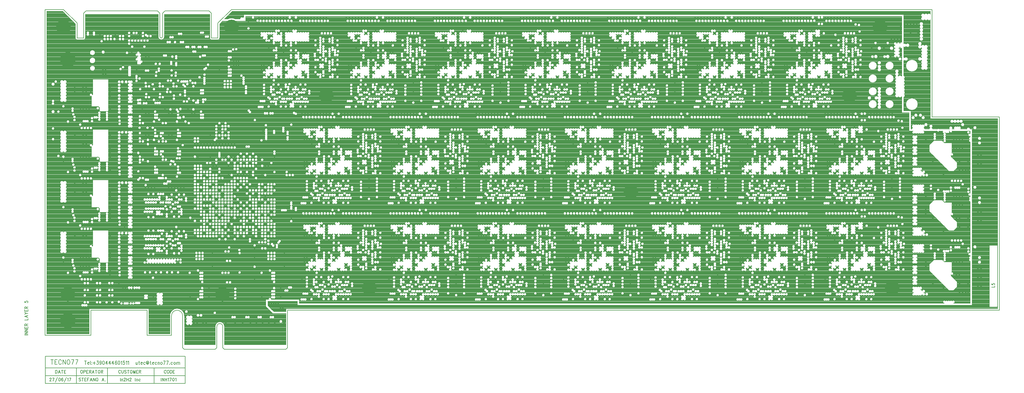
<source format=gbr>
%FSLAX35Y35*%
%MOIN*%
%SFA1.000B1.000*%

G04 Copyright (c) 2015-2018 in2H2 inc.
G04 System developed for in2H2 inc. by Intermotion Technology, Inc.
G04 
G04 Full system RTL, C sources and board design files available at https://github.com/nearist
G04 
G04 in2H2 inc. Team Members:
G04 - Chris McCormick - Algorithm Research and Design
G04 - Matt McCormick - Board Production, System Q/A
G04 
G04 Intermotion Technology Inc. Team Members:
G04 - Mick Fandrich - Project Lead
G04 - Dr. Ludovico Minati - Board Architecture and Design, FPGA Technology Advisor
G04 - Vardan Movsisyan - RTL Team Lead
G04 - Khachatur Gyozalyan - RTL Design
G04 - Tigran Papazyan - RTL Design
G04 - Taron Harutyunyan - RTL Design
G04 - Hayk Ghaltaghchyan - System Software
G04 
G04 Tecno77 S.r.l. Team Members:
G04 - Stefano Aldrigo, Board Layout Design
G04 
G04 We dedicate this project to the memory of Bruce McCormick, an AI pioneer
G04 and advocate, a good friend and father.
G04 
G04 These materials are provided free of charge: you can redistribute them and/or modify  
G04 them under the terms of the GNU General Public License as published by  
G04 the Free Software Foundation, version 3.
G04 
G04 These materials are distributed in the hope that they will be useful, but 
G04 WITHOUT ANY WARRANTY; without even the implied warranty of 
G04 MERCHANTABILITY or FITNESS FOR A PARTICULAR PURPOSE. See the GNU 
G04 General Public License for more details.
G04 In particular, this design should be treated as UNVERIFIED and UNCERTIFIED
G04 
G04 You should have received a copy of the GNU General Public License 
G04 along with this design. If not, see <http://www.gnu.org/licenses/>.

%FSLAX35Y35*%
%MOIN*%
%SFA1.000B1.000*%

%MIA0B0*%
%IPPOS*%
%ADD11C,0.00800*%
%ADD18C,0.20000*%
%ADD65C,0.00591*%
%ADD66C,0.02362*%
%ADD77C,0.00700*%
%ADD78C,0.18701*%
%ADD80C,0.01772*%
%ADD81C,0.00394*%
%LNlayer5.gbr*%
%LPD*%
G54D18*X129528Y136811D03*Y473011D03*G54D66*X307283Y133465D03*Y137402D03*X291732D03*X295669D03*X303346D03*X295669Y133465D03*X303346D03*X291732D03*X354528Y135827D03*Y133071D03*X344685Y135827D03*Y133071D03*X332874Y135827D03*Y133071D03*X395866Y135827D03*Y133071D03*X387992Y135827D03*Y133071D03*X380118Y135827D03*Y133071D03*X372244Y135827D03*Y133071D03*X364370Y135827D03*Y133071D03*X407677Y135827D03*Y133071D03*X400197Y159055D03*X394291Y156102D03*X391339D03*X388386D03*Y159055D03*X391339D03*X394291D03*X397244D03*Y156102D03*X400197D03*X403150D03*Y153150D03*X406102D03*X1277165Y180709D03*Y176772D03*Y172835D03*Y184646D03*Y188583D03*X1267323Y170374D03*X1242717Y184646D03*Y188583D03*X1256496Y178740D03*Y170866D03*Y174803D03*X1300787Y184646D03*X1304724D03*Y180709D03*X1300787D03*X1304724Y188583D03*X1300787D03*X1287992Y172835D03*X1281102Y176772D03*Y172835D03*X1285039D03*Y176772D03*X1287992D03*Y180709D03*Y184646D03*Y188583D03*X183661Y196457D03*Y204331D03*Y200394D03*Y218110D03*Y210236D03*Y214173D03*Y224016D03*Y227953D03*X1233858Y220079D03*Y212205D03*Y216142D03*Y202362D03*Y198425D03*Y206299D03*X1277165Y196457D03*X1273228D03*Y192520D03*X1277165D03*X1242717D03*X1300787Y204331D03*X1304724D03*X1300787Y200394D03*Y196457D03*X1304724Y200394D03*Y196457D03*Y192520D03*X1300787D03*X1287992D03*X149213Y233858D03*Y237795D03*X153150Y245669D03*X149213D03*X153150Y249606D03*X149213D03*X138386D03*X153150Y233858D03*Y237795D03*Y241732D03*X149213D03*X159055Y235827D03*X138386Y245669D03*Y241732D03*Y237795D03*X183661Y245669D03*Y241732D03*Y269291D03*Y261417D03*Y265354D03*Y231890D03*Y237795D03*X1277165Y257480D03*Y261417D03*Y249606D03*Y253543D03*X1273228Y269291D03*X1277165D03*Y265354D03*X1267323Y247146D03*X1242717Y265354D03*Y269291D03*Y261417D03*X1256496Y251575D03*Y247638D03*Y255512D03*X1304724Y265354D03*Y269291D03*X1300787Y257480D03*X1304724D03*Y261417D03*X1300787D03*Y265354D03*Y269291D03*X1287992Y261417D03*X1285039Y253543D03*X1281102D03*Y249606D03*X1285039D03*X1287992D03*Y253543D03*Y257480D03*Y265354D03*Y269291D03*X153150Y302756D03*Y306693D03*X149213D03*Y302756D03*X153150Y298819D03*X149213D03*X159055Y300787D03*X138386Y306693D03*Y302756D03*X183661Y283071D03*Y279134D03*Y275197D03*Y296850D03*Y288976D03*Y292913D03*Y302756D03*Y306693D03*X1233858Y292913D03*Y288976D03*Y296850D03*Y283071D03*Y275197D03*Y279134D03*X1277165Y273228D03*X1273228D03*X1300787D03*X1304724D03*Y277165D03*Y281102D03*X1300787D03*Y277165D03*X153150Y314567D03*Y310630D03*X149213Y314567D03*Y310630D03*X138386Y314567D03*Y310630D03*X183661Y334252D03*Y326378D03*Y310630D03*Y330315D03*Y348031D03*Y340157D03*Y344094D03*X1277165Y330315D03*Y326378D03*Y334252D03*Y338189D03*Y350000D03*X1273228D03*Y346063D03*X1277165D03*Y342126D03*X1267323Y323917D03*X1242717Y346063D03*Y342126D03*Y338189D03*X1256496Y328346D03*Y324409D03*Y332283D03*X1300787Y334252D03*X1304724D03*Y338189D03*X1300787D03*Y350000D03*Y346063D03*Y342126D03*X1304724D03*Y346063D03*Y350000D03*X1285039Y330315D03*X1281102D03*Y326378D03*X1285039D03*X1287992D03*Y330315D03*Y334252D03*Y338189D03*Y342126D03*Y346063D03*X153150Y379528D03*X149213D03*Y375591D03*X153150D03*X149213Y363780D03*X153150Y371654D03*X138386Y375591D03*Y379528D03*X153150Y363780D03*Y367717D03*X149213D03*Y371654D03*X159055Y366240D03*X138386Y371654D03*Y367717D03*X183661Y353937D03*Y361811D03*Y375591D03*Y371654D03*Y357874D03*Y367717D03*X1233858Y373622D03*Y365748D03*Y369685D03*Y359843D03*Y351969D03*Y355906D03*X1304724Y353937D03*Y357874D03*X1300787D03*Y353937D03*X153150Y428740D03*X149213D03*X183661Y391339D03*Y399213D03*Y395276D03*Y412992D03*Y405118D03*Y409055D03*Y426772D03*Y418898D03*Y422835D03*X138386Y444488D03*X149213Y436614D03*X153150D03*Y432677D03*X149213D03*Y444488D03*X153150D03*Y440551D03*X149213D03*X159055Y430709D03*X138386Y440551D03*Y436614D03*Y432677D03*X178248Y460728D03*X174803D03*X178248Y453839D03*X174803D03*Y457283D03*X178248D03*X183661Y440551D03*Y432677D03*Y436614D03*X1193504Y499606D03*X1197441Y503543D03*X1193504D03*Y507480D03*X1189567D03*Y503543D03*Y499606D03*X1197441D03*X1188583Y476969D03*X1172835D03*X1179724Y487795D03*X1163976D03*X1197441Y507480D03*X1214173Y499606D03*X1223622D03*X1214173Y507480D03*X1223622D03*X1201378D03*Y503543D03*Y499606D03*X359843Y532087D03*X355906D03*X351969D03*X348031D03*X344094D03*X340157D03*X363780D03*X1189567Y526181D03*X1193504D03*X1197441D03*X1206299Y511417D03*Y515354D03*X1214173Y527165D03*X1222047Y519291D03*X1210236D03*Y511417D03*Y515354D03*X1214173Y523228D03*Y519291D03*Y515354D03*X1218110D03*Y519291D03*X1201378D03*X1206299D03*X1218110Y511417D03*X1214173D03*X1222047Y515354D03*Y511417D03*X1201378D03*Y515354D03*G54D78*X123622D03*X340157D03*X1174803D03*X462205Y426772D03*X1135433D03*X853937Y302756D03*X517323Y178740D03*X1190551D03*X129528Y170866D03*X328346D03*G54D80*X155118Y169390D03*X200394Y178740D03*Y165945D03*Y168898D03*Y175787D03*X194980Y168898D03*Y184646D03*X239272Y162992D03*Y166929D03*X224016Y165945D03*X221063Y174409D03*Y168898D03*X224016D03*Y174409D03*X203346Y178740D03*Y165945D03*Y168898D03*Y175787D03*X311024Y166929D03*Y170866D03*Y174803D03*Y178740D03*Y182677D03*X295866Y185630D03*X289961D03*X292913D03*X295866Y179724D03*X289961D03*X292913D03*Y182677D03*X295866D03*X289961D03*X315551Y188583D03*X283071Y182677D03*X286614Y166929D03*X327165Y188583D03*X342126Y186220D03*X388386Y179724D03*X382480D03*X385433D03*X388386Y185630D03*X382480D03*X385433D03*Y182677D03*X388386D03*X382480D03*X375591D03*X379134Y166929D03*X369685Y186614D03*X403543Y166929D03*Y170866D03*Y174803D03*Y178740D03*Y182677D03*X408071Y188583D03*X430709Y182677D03*Y186614D03*X455512Y189764D03*Y164567D03*Y170866D03*X477559Y167717D03*X471260Y186614D03*Y170866D03*X447638Y174803D03*X464961Y186614D03*X461811Y164567D03*X446063D03*X490157Y167717D03*X483858D03*X490157Y189764D03*X483858D03*X542913Y182677D03*Y186614D03*X559843Y174803D03*X558268Y164567D03*X574016D03*X567717Y170866D03*X596063Y189764D03*X567717D03*X577165Y186614D03*X567717Y164567D03*X596063Y167717D03*X589764D03*X583465Y186614D03*Y170866D03*X639370Y175984D03*X618898D03*X629134Y179921D03*Y183858D03*Y187795D03*X602362Y189764D03*Y167717D03*X679921Y170866D03*X655118Y182677D03*Y186614D03*X679921Y164567D03*X670472D03*X679921Y189764D03*X672047Y174803D03*X686220Y164567D03*X708268Y167717D03*X714567Y189764D03*Y167717D03*X708268Y189764D03*X701969Y167717D03*X695669Y186614D03*Y170866D03*X689370Y186614D03*X751575Y175984D03*X731102D03*X741339Y179921D03*Y183858D03*Y187795D03*X798425Y164567D03*X792126Y170866D03*X767323Y182677D03*Y186614D03*X792126Y164567D03*X782677D03*X792126Y189764D03*X784252Y174803D03*X820472Y167717D03*X826772Y189764D03*Y167717D03*X820472Y189764D03*X814173Y167717D03*X807874Y186614D03*Y170866D03*X801575Y186614D03*X863780Y175984D03*X843307D03*X853543Y179921D03*Y183858D03*Y187795D03*X879528Y182677D03*Y186614D03*X910630Y164567D03*X904331Y170866D03*Y164567D03*X894882D03*X904331Y189764D03*X920079Y186614D03*Y170866D03*X913780Y186614D03*X896457Y174803D03*X955512Y175984D03*X932677Y167717D03*X938976Y189764D03*Y167717D03*X932677Y189764D03*X926378Y167717D03*X991732Y182677D03*Y186614D03*X975984Y175984D03*X965748Y179921D03*Y183858D03*Y187795D03*X1022835Y164567D03*X1016535Y170866D03*Y164567D03*X1007087D03*X1016535Y189764D03*X1038583Y167717D03*X1032283Y186614D03*Y170866D03*X1025984Y186614D03*X1008661Y174803D03*X1067717Y175984D03*X1077953Y179921D03*Y183858D03*Y187795D03*X1044882Y167717D03*X1051181Y189764D03*Y167717D03*X1044882Y189764D03*X1088189Y175984D03*X1103937Y182677D03*Y186614D03*X1119291Y164567D03*X1128740Y189764D03*X1135039Y164567D03*X1128740Y170866D03*Y164567D03*X1150787Y167717D03*X1144488Y186614D03*Y170866D03*X1120866Y174803D03*X1138189Y186614D03*X1157087Y167717D03*Y189764D03*X1163386D03*Y167717D03*X145768Y225000D03*X149213D03*X153150Y218110D03*X156594Y210728D03*Y207283D03*X153150D03*X149213D03*X145768D03*Y214173D03*X149213D03*Y210728D03*X145768D03*X153150D03*Y214173D03*X156594D03*Y218110D03*Y225000D03*Y221555D03*X153150D03*X145768Y218110D03*X149213D03*Y221555D03*X145768D03*X153150Y225000D03*X123622Y212205D03*X233858Y192126D03*X228346Y226772D03*X236220Y222835D03*X202362Y192520D03*X248031Y192126D03*X262205D03*X276378D03*X275591Y223622D03*X266142Y226772D03*X259843Y223622D03*X250394Y229921D03*X252362Y221260D03*X248425Y219291D03*X256693Y229921D03*X242520Y222835D03*X315551Y224016D03*Y220079D03*Y216142D03*Y210236D03*Y192520D03*Y196457D03*Y202362D03*Y206299D03*X337008Y205906D03*X330315Y213780D03*X342126D03*X369685Y214173D03*Y218110D03*Y225984D03*Y222047D03*Y229921D03*X375591Y222047D03*X369685Y190551D03*X379528Y222047D03*X369685Y194488D03*Y198425D03*Y202362D03*X408071Y224016D03*Y220079D03*Y192520D03*Y196457D03*Y202362D03*X437008Y211811D03*Y205512D03*X430709Y190551D03*X433858Y205512D03*Y211811D03*Y214961D03*Y218110D03*X437008D03*X408071Y216142D03*Y206299D03*Y210236D03*X433858Y221260D03*X437008D03*X446063Y192913D03*X461811D03*X443307Y221260D03*Y218110D03*X455906Y221260D03*X452756D03*Y224409D03*X459055Y227559D03*X465354Y221260D03*Y208661D03*X474803Y227559D03*Y224409D03*X446457Y205512D03*X465354Y218110D03*X471654Y214961D03*X474803Y218110D03*X477559Y192913D03*X465354Y227559D03*X503150Y205906D03*X506299Y215354D03*X503150Y221654D03*X506299Y227953D03*X487402Y205512D03*X509449Y224803D03*X490551Y224409D03*X542913Y190551D03*X558268Y192913D03*X555512Y221260D03*X549213Y211811D03*Y205512D03*X546063D03*Y211811D03*Y214961D03*Y218110D03*X555512D03*X549213D03*X531496Y221654D03*X525197Y215354D03*X531496D03*Y205906D03*X546063Y221260D03*X549213D03*X558661Y205512D03*X522047Y205906D03*X568110Y221260D03*X564961D03*Y224409D03*X589764Y192913D03*X587008Y227559D03*X571260D03*X574016Y192913D03*X577559Y221260D03*Y208661D03*X587008Y224409D03*X577559Y218110D03*Y227559D03*X583858Y214961D03*X587008Y218110D03*X599606Y205512D03*X637402Y215354D03*X615354Y205906D03*X618504Y215354D03*X615354Y221654D03*X629134Y191732D03*Y195669D03*X618504Y227953D03*X621654Y224803D03*X634252Y205906D03*X602756Y224409D03*X680315Y221260D03*X677165D03*Y224409D03*X655118Y190551D03*X670472Y192913D03*X667717Y221260D03*X643701Y221654D03*Y215354D03*X661417Y211811D03*Y205512D03*X658268D03*Y211811D03*Y214961D03*Y218110D03*X667717D03*X661417D03*X643701Y205906D03*X658268Y221260D03*X661417D03*X670866Y205512D03*X699213Y227559D03*X683465D03*X701969Y192913D03*X686220D03*X689764Y221260D03*Y208661D03*X699213Y224409D03*X689764Y218110D03*Y227559D03*X696063Y214961D03*X699213Y218110D03*X711811Y205512D03*X714961Y224409D03*X755906Y221654D03*X749606Y215354D03*X727559Y205906D03*X730709Y215354D03*X727559Y221654D03*X755906Y215354D03*X741339Y191732D03*Y195669D03*X730709Y227953D03*X733858Y224803D03*X755906Y205906D03*X746457D03*X792520Y221260D03*X789370D03*Y224409D03*X767323Y190551D03*X782677Y192913D03*X779921Y221260D03*X795669Y227559D03*X798425Y192913D03*X773622Y211811D03*Y205512D03*X770472D03*Y211811D03*Y214961D03*Y218110D03*X779921D03*X773622D03*X770472Y221260D03*X773622D03*X783071Y205512D03*X839764Y205906D03*X811417Y227559D03*X839764Y221654D03*X814173Y192913D03*X801969Y221260D03*Y208661D03*X811417Y224409D03*X801969Y218110D03*Y227559D03*X808268Y214961D03*X811417Y218110D03*X824016Y205512D03*X827165Y224409D03*X879528Y190551D03*X868110Y221654D03*X861811Y215354D03*X842913D03*X868110D03*X853543Y191732D03*Y195669D03*X842913Y227953D03*X846063Y224803D03*X868110Y205906D03*X858661D03*X904724Y221260D03*X901575D03*Y224409D03*X894882Y192913D03*X892126Y221260D03*X907874Y227559D03*X910630Y192913D03*X885827Y211811D03*Y205512D03*X882677D03*Y211811D03*Y214961D03*Y218110D03*X892126D03*X885827D03*X914173Y221260D03*Y208661D03*X882677Y221260D03*X885827D03*X895276Y205512D03*X914173Y218110D03*Y227559D03*X920472Y214961D03*X951969Y205906D03*X955118Y215354D03*X923622Y227559D03*X951969Y221654D03*X926378Y192913D03*X923622Y224409D03*X955118Y227953D03*X958268Y224803D03*X923622Y218110D03*X936220Y205512D03*X939370Y224409D03*X991732Y190551D03*X980315Y221654D03*X974016Y215354D03*X980315D03*X965748Y191732D03*Y195669D03*X998031Y211811D03*Y205512D03*X994882D03*Y211811D03*Y214961D03*Y218110D03*X998031D03*X980315Y205906D03*X970866D03*X994882Y221260D03*X998031D03*X1016929D03*X1013780D03*Y224409D03*X1007087Y192913D03*X1004331Y221260D03*X1035827Y227559D03*X1020079D03*X1038583Y192913D03*X1022835D03*X1004331Y218110D03*X1026378Y221260D03*Y208661D03*X1035827Y224409D03*X1007480Y205512D03*X1026378Y218110D03*Y227559D03*X1032677Y214961D03*X1035827Y218110D03*X1064173Y205906D03*X1067323Y215354D03*X1064173Y221654D03*X1077953Y191732D03*Y195669D03*X1067323Y227953D03*X1070472Y224803D03*X1048425Y205512D03*X1051575Y224409D03*X1092520Y221654D03*X1086220Y215354D03*X1092520D03*X1119291Y192913D03*X1110236Y211811D03*Y205512D03*X1103937Y190551D03*X1107087Y205512D03*Y211811D03*Y214961D03*Y218110D03*X1116535Y221260D03*Y218110D03*X1110236D03*X1092520Y205906D03*X1083071D03*X1107087Y221260D03*X1110236D03*X1119685Y205512D03*X1150787Y192913D03*X1135039D03*X1129134Y221260D03*X1125984D03*Y224409D03*X1132283Y227559D03*X1138583Y221260D03*X1148031Y227559D03*Y224409D03*X1138583Y218110D03*X1144882Y214961D03*X1148031Y218110D03*X1160630Y205512D03*X1138583Y208661D03*Y227559D03*X1176378Y205906D03*X1179528Y215354D03*X1176378Y221654D03*X1198425Y215354D03*X1179528Y227953D03*X1195276Y205906D03*X1182677Y224803D03*X1163780Y224409D03*X1204724Y221654D03*Y215354D03*Y205906D03*X1280610Y212205D03*X1277165Y216142D03*X1280610D03*Y219587D03*X1277165D03*X1280610Y205315D03*X1277165D03*X1269783Y223031D03*X1273228D03*X1280610D03*X1277165D03*X1273228Y219587D03*X1269783D03*Y216142D03*X1273228D03*Y212205D03*X1269783D03*Y205315D03*Y208760D03*X1273228D03*X1277165Y212205D03*Y208760D03*X1280610D03*X1273228Y205315D03*X229134Y261417D03*X233071D03*X237008D03*X229921Y252756D03*X236220D03*X202362Y257480D03*X266142Y251969D03*X275591Y242520D03*X242520Y252756D03*X250394Y245669D03*X259843Y251969D03*X266142Y245669D03*X275591Y251969D03*X244882Y261417D03*X262992D03*X278740D03*X274803D03*X259055D03*X240945D03*X270866D03*X266929D03*X300787D03*X304724Y249606D03*X312598Y265354D03*X316535Y253543D03*X312598Y257480D03*X292913Y245669D03*X304724Y241732D03*X316535D03*X308661Y261417D03*X320472Y241732D03*X351969Y269291D03*X332283Y245669D03*X344094D03*X348031Y253543D03*X328346Y257480D03*X337008Y233858D03*X324409Y269291D03*X359843D03*X351969Y261417D03*X359843D03*X355906Y253543D03*X351969Y245669D03*X359843D03*X336220Y249606D03*X332283Y253543D03*X336220Y241732D03*X344094Y265354D03*X340157Y269291D03*X336220Y257480D03*X348031Y269291D03*X340157Y265354D03*X336220Y261417D03*X363780Y265354D03*X395276D03*X375591Y245669D03*X383465Y233858D03*X379528D03*X371654Y269291D03*X383465Y261417D03*X387402Y249606D03*X363780Y253543D03*X367717Y245669D03*X375591Y249606D03*Y241732D03*Y253543D03*Y233858D03*X367717Y261417D03*X363780D03*X371654Y257480D03*X391339Y241732D03*Y269291D03*X430709Y230709D03*X433858Y249606D03*X437008Y243307D03*Y230709D03*Y249606D03*X440157Y230709D03*Y246457D03*X416929Y269291D03*X433858Y246457D03*X437008D03*X433858Y230709D03*X440157Y243307D03*X443307Y237008D03*Y240157D03*X446457Y255906D03*X443307Y246457D03*Y243307D03*X449606Y230709D03*X452756Y243307D03*Y246457D03*X459055Y240157D03*Y237008D03*X465354Y240157D03*Y237008D03*X462205Y233858D03*X459055Y230709D03*X465354D03*Y246457D03*X474803Y237008D03*Y230709D03*X477953Y243307D03*X474803D03*X455906Y246457D03*X468504D03*Y262205D03*X474803Y246457D03*X455906Y259055D03*X443307Y230709D03*X446457D03*X506299Y250000D03*X517323Y265354D03*X513386D03*X493701Y243307D03*X490551D03*Y233858D03*X503150Y237402D03*X487402Y233858D03*Y243307D03*X506299Y243701D03*X558661Y255906D03*X555512Y246457D03*Y243307D03*Y230709D03*X549213D03*X558661D03*X552362D03*X555512Y237008D03*Y240157D03*X552362Y243307D03*Y246457D03*X549213Y243307D03*X542913Y230709D03*X546063Y249606D03*X549213D03*Y246457D03*X528346Y250000D03*Y243701D03*X521260Y265354D03*X546063Y230709D03*Y246457D03*X532283Y238976D03*X525197Y231102D03*X561811Y230709D03*X587008Y237008D03*Y230709D03*X577559D03*X571260D03*X574409Y233858D03*X577559Y237008D03*Y240157D03*X571260Y237008D03*X590157Y243307D03*X564961D03*Y246457D03*X577559D03*X587008Y243307D03*X599606Y233858D03*X568110Y246457D03*X571260Y240157D03*X580709Y246457D03*Y262205D03*X587008Y246457D03*X599606Y243307D03*X568110Y259055D03*X633465Y265354D03*X629528D03*X625591D03*X640551Y250000D03*Y243701D03*X615354Y237402D03*X602756Y233858D03*X618504Y250000D03*Y243701D03*X637402Y231102D03*X605906Y243307D03*X670866Y255906D03*X667717Y246457D03*Y243307D03*Y230709D03*X674016D03*X661417D03*X670866D03*X664567D03*X667717Y237008D03*Y240157D03*X664567Y243307D03*Y246457D03*X661417Y243307D03*X655118Y230709D03*X658268Y249606D03*X661417D03*Y246457D03*X677165Y243307D03*Y246457D03*X644488Y238976D03*X658268Y230709D03*Y246457D03*X680315D03*Y259055D03*X699213Y237008D03*Y230709D03*X689764D03*X683465D03*X686614Y233858D03*X689764Y237008D03*Y240157D03*X683465Y237008D03*X702362Y243307D03*X689764Y246457D03*X699213Y243307D03*X714961Y233858D03*X711811D03*X683465Y240157D03*X692913Y246457D03*Y262205D03*X699213Y246457D03*X711811Y243307D03*X714961D03*X745669Y265354D03*X741732D03*X737795D03*X752756Y250000D03*Y243701D03*X727559Y237402D03*X730709Y250000D03*Y243701D03*X756693Y238976D03*X749606Y231102D03*X783071Y255906D03*X779921Y246457D03*Y243307D03*Y230709D03*X786220D03*X773622D03*X783071D03*X776772D03*X779921Y237008D03*Y240157D03*X776772Y243307D03*Y246457D03*X773622Y243307D03*X795669Y230709D03*X798819Y233858D03*X795669Y237008D03*X767323Y230709D03*X770472Y249606D03*X773622D03*Y246457D03*X789370Y243307D03*Y246457D03*X770472Y230709D03*Y246457D03*X792520D03*X795669Y240157D03*X792520Y259055D03*X811417Y237008D03*Y230709D03*X801969D03*Y237008D03*Y240157D03*X814567Y243307D03*X839764Y237402D03*X801969Y246457D03*X811417Y243307D03*X827165Y233858D03*X824016D03*X805118Y246457D03*Y262205D03*X811417Y246457D03*X824016Y243307D03*X830315D03*X857874Y265354D03*X853937D03*X850000D03*X864961Y250000D03*Y243701D03*X879528Y230709D03*X842913Y250000D03*Y243701D03*X868898Y238976D03*X861811Y231102D03*X895276Y255906D03*X892126Y246457D03*Y243307D03*Y230709D03*X898425D03*X885827D03*X895276D03*X888976D03*X892126Y237008D03*Y240157D03*X888976Y243307D03*Y246457D03*X885827Y243307D03*X914173Y230709D03*X907874D03*X911024Y233858D03*X914173Y237008D03*Y240157D03*X907874Y237008D03*X882677Y249606D03*X885827D03*Y246457D03*X901575Y243307D03*Y246457D03*X914173D03*X882677Y230709D03*Y246457D03*X904724D03*X907874Y240157D03*X917323Y246457D03*Y262205D03*X904724Y259055D03*X923622Y237008D03*Y230709D03*X926772Y243307D03*X951969Y237402D03*X923622Y243307D03*X939370Y233858D03*X936220D03*X955118Y250000D03*Y243701D03*X923622Y246457D03*X936220Y243307D03*X939370D03*X970079Y265354D03*X966142D03*X962205D03*X977165Y250000D03*X998031Y243307D03*Y230709D03*X977165Y243701D03*X991732Y230709D03*X994882Y249606D03*X998031D03*Y246457D03*X981102Y238976D03*X974016Y231102D03*X994882Y230709D03*Y246457D03*X1007480Y255906D03*X1004331Y246457D03*Y243307D03*Y237008D03*Y240157D03*X1001181Y243307D03*Y246457D03*X1004331Y230709D03*X1010630D03*X1007480D03*X1001181D03*X1035827Y237008D03*Y230709D03*X1026378D03*X1020079D03*X1023228Y233858D03*X1026378Y237008D03*Y240157D03*X1020079Y237008D03*X1038976Y243307D03*X1013780D03*Y246457D03*X1026378D03*X1035827Y243307D03*X1016929Y246457D03*X1020079Y240157D03*X1029528Y246457D03*Y262205D03*X1035827Y246457D03*X1016929Y259055D03*X1078346Y265354D03*X1074409D03*X1064173Y237402D03*X1051575Y233858D03*X1048425D03*X1067323Y250000D03*Y243701D03*X1048425Y243307D03*X1054724D03*X1082283Y265354D03*X1089370Y250000D03*Y243701D03*X1103937Y230709D03*X1107087Y249606D03*X1110236D03*X1116535Y237008D03*X1119685Y255906D03*X1116535Y246457D03*Y243307D03*Y240157D03*X1113386Y243307D03*Y246457D03*X1110236Y243307D03*Y246457D03*Y230709D03*X1119685D03*X1116535D03*X1113386D03*X1093307Y238976D03*X1086220Y231102D03*X1107087Y246457D03*Y230709D03*X1122835D03*X1125984Y243307D03*Y246457D03*X1138583Y230709D03*X1132283D03*X1135433Y233858D03*X1138583Y237008D03*Y240157D03*X1132283Y237008D03*X1138583Y246457D03*X1148031Y237008D03*Y230709D03*X1151181Y243307D03*X1157480Y252756D03*X1148031Y243307D03*X1160630D03*X1129134Y246457D03*X1141732D03*Y262205D03*X1148031Y252756D03*Y246457D03*X1129134Y259055D03*X1160630Y233858D03*X1132283Y240157D03*X1179528Y250000D03*X1194488Y265354D03*X1190551D03*X1186614D03*X1198425Y231102D03*X1163780Y243307D03*Y233858D03*X1176378Y237402D03*X1179528Y243701D03*X1201575Y250000D03*Y243701D03*X1233858Y235827D03*X1205512Y238976D03*X149213Y272244D03*X145768D03*Y275689D03*X149213Y279134D03*X145768D03*Y289961D03*X153150Y272244D03*X156594D03*X153150Y286516D03*X156594Y289961D03*Y286516D03*Y283071D03*Y279134D03*Y275689D03*X153150D03*Y279134D03*Y283071D03*X149213Y289961D03*Y275689D03*Y283071D03*Y286516D03*X145768Y283071D03*Y286516D03*X153150Y289961D03*X123622Y277165D03*X228346Y274016D03*X229921Y300000D03*X236220Y270079D03*Y300000D03*X229134Y308661D03*X233071D03*X237008D03*X242520Y270079D03*X275591Y270866D03*X266142Y274016D03*X259843Y270866D03*X266142Y299213D03*X275591Y289764D03*X242520Y300000D03*X250394Y277165D03*Y296063D03*X259843Y299213D03*X266142Y292913D03*X275591Y299213D03*X262992Y308661D03*X278740D03*X266929D03*X259055D03*X240945D03*X270866D03*X274803D03*X256693Y277165D03*X304724Y288976D03*Y296850D03*X320472Y281102D03*Y292913D03*X296850Y273228D03*X312598Y308661D03*X300787Y304724D03*X292913Y285039D03*X308661Y277165D03*X312598Y296850D03*X355906Y304724D03*Y300787D03*X340157Y281102D03*X355906D03*X351969Y277165D03*X324409Y304724D03*X328346Y273228D03*X332283Y285039D03*X359843Y304724D03*X348031Y300787D03*X344094D03*X348031Y288976D03*X344094Y292913D03*X359843D03*X328346Y300787D03*Y296850D03*X355906Y292913D03*X351969Y300787D03*X348031Y281102D03*X359843Y285039D03*X351969D03*X355906Y288976D03*X351969Y292913D03*Y304724D03*X355906Y308661D03*X348031D03*X383465Y296850D03*Y304724D03*X363780Y300787D03*X371654D03*X375591Y285039D03*X363780Y288976D03*Y281102D03*X379528Y273228D03*X387402Y288976D03*X391339Y277165D03*X395276Y308661D03*X363780D03*X371654Y296850D03*Y308661D03*X430709Y279331D03*X434646D03*X438583D03*X430709Y306693D03*X416929Y277165D03*X414961Y300394D03*X442520Y279331D03*X446457D03*X450394D03*X454331D03*X458268D03*X462205D03*X466142D03*X461811Y288583D03*X455512Y294882D03*Y288583D03*X446063D03*X474016Y279331D03*X477559Y291732D03*X471260Y294882D03*X447638Y298819D03*X506693Y300000D03*X516929Y303937D03*Y307874D03*X481890Y279331D03*X517323D03*X513386D03*X509449D03*X505512D03*X501575D03*X497638D03*X493701D03*X489764D03*X490157Y291732D03*X485827Y279331D03*X483858Y291732D03*X542913Y306693D03*Y279331D03*X546850D03*X550787D03*X554724D03*X558661D03*X559843Y298819D03*X558268Y288583D03*X527165Y300000D03*X574016Y288583D03*X567717Y294882D03*X596063Y291732D03*X567717Y288583D03*X598031Y279331D03*X594094D03*X562598D03*X566535D03*X570472D03*X574409D03*X578346D03*X589764Y291732D03*X583465Y294882D03*X586220Y279331D03*X639370Y300000D03*X618898D03*X629134Y303937D03*Y307874D03*X629528Y279331D03*X625591D03*X621654D03*X617717D03*X613780D03*X609843D03*X605906D03*X601969D03*X602362Y291732D03*X679921Y294882D03*X655118Y306693D03*X679921Y288583D03*X655118Y279331D03*X659055D03*X662992D03*X666929D03*X670866D03*X674803D03*X678740D03*X672047Y298819D03*X670472Y288583D03*X686220D03*X708268Y291732D03*X718110Y279331D03*X714173D03*X710236D03*X706299D03*X682677D03*X686614D03*X690551D03*X714567Y291732D03*X701969D03*X695669Y294882D03*X698425Y279331D03*X751575Y300000D03*X731102D03*X741339Y303937D03*Y307874D03*X741732Y279331D03*X737795D03*X733858D03*X729921D03*X725984D03*X722047D03*X798425Y288583D03*X792126Y294882D03*X767323Y306693D03*X792126Y288583D03*X767323Y279331D03*X771260D03*X775197D03*X779134D03*X783071D03*X787008D03*X790945D03*X794882D03*X798819D03*X784252Y298819D03*X782677Y288583D03*X820472Y291732D03*X802756Y279331D03*X818504D03*X822441D03*X826378D03*X830315D03*X834252D03*X838189D03*X826772Y291732D03*X814173D03*X807874Y294882D03*X810630Y279331D03*X879528Y306693D03*Y279331D03*X842126D03*X846063D03*X850000D03*X853937D03*X910630Y288583D03*X904331Y294882D03*Y288583D03*X883465Y279331D03*X887402D03*X891339D03*X895276D03*X899213D03*X903150D03*X907087D03*X911024D03*X914961D03*X920079Y294882D03*X896457Y298819D03*X894882Y288583D03*X955512Y300000D03*X932677Y291732D03*X958268Y279331D03*X954331D03*X950394D03*X946457D03*X942520D03*X938583D03*X934646D03*X930709D03*X938976Y291732D03*X926378D03*X922835Y279331D03*X975984Y300000D03*X965748Y303937D03*Y307874D03*X991732Y306693D03*Y279331D03*X995669D03*X999606D03*X966142D03*X962205D03*X1022835Y288583D03*X1016535Y294882D03*Y288583D03*X1003543Y279331D03*X1007480D03*X1011417D03*X1015354D03*X1019291D03*X1023228D03*X1027165D03*X1038583Y291732D03*X1032283Y294882D03*X1008661Y298819D03*X1007087Y288583D03*X1035039Y279331D03*X1067717Y300000D03*X1077953Y303937D03*Y307874D03*X1044882Y291732D03*X1078346Y279331D03*X1074409D03*X1070472D03*X1066535D03*X1062598D03*X1058661D03*X1054724D03*X1050787D03*X1046850D03*X1042913D03*X1051181Y291732D03*X1088189Y300000D03*X1103937Y279331D03*X1107874D03*X1111811D03*X1115748D03*X1119685D03*X1119291Y288583D03*X1103937Y306693D03*X1123622Y279331D03*X1127559D03*X1131496D03*X1135433D03*X1139370D03*X1135039Y288583D03*X1128740Y294882D03*Y288583D03*X1147244Y279331D03*X1159055D03*X1150787Y291732D03*X1144488Y294882D03*X1120866Y298819D03*X1157087Y291732D03*X1200394Y300000D03*X1179921D03*X1190157Y303937D03*Y307874D03*X1190551Y279331D03*X1186614D03*X1182677D03*X1178740D03*X1174803D03*X1170866D03*X1166929D03*X1162992D03*X1163386Y291732D03*X1280610Y292913D03*Y296358D03*Y299803D03*Y288976D03*X1277165Y292913D03*X1273228Y285531D03*X1269783Y282087D03*Y285531D03*X1273228Y296358D03*Y292913D03*Y288976D03*X1269783D03*Y292913D03*Y296358D03*Y299803D03*X1273228D03*X1277165D03*Y296358D03*Y288976D03*Y285531D03*X1273228Y282087D03*X1277165D03*X1280610D03*Y285531D03*X145768Y337205D03*X156594Y340650D03*Y337205D03*X153150D03*X149213D03*Y340650D03*X156594Y344094D03*Y348031D03*X145768Y340650D03*Y348031D03*Y344094D03*X149213D03*X153150Y340650D03*Y344094D03*Y348031D03*X149213D03*X123622Y342126D03*X225000Y338189D03*X229921Y332283D03*X233858D03*X229921Y328346D03*X233858D03*X239272Y322933D03*Y346555D03*X202362Y322441D03*X254528Y338189D03*X263386Y332283D03*X259449D03*X273720Y331299D03*X259449Y328346D03*X263386D03*X308661Y320472D03*X296850Y316535D03*X292913Y328346D03*X316535Y340157D03*X300787Y344094D03*X312598Y348031D03*X304724Y332283D03*X320472Y336220D03*X300787Y312598D03*X292913Y340157D03*X316535Y312598D03*X320472Y328346D03*X316535Y336220D03*X296850Y348031D03*X359843D03*X351969D03*X344094D03*X355906Y340157D03*X351969Y332283D03*X348031Y340157D03*Y316535D03*X359843Y312598D03*X340157Y328346D03*X351969Y312598D03*Y324409D03*X332283Y320472D03*X324409Y324409D03*Y344094D03*X332283Y348031D03*X340157D03*X332283Y340157D03*X336220Y336220D03*X332283Y328346D03*X355906Y324409D03*X359843D03*X324409Y312598D03*X336220Y324409D03*X340157Y332283D03*Y340157D03*X336220Y344094D03*X359843Y332283D03*X336220D03*Y320472D03*X348031Y324409D03*X336220Y316535D03*X324409D03*Y340157D03*X363780D03*Y332283D03*X375591Y320472D03*X363780Y324409D03*X379528Y316535D03*X367717Y312598D03*X375591Y344094D03*X383465D03*Y336220D03*X387402D03*X379528Y324409D03*X391339Y320472D03*X367717Y348031D03*X375591D03*X395276D03*X367717Y332283D03*X363780Y320472D03*X375591Y340157D03*X363780Y328346D03*X371654Y336220D03*Y312598D03*X375591Y328346D03*X387402Y332283D03*X375591D03*X418898Y314567D03*Y310630D03*X414961D03*Y314567D03*X437008Y335827D03*Y329528D03*X430709Y310630D03*Y314567D03*X433858Y329528D03*Y335827D03*Y338976D03*Y342126D03*X437008D03*X433858Y345276D03*X437008D03*X477559Y316929D03*X446063D03*X455512Y313780D03*X461811Y316929D03*X443307Y345276D03*Y342126D03*X455906Y345276D03*X452756D03*Y348425D03*X465354Y345276D03*Y332677D03*X474803Y348425D03*X471260Y310630D03*X446457Y329528D03*X465354Y342126D03*X471654Y338976D03*X474803Y342126D03*X464961Y310630D03*X516929Y319685D03*Y315748D03*X503150Y329921D03*X506299Y339370D03*X503150Y345669D03*X490157Y313780D03*X516929Y311811D03*X487402Y329528D03*X509449Y348819D03*X483858Y313780D03*X490551Y348425D03*X542913Y310630D03*Y314567D03*X558268Y316929D03*X555512Y345276D03*X549213Y335827D03*Y329528D03*X546063D03*Y335827D03*Y338976D03*Y342126D03*X555512D03*X549213D03*X531496Y345669D03*X525197Y339370D03*X531496D03*Y329921D03*X546063Y345276D03*X549213D03*X558661Y329528D03*X522047Y329921D03*X568110Y345276D03*X564961D03*Y348425D03*X567717Y313780D03*X589764Y316929D03*X574016D03*X577559Y345276D03*Y332677D03*X587008Y348425D03*X596063Y313780D03*X583465Y310630D03*X577165D03*X577559Y342126D03*X583858Y338976D03*X587008Y342126D03*X599606Y329528D03*X629134Y311811D03*X637402Y339370D03*X615354Y329921D03*X618504Y339370D03*X615354Y345669D03*X629134Y315748D03*Y319685D03*X621654Y348819D03*X634252Y329921D03*X602362Y313780D03*X602756Y348425D03*X680315Y345276D03*X677165D03*Y348425D03*X655118Y310630D03*Y314567D03*X670472Y316929D03*X679921Y313780D03*X667717Y345276D03*X643701Y345669D03*Y339370D03*X661417Y335827D03*Y329528D03*X658268D03*Y335827D03*Y338976D03*Y342126D03*X667717D03*X661417D03*X643701Y329921D03*X658268Y345276D03*X661417D03*X670866Y329528D03*X701969Y316929D03*X686220D03*X689764Y345276D03*Y332677D03*X699213Y348425D03*X714567Y313780D03*X708268D03*X695669Y310630D03*X689370D03*X689764Y342126D03*X696063Y338976D03*X699213Y342126D03*X711811Y329528D03*X714961Y348425D03*X741339Y311811D03*X755906Y345669D03*X749606Y339370D03*X727559Y329921D03*X730709Y339370D03*X727559Y345669D03*X755906Y339370D03*X741339Y315748D03*Y319685D03*X733858Y348819D03*X755906Y329921D03*X746457D03*X792520Y345276D03*X789370D03*Y348425D03*X767323Y310630D03*Y314567D03*X782677Y316929D03*X792126Y313780D03*X779921Y345276D03*X798425Y316929D03*X773622Y335827D03*Y329528D03*X770472D03*Y335827D03*Y338976D03*Y342126D03*X779921D03*X773622D03*X770472Y345276D03*X773622D03*X783071Y329528D03*X839764Y329921D03*Y345669D03*X814173Y316929D03*X801969Y345276D03*Y332677D03*X811417Y348425D03*X826772Y313780D03*X820472D03*X807874Y310630D03*X801575D03*X801969Y342126D03*X808268Y338976D03*X811417Y342126D03*X824016Y329528D03*X827165Y348425D03*X879528Y310630D03*Y314567D03*X868110Y345669D03*X861811Y339370D03*X842913D03*X868110D03*X846063Y348819D03*X858661Y329921D03*X868110D03*X904724Y345276D03*X901575D03*Y348425D03*X894882Y316929D03*X904331Y313780D03*X892126Y345276D03*X910630Y316929D03*X885827Y335827D03*Y329528D03*X882677D03*Y335827D03*Y338976D03*Y342126D03*X892126D03*X885827D03*X914173Y345276D03*Y332677D03*X920079Y310630D03*X913780D03*X882677Y345276D03*X885827D03*X895276Y329528D03*X914173Y342126D03*X920472Y338976D03*X951969Y329921D03*X955118Y339370D03*X951969Y345669D03*X926378Y316929D03*X923622Y348425D03*X958268Y348819D03*X938976Y313780D03*X932677D03*X923622Y342126D03*X936220Y329528D03*X939370Y348425D03*X965748Y311811D03*X991732Y310630D03*Y314567D03*X980315Y345669D03*X974016Y339370D03*X980315D03*X965748Y315748D03*Y319685D03*X998031Y335827D03*Y329528D03*X994882D03*Y335827D03*Y338976D03*Y342126D03*X998031D03*X980315Y329921D03*X970866D03*X994882Y345276D03*X998031D03*X1016929D03*X1013780D03*Y348425D03*X1007087Y316929D03*X1016535Y313780D03*X1004331Y345276D03*X1038583Y316929D03*X1022835D03*X1004331Y342126D03*X1026378Y345276D03*Y332677D03*X1035827Y348425D03*X1032283Y310630D03*X1025984D03*X1007480Y329528D03*X1026378Y342126D03*X1032677Y338976D03*X1035827Y342126D03*X1077953Y311811D03*X1064173Y329921D03*X1067323Y339370D03*X1064173Y345669D03*X1077953Y315748D03*Y319685D03*X1070472Y348819D03*X1051181Y313780D03*X1044882D03*X1048425Y329528D03*X1051575Y348425D03*X1092520Y345669D03*X1086220Y339370D03*X1092520D03*X1119291Y316929D03*X1110236Y335827D03*Y329528D03*X1103937Y310630D03*Y314567D03*X1107087Y329528D03*Y335827D03*Y338976D03*Y342126D03*X1116535Y345276D03*Y342126D03*X1110236D03*X1092520Y329921D03*X1083071D03*X1107087Y345276D03*X1110236D03*X1119685Y329528D03*X1150787Y316929D03*X1128740Y313780D03*X1135039Y316929D03*X1129134Y345276D03*X1125984D03*Y348425D03*X1138583Y345276D03*Y332677D03*X1148031Y348425D03*X1144488Y310630D03*X1138583Y342126D03*X1144882Y338976D03*X1148031Y342126D03*X1160630Y329528D03*X1138189Y310630D03*X1157087Y313780D03*X1190157Y311811D03*Y315748D03*Y319685D03*X1176378Y329921D03*X1179528Y339370D03*X1176378Y345669D03*X1198425Y339370D03*X1163386Y313780D03*X1195276Y329921D03*X1182677Y348819D03*X1163780Y348425D03*X1204724Y345669D03*Y339370D03*X1233858Y312598D03*X1204724Y329921D03*X145768Y354921D03*X149213D03*X156594Y351476D03*Y354921D03*X153150Y351476D03*X149213D03*X145768D03*X153150Y354921D03*X225000Y361811D03*X229921Y355906D03*X233858D03*X229921Y351969D03*X233858D03*X225000Y385433D03*X233858Y375591D03*Y379528D03*X202362Y387402D03*X229921Y375591D03*Y379528D03*X254528Y385433D03*X263386Y375591D03*Y379528D03*X259449D03*Y375591D03*X254528Y361811D03*X263386Y351969D03*Y355906D03*X244193Y378543D03*X259449Y351969D03*Y355906D03*X320472Y363780D03*X316535D03*X312598D03*X292913D03*X296850D03*X300787D03*X304724D03*X308661D03*X312598Y383465D03*Y387402D03*Y375591D03*Y379528D03*Y371654D03*X344094Y363780D03*X340157D03*X336220D03*X332283D03*X328346D03*X324409D03*X358661Y383858D03*X324409Y379528D03*X336220Y383465D03*X380709Y373622D03*Y381496D03*Y389370D03*X430709Y354724D03*X433858Y373622D03*X437008D03*Y370472D03*Y354724D03*Y367323D03*X440157Y354724D03*Y370472D03*X433858D03*Y354724D03*X440157Y367323D03*X443307Y361024D03*Y364173D03*X446457Y379921D03*X443307Y370472D03*Y367323D03*X449606Y354724D03*X446457D03*X452756Y367323D03*Y370472D03*X459055Y364173D03*Y361024D03*X465354Y364173D03*Y361024D03*X462205Y357874D03*X459055Y354724D03*Y351575D03*X465354Y354724D03*Y370472D03*X474803Y361024D03*Y354724D03*Y351575D03*Y367323D03*X455906Y370472D03*X468504D03*Y386220D03*X477953Y367323D03*X455906Y383071D03*X443307Y354724D03*X465354Y351575D03*X474803Y370472D03*X506299Y374016D03*X490551Y367323D03*X517323Y389370D03*X513386D03*X506299Y351969D03*X493701Y367323D03*X490551Y357874D03*X503150Y361417D03*X487402Y357874D03*Y367323D03*X506299Y367717D03*X558661Y379921D03*X555512Y370472D03*Y367323D03*Y354724D03*X549213D03*X558661D03*X552362D03*X555512Y361024D03*Y364173D03*X552362Y367323D03*Y370472D03*X549213Y367323D03*X542913Y354724D03*X546063Y373622D03*X549213D03*Y370472D03*X528346Y374016D03*Y367717D03*X521260Y389370D03*X546063Y354724D03*Y370472D03*X532283Y362992D03*X525197Y355118D03*X561811Y354724D03*X587008Y361024D03*Y354724D03*Y351575D03*X577559Y354724D03*X571260Y351575D03*Y354724D03*X574409Y357874D03*X577559Y361024D03*Y364173D03*X571260Y361024D03*X587008Y367323D03*X564961D03*Y370472D03*X577559D03*X599606Y357874D03*X568110Y370472D03*X571260Y364173D03*X577559Y351575D03*X580709Y370472D03*Y386220D03*X587008Y370472D03*X590157Y367323D03*X599606D03*X568110Y383071D03*X633465Y389370D03*X629528D03*X625591D03*X640551Y374016D03*Y367717D03*X615354Y361417D03*X602756Y357874D03*X618504Y374016D03*Y367717D03*Y351969D03*X637402Y355118D03*X605906Y367323D03*X670866Y379921D03*X667717Y370472D03*Y367323D03*Y354724D03*X674016D03*X661417D03*X670866D03*X664567D03*X667717Y361024D03*Y364173D03*X664567Y367323D03*Y370472D03*X661417Y367323D03*X655118Y354724D03*X658268Y373622D03*X661417D03*Y370472D03*X677165Y367323D03*Y370472D03*X644488Y362992D03*X658268Y354724D03*Y370472D03*X680315D03*Y383071D03*X699213Y361024D03*Y354724D03*Y351575D03*X689764Y354724D03*X683465Y351575D03*Y354724D03*X686614Y357874D03*X689764Y361024D03*Y364173D03*X683465Y361024D03*X699213Y367323D03*X689764Y370472D03*X714961Y357874D03*X711811D03*X683465Y364173D03*X689764Y351575D03*X692913Y370472D03*Y386220D03*X699213Y370472D03*X702362Y367323D03*X711811D03*X714961D03*X745669Y389370D03*X741732D03*X737795D03*X752756Y374016D03*Y367717D03*X727559Y361417D03*X730709Y374016D03*Y367717D03*X756693Y362992D03*X730709Y351969D03*X749606Y355118D03*X783071Y379921D03*X779921Y370472D03*Y367323D03*Y354724D03*X786220D03*X773622D03*X783071D03*X776772D03*X779921Y361024D03*Y364173D03*X776772Y367323D03*Y370472D03*X773622Y367323D03*X795669Y351575D03*Y354724D03*X798819Y357874D03*X795669Y361024D03*X767323Y354724D03*X770472Y373622D03*X773622D03*Y370472D03*X789370Y367323D03*Y370472D03*X770472Y354724D03*Y370472D03*X792520D03*X795669Y364173D03*X792520Y383071D03*X811417Y361024D03*Y354724D03*Y351575D03*X801969Y354724D03*Y361024D03*Y364173D03*X811417Y367323D03*X839764Y361417D03*X801969Y370472D03*X827165Y357874D03*X824016D03*X801969Y351575D03*X805118Y370472D03*Y386220D03*X811417Y370472D03*X814567Y367323D03*X824016D03*X830315D03*X857874Y389370D03*X853937D03*X850000D03*X864961Y374016D03*Y367717D03*X842913Y374016D03*Y367717D03*X868898Y362992D03*X842913Y351969D03*X861811Y355118D03*X879528Y354724D03*X895276Y379921D03*X892126Y370472D03*Y367323D03*Y354724D03*X898425D03*X885827D03*X895276D03*X888976D03*X892126Y361024D03*Y364173D03*X888976Y367323D03*Y370472D03*X885827Y367323D03*X914173Y354724D03*X907874Y351575D03*Y354724D03*X911024Y357874D03*X914173Y361024D03*Y364173D03*X907874Y361024D03*X882677Y373622D03*X885827D03*Y370472D03*X901575Y367323D03*Y370472D03*X914173D03*X882677Y354724D03*Y370472D03*X904724D03*X907874Y364173D03*X914173Y351575D03*X917323Y370472D03*Y386220D03*X904724Y383071D03*X923622Y361024D03*Y354724D03*Y351575D03*Y367323D03*X951969Y361417D03*X939370Y357874D03*X936220D03*X955118Y374016D03*Y367717D03*Y351969D03*X923622Y370472D03*X926772Y367323D03*X936220D03*X939370D03*X970079Y389370D03*X966142D03*X962205D03*X977165Y374016D03*X998031Y354724D03*Y367323D03*X977165Y367717D03*X994882Y373622D03*X998031D03*Y370472D03*X981102Y362992D03*X974016Y355118D03*X991732Y354724D03*X994882D03*Y370472D03*X1007480Y379921D03*X1004331Y370472D03*Y367323D03*Y354724D03*X1010630D03*X1007480D03*X1001181D03*X1004331Y361024D03*Y364173D03*X1001181Y367323D03*Y370472D03*X1035827Y361024D03*Y354724D03*Y351575D03*X1026378Y354724D03*X1020079Y351575D03*Y354724D03*X1023228Y357874D03*X1026378Y361024D03*Y364173D03*X1020079Y361024D03*X1035827Y367323D03*X1013780D03*Y370472D03*X1026378D03*X1016929D03*X1020079Y364173D03*X1026378Y351575D03*X1029528Y370472D03*Y386220D03*X1035827Y370472D03*X1038976Y367323D03*X1016929Y383071D03*X1064173Y361417D03*X1078346Y389370D03*X1074409D03*X1051575Y357874D03*X1048425D03*X1067323Y374016D03*Y367717D03*Y351969D03*X1048425Y367323D03*X1054724D03*X1089370Y374016D03*Y367717D03*X1082283Y389370D03*X1103937Y354724D03*X1107087Y373622D03*X1110236D03*X1116535Y361024D03*X1119685Y379921D03*X1116535Y370472D03*Y367323D03*Y364173D03*X1113386Y367323D03*Y370472D03*X1110236Y367323D03*Y370472D03*Y354724D03*X1119685D03*X1116535D03*X1113386D03*X1093307Y362992D03*X1086220Y355118D03*X1107087Y370472D03*Y354724D03*X1122835D03*X1125984Y367323D03*Y370472D03*X1138583Y354724D03*X1132283Y351575D03*Y354724D03*X1135433Y357874D03*X1138583Y361024D03*Y364173D03*X1132283Y361024D03*X1138583Y370472D03*X1148031Y361024D03*Y354724D03*Y351575D03*Y367323D03*X1129134Y370472D03*X1141732D03*Y386220D03*X1148031Y376772D03*Y370472D03*X1151181Y367323D03*X1157480Y376772D03*X1129134Y383071D03*X1160630Y357874D03*Y367323D03*X1132283Y364173D03*X1138583Y351575D03*X1194488Y389370D03*X1190551D03*X1186614D03*X1176378Y361417D03*X1179528Y351969D03*X1198425Y355118D03*X1163780Y367323D03*Y357874D03*X1179528Y367717D03*Y374016D03*X1201575D03*Y367717D03*X1205512Y362992D03*X1277165Y376575D03*X1280610D03*X1277165Y365748D03*Y362303D03*Y369685D03*Y373130D03*X1280610D03*Y369685D03*X1269783Y365748D03*Y362303D03*Y358858D03*X1280610D03*X1277165D03*X1273228Y362303D03*Y365748D03*Y369685D03*X1269783D03*X1273228Y376575D03*X1269783D03*Y373130D03*X1273228D03*X1280610Y365748D03*Y362303D03*X1273228Y358858D03*X149213Y409055D03*X145768D03*Y405610D03*X149213D03*X145768Y402165D03*X149213D03*X145768Y412992D03*X149213Y419882D03*X145768D03*X153150Y416437D03*Y412992D03*Y409055D03*Y405610D03*Y402165D03*X156594D03*Y405610D03*Y409055D03*Y412992D03*Y416437D03*Y419882D03*X149213Y412992D03*Y416437D03*X145768D03*X153150Y419882D03*X123622Y407087D03*X225000Y409055D03*X233858Y399213D03*Y403150D03*X229921D03*Y399213D03*X230315Y420866D03*X263386Y399213D03*X254528Y409055D03*X259449Y399213D03*X263386Y403150D03*X259449D03*X273720Y402165D03*X248031Y421260D03*X265846Y419882D03*X284055Y409055D03*X288976Y403150D03*X292913D03*X288976Y399213D03*X292913D03*X288976Y428740D03*X292913D03*X298327Y393799D03*X320472Y391339D03*X316535D03*X328346D03*X400394Y418898D03*Y412598D03*X390945D03*X392520Y422835D03*X430709Y403346D03*X434646D03*X438583D03*X435039Y415748D03*X406693Y412598D03*X416929Y393307D03*Y401181D03*X422441Y415748D03*X416142Y418898D03*X428740Y415748D03*X442520Y403346D03*X446457D03*X450394D03*X454331D03*X458268D03*X462205D03*X466142D03*X474016D03*X518898Y412598D03*X512598Y418898D03*Y412598D03*X517323Y403346D03*X513386D03*X509449D03*X505512D03*X501575D03*X497638D03*X493701D03*X489764D03*X485827D03*X481890D03*X504724Y422835D03*X503150Y412598D03*X540945Y415748D03*X542913Y403346D03*X546850D03*X550787D03*X554724D03*X558661D03*X547244Y415748D03*X534646D03*X528346Y418898D03*X584252Y424016D03*X563780D03*X574016Y427953D03*X598031Y403346D03*X594094D03*X562598D03*X566535D03*X570472D03*X574409D03*X578346D03*X586220D03*X631102Y412598D03*X624803Y418898D03*Y412598D03*X629528Y403346D03*X625591D03*X621654D03*X617717D03*X613780D03*X609843D03*X605906D03*X601969D03*X640551Y418898D03*X616929Y422835D03*X615354Y412598D03*X675984Y424016D03*X653150Y415748D03*X655118Y403346D03*X659055D03*X662992D03*X666929D03*X670866D03*X674803D03*X678740D03*X659449Y415748D03*X646850D03*X696457Y424016D03*X686220Y427953D03*X718110Y403346D03*X714173D03*X710236D03*X706299D03*X682677D03*X686614D03*X690551D03*X698425D03*X743307Y412598D03*X737008Y418898D03*Y412598D03*X741732Y403346D03*X737795D03*X733858D03*X729921D03*X725984D03*X722047D03*X759055Y415748D03*X752756Y418898D03*X729134Y422835D03*X727559Y412598D03*X788189Y424016D03*X798425Y427953D03*X765354Y415748D03*X767323Y403346D03*X771260D03*X775197D03*X779134D03*X783071D03*X787008D03*X790945D03*X794882D03*X798819D03*X771654Y415748D03*X808661Y424016D03*X838189Y403346D03*X834252D03*X830315D03*X826378D03*X822441D03*X818504D03*X802756D03*X839764Y412598D03*X810630Y403346D03*X855512Y412598D03*X849213Y418898D03*X877559Y415748D03*X849213Y412598D03*X879528Y403346D03*X853937D03*X850000D03*X846063D03*X842126D03*X871260Y415748D03*X864961Y418898D03*X841339Y422835D03*X900394Y424016D03*X910630Y427953D03*X883465Y403346D03*X887402D03*X891339D03*X895276D03*X899213D03*X903150D03*X907087D03*X911024D03*X914961D03*X883858Y415748D03*X920866Y424016D03*X958268Y403346D03*X954331D03*X950394D03*X946457D03*X942520D03*X938583D03*X934646D03*X930709D03*X953543Y422835D03*X951969Y412598D03*X922835Y403346D03*X967717Y412598D03*X961417Y418898D03*X989764Y415748D03*X961417Y412598D03*X991732Y403346D03*X995669D03*X999606D03*X966142D03*X962205D03*X996063Y415748D03*X983465D03*X977165Y418898D03*X1033071Y424016D03*X1012598D03*X1022835Y427953D03*X1003543Y403346D03*X1007480D03*X1011417D03*X1015354D03*X1019291D03*X1023228D03*X1027165D03*X1035039D03*X1079921Y412598D03*X1073622Y418898D03*Y412598D03*X1064173D03*X1078346Y403346D03*X1074409D03*X1070472D03*X1066535D03*X1062598D03*X1058661D03*X1054724D03*X1050787D03*X1046850D03*X1042913D03*X1065748Y422835D03*X1103937Y403346D03*X1107874D03*X1111811D03*X1115748D03*X1119685D03*X1108268Y415748D03*X1095669D03*X1089370Y418898D03*X1101969Y415748D03*X1159055Y403346D03*X1123622D03*X1127559D03*X1131496D03*X1135433D03*X1139370D03*X1147244D03*X1190551D03*X1186614D03*X1182677D03*X1178740D03*X1174803D03*X1170866D03*X1166929D03*X1162992D03*X200394Y466142D03*X177264Y467126D03*X231890Y451181D03*Y455118D03*X218110Y463189D03*X229921Y468602D03*X233858D03*X237795Y438583D03*X230315Y434252D03*X218110Y460236D03*Y457283D03*X268799Y463189D03*X278150Y455315D03*Y464173D03*X246850Y454331D03*X244882D03*X273228Y438583D03*X255512D03*X265748Y434252D03*X248031D03*X262894Y455315D03*X265354Y469587D03*X282579Y464173D03*Y455315D03*X295866D03*X291437D03*X305217Y464173D03*X288976Y432677D03*X292913D03*X287008Y455315D03*Y464173D03*X291437D03*X295866D03*X289961Y445965D03*X343110Y465157D03*X346063D03*X349016D03*X346063Y468110D03*X343110D03*X349016D03*X324409Y456299D03*Y452362D03*X355906Y468110D03*X324409Y460236D03*X390945Y440945D03*X400394Y437795D03*X381890Y459843D03*Y453543D03*X375591Y430709D03*Y434646D03*Y438583D03*X378740Y453543D03*Y459843D03*Y462992D03*Y466142D03*X388189Y469291D03*Y466142D03*X381890D03*X400787Y469291D03*X397638D03*X378740D03*X381890D03*X391339Y453543D03*X435039Y437795D03*X406693Y440945D03*X410236Y469291D03*Y456693D03*X416142Y434646D03*X410236Y466142D03*X416535Y462992D03*X419685Y466142D03*X432283Y453543D03*X409843Y434646D03*X422441Y440945D03*X428740Y437795D03*X448031Y453937D03*X451181Y463386D03*X448031Y469685D03*X476378D03*X470079Y463386D03*X476378D03*Y453937D03*X466929D03*X487795Y430709D03*Y434646D03*Y438583D03*X512992Y469291D03*X509843D03*X500394D03*X503150Y440945D03*X512598Y437795D03*X518898Y440945D03*X494094Y459843D03*Y453543D03*X490945D03*Y459843D03*Y462992D03*Y466142D03*X500394D03*X494094D03*X490945Y469291D03*X494094D03*X503543Y453543D03*X560236Y453937D03*Y469685D03*X534646Y440945D03*X522441Y469291D03*Y456693D03*X547244Y437795D03*X540945D03*X528346Y434646D03*X522047D03*X522441Y466142D03*X528740Y462992D03*X531890Y466142D03*X544488Y453543D03*X600000Y430709D03*Y434646D03*Y438583D03*X588583Y469685D03*X582283Y463386D03*X563386D03*X574016Y431890D03*Y435827D03*Y439764D03*Y443701D03*X588583Y463386D03*X579134Y453937D03*X588583D03*X615354Y440945D03*X624803Y437795D03*X625197Y469291D03*X622047D03*X612598D03*X631102Y440945D03*X606299Y459843D03*Y453543D03*X603150D03*Y459843D03*Y462992D03*Y466142D03*X612598D03*X606299D03*X634646Y469291D03*Y456693D03*X640551Y434646D03*X634252D03*X603150Y469291D03*X606299D03*X615748Y453543D03*X634646Y466142D03*X672441Y453937D03*X675591Y463386D03*X672441Y469685D03*X646850Y440945D03*X659449Y437795D03*X653150D03*X640945Y462992D03*X644094Y466142D03*X656693Y453543D03*X686220Y431890D03*Y435827D03*X712205Y430709D03*Y434646D03*Y438583D03*X700787Y469685D03*X694488Y463386D03*X700787D03*X686220Y439764D03*Y443701D03*X718504Y459843D03*Y453543D03*X715354D03*Y459843D03*Y462992D03*Y466142D03*X718504D03*X700787Y453937D03*X691339D03*X715354Y469291D03*X718504D03*X727559Y440945D03*X737008Y437795D03*X737402Y469291D03*X734252D03*X724803D03*X759055Y440945D03*X743307D03*X724803Y466142D03*X746850Y469291D03*Y456693D03*X752756Y434646D03*X746457D03*X727953Y453543D03*X746850Y466142D03*X753150Y462992D03*X756299Y466142D03*X798425Y431890D03*Y435827D03*X784646Y453937D03*X787795Y463386D03*X784646Y469685D03*X798425Y439764D03*Y443701D03*X771654Y437795D03*X765354D03*X768898Y453543D03*X824409Y430709D03*Y434646D03*Y438583D03*X839764Y440945D03*X837008Y469291D03*X812992Y469685D03*X806693Y463386D03*X812992D03*X830709Y459843D03*Y453543D03*X827559D03*Y459843D03*Y462992D03*Y466142D03*X837008D03*X830709D03*X812992Y453937D03*X803543D03*X827559Y469291D03*X830709D03*X840157Y453543D03*X849213Y437795D03*X849606Y469291D03*X846457D03*X871260Y440945D03*X855512D03*X859055Y469291D03*Y456693D03*X877559Y437795D03*X864961Y434646D03*X858661D03*X859055Y466142D03*X865354Y462992D03*X868504Y466142D03*X910630Y431890D03*Y435827D03*X918898Y463386D03*X896850Y453937D03*X900000Y463386D03*X896850Y469685D03*X910630Y439764D03*Y443701D03*X915748Y453937D03*X883858Y437795D03*X881102Y453543D03*X936614Y430709D03*Y434646D03*Y438583D03*X951969Y440945D03*X958661Y469291D03*X949213D03*X925197Y469685D03*Y463386D03*X942913Y459843D03*Y453543D03*X939764D03*Y459843D03*Y462992D03*Y466142D03*X949213D03*X942913D03*X925197Y453937D03*X939764Y469291D03*X942913D03*X952362Y453543D03*X961417Y437795D03*X961811Y469291D03*X983465Y440945D03*X967717D03*X971260Y469291D03*Y456693D03*X996063Y437795D03*X989764D03*X977165Y434646D03*X970866D03*X971260Y466142D03*X977559Y462992D03*X980709Y466142D03*X993307Y453543D03*X1022835Y431890D03*Y435827D03*X1037402Y469685D03*X1031102Y463386D03*X1009055Y453937D03*X1012205Y463386D03*X1022835Y439764D03*Y443701D03*X1009055Y469685D03*X1037402Y463386D03*X1027953Y453937D03*X1037402D03*X1064173Y440945D03*X1073622Y437795D03*X1079921Y440945D03*X1055118Y459843D03*Y453543D03*X1048819Y430709D03*Y434646D03*Y438583D03*X1051969Y453543D03*Y459843D03*Y462992D03*Y466142D03*X1061417Y469291D03*Y466142D03*X1055118D03*X1074016Y469291D03*X1070866D03*X1051969D03*X1055118D03*X1064567Y453543D03*X1108268Y437795D03*X1095669Y440945D03*X1083465Y469291D03*Y456693D03*X1089370Y434646D03*X1083465Y466142D03*X1089764Y462992D03*X1092913Y466142D03*X1105512Y453543D03*X1083071Y434646D03*X1101969Y437795D03*X1121260Y453937D03*X1124409Y463386D03*X1121260Y469685D03*X1149606D03*X1143307Y463386D03*X1149606D03*Y453937D03*X1140157D03*X170866Y507874D03*Y505512D03*X190551Y507874D03*Y505512D03*X178248Y472047D03*X233858Y476969D03*X229921Y473031D03*X233858D03*X229921Y476969D03*X233858Y480906D03*X229921D03*X203937Y491732D03*X220079Y489764D03*X214173Y473524D03*X202362Y507874D03*Y505512D03*X222047Y507874D03*Y505512D03*X225984Y483071D03*X211811Y481890D03*X214173Y479429D03*X211713Y475984D03*X244488Y505512D03*Y507874D03*X247638Y475984D03*X278150Y473031D03*X269291Y485827D03*X270079Y507874D03*X278740Y506299D03*X308661Y507874D03*X295276D03*X282579Y473031D03*X295866D03*X291437D03*X288189Y506693D03*X287008Y473031D03*X327953Y483858D03*Y475984D03*Y472047D03*X343110Y471063D03*X346063D03*X349016D03*X352362Y483858D03*X375591Y478740D03*X378740Y497638D03*X381890Y491339D03*Y478740D03*X388189Y485039D03*X381890Y497638D03*X385039Y478740D03*X388189Y488189D03*X391339Y503937D03*X388189Y494488D03*Y491339D03*X385039Y494488D03*X397638Y472441D03*X394488Y478740D03*X391339D03*X397638Y491339D03*Y494488D03*X378740D03*X381890D03*X400787D03*Y507087D03*X388189Y478740D03*X378740D03*X385039Y491339D03*X403937Y488189D03*Y485039D03*X410236Y488189D03*Y485039D03*X407087Y481890D03*X403937Y478740D03*Y475591D03*X410236Y478740D03*Y494488D03*X419685Y485039D03*Y478740D03*Y475591D03*Y472441D03*X435433Y491339D03*X413386Y494488D03*X419685D03*X438583Y491339D03*X435433Y481890D03*X432283D03*X435433Y472441D03*X432283Y491339D03*X410236Y475591D03*X419685Y491339D03*X422835D03*X451181Y498031D03*X473228D03*Y491732D03*X477165Y487008D03*X451181Y475984D03*X470079Y479134D03*X448031Y485433D03*X454331Y472835D03*X451181Y491732D03*X503543Y503937D03*X500394Y494488D03*Y491339D03*Y485039D03*Y488189D03*X497244Y491339D03*Y494488D03*X494094Y491339D03*X500394Y478740D03*X509843Y472441D03*X506693Y478740D03*X494094D03*X503543D03*X497244D03*X516142Y475591D03*Y478740D03*X519291Y481890D03*X516142Y485039D03*X487795Y478740D03*X490945Y497638D03*X494094D03*Y494488D03*X509843Y491339D03*Y494488D03*X490945Y478740D03*Y494488D03*X512992D03*X516142Y488189D03*X512992Y507087D03*X531890Y485039D03*Y478740D03*Y475591D03*X522441Y478740D03*Y485039D03*Y488189D03*X531890Y491339D03*X560236Y485433D03*X522441Y494488D03*X531890Y472441D03*X547638Y481890D03*X544488D03*X522441Y475591D03*X525591Y494488D03*X531890D03*X535039Y491339D03*X547638Y472441D03*X544488Y491339D03*X550787D03*X585433Y498031D03*Y491732D03*X600000Y478740D03*X563386Y498031D03*Y491732D03*X589370Y487008D03*X563386Y475984D03*X582283Y479134D03*X566535Y472835D03*X615748Y503937D03*X612598Y494488D03*Y491339D03*Y478740D03*X622047Y472441D03*X618898Y478740D03*X606299D03*X615748D03*X609449D03*X612598Y485039D03*Y488189D03*X609449Y491339D03*Y494488D03*X606299Y491339D03*X634646Y478740D03*X628346Y475591D03*Y478740D03*X631496Y481890D03*X634646Y485039D03*Y488189D03*X628346Y485039D03*X603150Y497638D03*X606299D03*Y494488D03*X622047Y491339D03*Y494488D03*X634646D03*X603150Y478740D03*Y494488D03*X625197D03*X628346Y488189D03*X634646Y475591D03*X637795Y494488D03*X625197Y507087D03*X644094Y485039D03*Y478740D03*Y475591D03*Y491339D03*X672441Y485433D03*X644094Y472441D03*X659843Y481890D03*X656693D03*X675591Y498031D03*Y491732D03*Y475984D03*X678740Y472835D03*X644094Y494488D03*X647244Y491339D03*X659843Y472441D03*X656693Y491339D03*X659843D03*X697638Y498031D03*X718504Y478740D03*Y491339D03*X697638Y491732D03*X712205Y478740D03*X715354Y497638D03*X718504D03*Y494488D03*X701575Y487008D03*X694488Y479134D03*X715354Y478740D03*Y494488D03*X727953Y503937D03*X724803Y494488D03*Y491339D03*Y478740D03*X734252Y472441D03*X731102Y478740D03*X727953D03*X721654D03*X724803Y485039D03*Y488189D03*X721654Y491339D03*Y494488D03*X756299Y485039D03*Y478740D03*Y475591D03*X746850Y478740D03*X740551Y475591D03*Y478740D03*X743701Y481890D03*X746850Y485039D03*Y488189D03*X740551Y485039D03*X756299Y491339D03*X734252D03*Y494488D03*X746850D03*X756299Y472441D03*X737402Y494488D03*Y507087D03*X740551Y488189D03*X746850Y475591D03*X750000Y494488D03*X756299D03*X759449Y491339D03*X784646Y485433D03*X772047Y481890D03*X768898D03*X787795Y498031D03*Y491732D03*Y475984D03*X790945Y472835D03*X772047Y472441D03*X768898Y491339D03*X775197D03*X809843Y498031D03*X840157Y503937D03*X837008Y494488D03*Y491339D03*Y478740D03*X830709D03*X840157D03*X833858D03*X837008Y485039D03*Y488189D03*X833858Y491339D03*Y494488D03*X830709Y491339D03*X809843Y491732D03*X824409Y478740D03*X827559Y497638D03*X830709D03*Y494488D03*X813780Y487008D03*X806693Y479134D03*X827559Y478740D03*Y494488D03*X846457Y472441D03*X843307Y478740D03*X868504Y485039D03*Y478740D03*Y475591D03*X859055Y478740D03*X852756Y475591D03*Y478740D03*X855906Y481890D03*X859055Y485039D03*Y488189D03*X852756Y485039D03*X868504Y491339D03*X846457D03*Y494488D03*X859055D03*X868504Y472441D03*X849606Y494488D03*X852756Y488189D03*X859055Y475591D03*X862205Y494488D03*X868504D03*X871654Y491339D03*X849606Y507087D03*X896850Y485433D03*X884252Y481890D03*X881102D03*X900000Y498031D03*Y491732D03*Y475984D03*X918898Y479134D03*X903150Y472835D03*X884252Y472441D03*X881102Y491339D03*X884252D03*X922047Y498031D03*X952362Y503937D03*X949213Y494488D03*Y491339D03*Y478740D03*X958661Y472441D03*X955512Y478740D03*X942913D03*X952362D03*X946063D03*X949213Y485039D03*Y488189D03*X946063Y491339D03*Y494488D03*X942913Y491339D03*X922047Y491732D03*X936614Y478740D03*X939764Y497638D03*X942913D03*Y494488D03*X958661Y491339D03*Y494488D03*X925984Y487008D03*X939764Y478740D03*Y494488D03*X980709Y485039D03*Y478740D03*Y475591D03*X971260Y478740D03*X964961Y475591D03*Y478740D03*X968110Y481890D03*X971260Y485039D03*Y488189D03*X964961Y485039D03*X980709Y491339D03*X971260Y494488D03*X980709Y472441D03*X996457Y481890D03*X993307D03*X961811Y494488D03*X964961Y488189D03*X971260Y475591D03*X974409Y494488D03*X980709D03*X983858Y491339D03*X996457Y472441D03*X993307Y491339D03*X999606D03*X961811Y507087D03*X1034252Y498031D03*Y491732D03*X1009055Y485433D03*X1012205Y498031D03*Y491732D03*X1038189Y487008D03*X1012205Y475984D03*X1031102Y479134D03*X1015354Y472835D03*X1048819Y478740D03*X1051969Y497638D03*X1055118D03*X1061417Y485039D03*X1064567Y503937D03*X1061417Y494488D03*Y491339D03*Y488189D03*X1058268Y491339D03*Y494488D03*X1055118Y491339D03*Y494488D03*Y478740D03*X1070866Y472441D03*X1067717Y478740D03*X1064567D03*X1061417D03*X1058268D03*X1070866Y491339D03*Y494488D03*X1077165Y475591D03*Y478740D03*X1080315Y481890D03*X1077165Y485039D03*X1051969Y494488D03*X1074016D03*Y507087D03*X1051969Y478740D03*X1077165Y488189D03*X1083465Y478740D03*Y485039D03*Y488189D03*Y494488D03*X1092913Y485039D03*Y478740D03*Y475591D03*Y472441D03*Y491339D03*X1086614Y494488D03*X1092913Y500787D03*Y494488D03*X1096063Y491339D03*X1102362Y500787D03*X1108661Y491339D03*Y481890D03*X1105512D03*X1108661Y472441D03*X1105512Y491339D03*X1083465Y475591D03*X1121260Y485433D03*X1146457Y498031D03*Y491732D03*X1150394Y487008D03*X1124409Y475984D03*X1143307Y479134D03*X1127559Y472835D03*X1124409Y491732D03*Y498031D03*X375591Y527362D03*X379528D03*X383465D03*X387402D03*X391339D03*X395276D03*X399213D03*X361811Y517323D03*Y521260D03*X403150Y527362D03*X407087D03*X411024D03*X438583D03*X434646D03*X430709D03*X426772D03*X413386Y510236D03*X418898Y527362D03*X466142Y513386D03*X462205D03*X458268D03*X462205Y527362D03*X458268D03*X454331D03*X450394D03*X446457D03*X442520D03*X487795D03*X491732D03*X495669D03*X499606D03*X503543D03*X507480D03*X511417D03*X515354D03*X519291D03*X558661D03*X554724D03*X550787D03*X546850D03*X542913D03*X523228D03*X538976D03*X525591Y510236D03*X531102Y527362D03*X578346Y513386D03*X574409D03*X570472D03*X600000Y527362D03*X574409D03*X570472D03*X566535D03*X562598D03*X603937D03*X607874D03*X611811D03*X615748D03*X619685D03*X623622D03*X627559D03*X631496D03*X635433D03*X637795Y510236D03*X678740Y527362D03*X674803D03*X670866D03*X666929D03*X662992D03*X659055D03*X655118D03*X651181D03*X643307D03*X690551Y513386D03*X686614D03*X682677D03*X712205Y527362D03*X716142D03*X720079D03*X686614D03*X682677D03*X724016D03*X727953D03*X731890D03*X735827D03*X739764D03*X743701D03*X747638D03*X750000Y510236D03*X755512Y527362D03*X798819Y513386D03*X794882D03*X798819Y527362D03*X794882D03*X790945D03*X787008D03*X783071D03*X779134D03*X775197D03*X771260D03*X767323D03*X763386D03*X802756Y513386D03*X824409Y527362D03*X828346D03*X832283D03*X836220D03*X840157D03*X879528D03*X844094D03*X848031D03*X851969D03*X855906D03*X859843D03*X875591D03*X862205Y510236D03*X867717Y527362D03*X914961Y513386D03*X911024D03*X907087D03*X911024Y527362D03*X907087D03*X903150D03*X899213D03*X895276D03*X891339D03*X887402D03*X883465D03*X936614D03*X940551D03*X944488D03*X948425D03*X952362D03*X956299D03*X960236D03*X999606D03*X995669D03*X991732D03*X987795D03*X964173D03*X968110D03*X972047D03*X974409Y510236D03*X979921Y527362D03*X1027165Y513386D03*X1023228D03*X1019291D03*X1023228Y527362D03*X1019291D03*X1015354D03*X1011417D03*X1007480D03*X1003543D03*X1048819D03*X1052756D03*X1056693D03*X1060630D03*X1064567D03*X1068504D03*X1072441D03*X1076378D03*X1080315D03*X1119685D03*X1115748D03*X1111811D03*X1107874D03*X1103937D03*X1084252D03*X1086614Y510236D03*X1092126Y527362D03*X1139370Y513386D03*X1135433D03*X1131496D03*X1135433Y527362D03*X1131496D03*X1127559D03*X1123622D03*G54D81*X1232874Y170904D03*X197441Y444448D03*Y249566D03*G54D11*X100000Y117717D02*G01Y537598D01*X123819*X141339Y520079*Y500924*X149606*Y533024*X152606Y536024*X244806*X247806Y533024*Y502762*Y502762D02*G75*G03X251406Y502762I1800D01*Y502762D02*G01Y533024D01*X254406Y536024*X311106*X314106Y533024*Y500924*X322441*Y520079*X339961Y537598*X1241732*Y399213*X1328346*Y150197*X412200*Y102000*X410200Y100000*X330750*X328750Y102000*Y129296*Y129295D02*G03X321250Y129295I-3750J26D01*Y129296D02*G01Y102000D01*X319250Y100000*X279200*X277200Y102000*Y142947*Y142946D02*G03X262800Y142946I-7200J51D01*Y142947D02*G01Y117717D01*X231300*Y150197*X159055*Y117717*X100000*X100551Y91004D02*G01X280551D01*Y56004*X100551*Y91004*Y76004D02*G01X280551D01*X100551Y66004D02*G01X280551D01*X140551Y76004D02*G01Y56004D01*X180551Y76004D02*G01Y56004D01*X240551Y76004D02*G01Y56004D01*X109042Y86441D02*G01Y80404D01*X107451Y86441D02*G01X110633D01*X112678D02*G01Y80404D01*Y86441D02*G01X115633D01*X112678Y83566D02*G01X114497D01*X112678Y80404D02*G01X115633D01*X121088Y85004D02*G01X120860Y85579D01*X120406Y86154*X119951Y86441*X119042*X118588Y86154*X118133Y85579*X117906Y85004*X117678Y84141*Y82704*X117906Y81841*X118133Y81266*X118588Y80691*X119042Y80404*X119951*X120406Y80691*X120860Y81266*X121088Y81841*X123133Y86441D02*G01Y80404D01*Y86441D02*G01X126315Y80404D01*Y86441D02*G01Y80404D01*X129724Y86441D02*G01X129269Y86154D01*X128815Y85579*X128588Y85004*X128360Y84141*Y82704*X128588Y81841*X128815Y81266*X129269Y80691*X129724Y80404*X130633*X131088Y80691*X131542Y81266*X131769Y81841*X131997Y82704*Y84141*X131769Y85004*X131542Y85579*X131088Y86154*X130633Y86441*X129724*X137224D02*G01X134951Y80404D01*X134042Y86441D02*G01X137224D01*X142451D02*G01X140178Y80404D01*X139269Y86441D02*G01X142451D01*X73878Y118117D02*G01X77946D01*X73878Y119548D02*G01X77946D01*X73878D02*G01X77946Y121776D01*X73878D02*G01X77946D01*X73878Y123207D02*G01X77946D01*X73878D02*G01X77946Y125435D01*X73878D02*G01X77946D01*X73878Y126867D02*G01X77946D01*X73878D02*G01Y128935D01*X75815Y126867D02*G01Y128139D01*X77946Y126867D02*G01Y128935D01*X73878Y130367D02*G01X77946D01*X73878D02*G01Y131798D01*X74071Y132276*X74265Y132435*X74653Y132594*X75040*X75428Y132435*X75621Y132276*X75815Y131798*Y130367*Y131480D02*G01X77946Y132594D01*X73878Y137685D02*G01X77946D01*Y139594*X73878Y142298D02*G01X77946Y141026D01*X73878Y142298D02*G01X77946Y143571D01*X76590Y141503D02*G01Y143094D01*X73878Y145003D02*G01X75815Y146276D01*X77946*X73878Y147548D02*G01X75815Y146276D01*X73878Y148980D02*G01X77946D01*X73878D02*G01Y151048D01*X75815Y148980D02*G01Y150253D01*X77946Y148980D02*G01Y151048D01*X73878Y152480D02*G01X77946D01*X73878D02*G01Y153912D01*X74071Y154389*X74265Y154548*X74653Y154707*X75040*X75428Y154548*X75621Y154389*X75815Y153912*Y152480*Y153594D02*G01X77946Y154707D01*X73878Y161867D02*G01Y160276D01*X75621Y160117*X75428Y160276*X75234Y160753*Y161230*X75428Y161707*X75815Y162026*X76396Y162185*X76784Y162026*X77365Y161867*X77753Y161548*X77946Y161071*Y160594*X77753Y160117*X77559Y159957*X77171Y159798*G54D65*X1318565Y179921D02*G01X1322441D01*Y181532*X1318565Y184485D02*G01Y183142D01*X1320226Y183008*X1320042Y183142*X1319857Y183545*Y183948*X1320042Y184350*X1320411Y184619*X1320965Y184753*X1321334Y184619*X1321887Y184485*X1322256Y184216*X1322441Y183814*Y183411*X1322256Y183008*X1322072Y182874*X1321703Y182740*G54D77*X113401Y72988D02*G01Y68854D01*Y72988D02*G01X114515D01*X114992Y72791*X115310Y72398*X115469Y72004*X115628Y71413*Y70429*X115469Y69838*X115310Y69445*X114992Y69051*X114515Y68854*X113401*X118333Y72988D02*G01X117060Y68854D01*X118333Y72988D02*G01X119606Y68854D01*X117538Y70232D02*G01X119128D01*X122151Y72988D02*G01Y68854D01*X121038Y72988D02*G01X123265D01*X124697D02*G01Y68854D01*Y72988D02*G01X126765D01*X124697Y71020D02*G01X125969D01*X124697Y68854D02*G01X126765D01*X106140Y62004D02*G01Y62201D01*X106299Y62595*X106458Y62791*X106776Y62988*X107413*X107731Y62791*X107890Y62595*X108049Y62201*Y61807*X107890Y61413*X107572Y60823*X105981Y58854*X108208*X111867Y62988D02*G01X110276Y58854D01*X109640Y62988D02*G01X111867D01*X116163Y63776D02*G01X113299Y57476D01*X118549Y62988D02*G01X118072Y62791D01*X117753Y62201*X117594Y61216*Y60626*X117753Y59641*X118072Y59051*X118549Y58854*X118867*X119344Y59051*X119663Y59641*X119822Y60626*Y61216*X119663Y62201*X119344Y62791*X118867Y62988*X118549*X123163Y62398D02*G01X123003Y62791D01*X122526Y62988*X122208*X121731Y62791*X121413Y62201*X121253Y61216*Y60232*X121413Y59445*X121731Y59051*X122208Y58854*X122367*X122844Y59051*X123163Y59445*X123322Y60035*Y60232*X123163Y60823*X122844Y61216*X122367Y61413*X122208*X121731Y61216*X121413Y60823*X121253Y60232*X127617Y63776D02*G01X124753Y57476D01*X129049Y62201D02*G01X129367Y62398D01*X129844Y62988*Y58854*X133503Y62988D02*G01X131913Y58854D01*X131276Y62988D02*G01X133503D01*X196935D02*G01Y58854D01*X198367Y61610D02*G01Y58854D01*Y60823D02*G01X198844Y61413D01*X199163Y61610*X199640*X199958Y61413*X200117Y60823*Y58854*X201708Y62004D02*G01Y62201D01*X201867Y62595*X202026Y62791*X202344Y62988*X202981*X203299Y62791*X203458Y62595*X203617Y62201*Y61807*X203458Y61413*X203140Y60823*X201549Y58854*X203776*X205208Y62988D02*G01Y58854D01*X207435Y62988D02*G01Y58854D01*X205208Y61020D02*G01X207435D01*X209026Y62004D02*G01Y62201D01*X209185Y62595*X209344Y62791*X209663Y62988*X210299*X210617Y62791*X210776Y62595*X210935Y62201*Y61807*X210776Y61413*X210458Y60823*X208867Y58854*X211094*X216185Y62988D02*G01Y58854D01*X217617Y61610D02*G01Y58854D01*Y60823D02*G01X218094Y61413D01*X218413Y61610*X218890*X219208Y61413*X219367Y60823*Y58854*X222708Y61020D02*G01X222390Y61413D01*X222072Y61610*X221594*X221276Y61413*X220958Y61020*X220799Y60429*Y60035*X220958Y59445*X221276Y59051*X221594Y58854*X222072*X222390Y59051*X222708Y59445*X255788Y72004D02*G01X255628Y72398D01*X255310Y72791*X254992Y72988*X254356*X254038Y72791*X253719Y72398*X253560Y72004*X253401Y71413*Y70429*X253560Y69838*X253719Y69445*X254038Y69051*X254356Y68854*X254992*X255310Y69051*X255628Y69445*X255788Y69838*X258174Y72988D02*G01X257856Y72791D01*X257538Y72398*X257378Y72004*X257219Y71413*Y70429*X257378Y69838*X257538Y69445*X257856Y69051*X258174Y68854*X258810*X259128Y69051*X259447Y69445*X259606Y69838*X259765Y70429*Y71413*X259606Y72004*X259447Y72398*X259128Y72791*X258810Y72988*X258174*X261197D02*G01Y68854D01*Y72988D02*G01X262310D01*X262788Y72791*X263106Y72398*X263265Y72004*X263424Y71413*Y70429*X263265Y69838*X263106Y69445*X262788Y69051*X262310Y68854*X261197*X264856Y72988D02*G01Y68854D01*Y72988D02*G01X266924D01*X264856Y71020D02*G01X266128D01*X264856Y68854D02*G01X266924D01*X197288Y72004D02*G01X197128Y72398D01*X196810Y72791*X196492Y72988*X195856*X195538Y72791*X195219Y72398*X195060Y72004*X194901Y71413*Y70429*X195060Y69838*X195219Y69445*X195538Y69051*X195856Y68854*X196492*X196810Y69051*X197128Y69445*X197288Y69838*X198719Y72988D02*G01Y70035D01*X198878Y69445*X199197Y69051*X199674Y68854*X199992*X200469Y69051*X200788Y69445*X200947Y70035*Y72988*X204606Y72398D02*G01X204288Y72791D01*X203810Y72988*X203174*X202697Y72791*X202378Y72398*Y72004*X202538Y71610*X202697Y71413*X203015Y71216*X203969Y70823*X204288Y70626*X204447Y70429*X204606Y70035*Y69445*X204288Y69051*X203810Y68854*X203174*X202697Y69051*X202378Y69445*X207151Y72988D02*G01Y68854D01*X206038Y72988D02*G01X208265D01*X210651D02*G01X210333Y72791D01*X210015Y72398*X209856Y72004*X209697Y71413*Y70429*X209856Y69838*X210015Y69445*X210333Y69051*X210651Y68854*X211288*X211606Y69051*X211924Y69445*X212083Y69838*X212242Y70429*Y71413*X212083Y72004*X211924Y72398*X211606Y72791*X211288Y72988*X210651*X213674D02*G01Y68854D01*Y72988D02*G01X214947Y68854D01*X216219Y72988D02*G01X214947Y68854D01*X216219Y72988D02*G01Y68854D01*X217651Y72988D02*G01Y68854D01*Y72988D02*G01X219719D01*X217651Y71020D02*G01X218924D01*X217651Y68854D02*G01X219719D01*X221151Y72988D02*G01Y68854D01*Y72988D02*G01X222583D01*X223060Y72791*X223219Y72595*X223378Y72201*Y71807*X223219Y71413*X223060Y71216*X222583Y71020*X221151*X222265D02*G01X223378Y68854D01*X146856Y72988D02*G01X146538Y72791D01*X146219Y72398*X146060Y72004*X145901Y71413*Y70429*X146060Y69838*X146219Y69445*X146538Y69051*X146856Y68854*X147492*X147810Y69051*X148128Y69445*X148288Y69838*X148447Y70429*Y71413*X148288Y72004*X148128Y72398*X147810Y72791*X147492Y72988*X146856*X149878D02*G01Y68854D01*Y72988D02*G01X151310D01*X151788Y72791*X151947Y72595*X152106Y72201*Y71610*X151947Y71216*X151788Y71020*X151310Y70823*X149878*X153538Y72988D02*G01Y68854D01*Y72988D02*G01X155606D01*X153538Y71020D02*G01X154810D01*X153538Y68854D02*G01X155606D01*X157038Y72988D02*G01Y68854D01*Y72988D02*G01X158469D01*X158947Y72791*X159106Y72595*X159265Y72201*Y71807*X159106Y71413*X158947Y71216*X158469Y71020*X157038*X158151D02*G01X159265Y68854D01*X161969Y72988D02*G01X160697Y68854D01*X161969Y72988D02*G01X163242Y68854D01*X161174Y70232D02*G01X162765D01*X165788Y72988D02*G01Y68854D01*X164674Y72988D02*G01X166901D01*X169288D02*G01X168969Y72791D01*X168651Y72398*X168492Y72004*X168333Y71413*Y70429*X168492Y69838*X168651Y69445*X168969Y69051*X169288Y68854*X169924*X170242Y69051*X170560Y69445*X170719Y69838*X170878Y70429*Y71413*X170719Y72004*X170560Y72398*X170242Y72791*X169924Y72988*X169288*X172310D02*G01Y68854D01*Y72988D02*G01X173742D01*X174219Y72791*X174378Y72595*X174538Y72201*Y71807*X174378Y71413*X174219Y71216*X173742Y71020*X172310*X173424D02*G01X174538Y68854D01*X249515Y62988D02*G01Y58854D01*X250947Y62988D02*G01Y58854D01*Y62988D02*G01X253174Y58854D01*Y62988D02*G01Y58854D01*X254606Y62988D02*G01Y58854D01*X256833Y62988D02*G01Y58854D01*X254606Y61020D02*G01X256833D01*X258265Y62201D02*G01X258583Y62398D01*X259060Y62988*Y58854*X262719Y62988D02*G01X261128Y58854D01*X260492Y62988D02*G01X262719D01*X265106D02*G01X264628Y62791D01*X264310Y62201*X264151Y61216*Y60626*X264310Y59641*X264628Y59051*X265106Y58854*X265424*X265901Y59051*X266219Y59641*X266378Y60626*Y61216*X266219Y62201*X265901Y62791*X265424Y62988*X265106*X267810Y62201D02*G01X268128Y62398D01*X268606Y62988*Y58854*X145969Y62398D02*G01X145651Y62791D01*X145174Y62988*X144538*X144060Y62791*X143742Y62398*Y62004*X143901Y61610*X144060Y61413*X144378Y61216*X145333Y60823*X145651Y60626*X145810Y60429*X145969Y60035*Y59445*X145651Y59051*X145174Y58854*X144538*X144060Y59051*X143742Y59445*X148515Y62988D02*G01Y58854D01*X147401Y62988D02*G01X149628D01*X151060D02*G01Y58854D01*Y62988D02*G01X153128D01*X151060Y61020D02*G01X152333D01*X151060Y58854D02*G01X153128D01*X154560Y62988D02*G01Y58854D01*Y62988D02*G01X156628D01*X154560Y61020D02*G01X155833D01*X159333Y62988D02*G01X158060Y58854D01*X159333Y62988D02*G01X160606Y58854D01*X158538Y60232D02*G01X160128D01*X162038Y62988D02*G01Y58854D01*Y62988D02*G01X164265Y58854D01*Y62988D02*G01Y58854D01*X166651Y62988D02*G01X166333Y62791D01*X166015Y62398*X165856Y62004*X165697Y61413*Y60429*X165856Y59838*X166015Y59445*X166333Y59051*X166651Y58854*X167288*X167606Y59051*X167924Y59445*X168083Y59838*X168242Y60429*Y61413*X168083Y62004*X167924Y62398*X167606Y62791*X167288Y62988*X166651*X174606D02*G01X173333Y58854D01*X174606Y62988D02*G01X175878Y58854D01*X173810Y60232D02*G01X175401D01*X177469Y59248D02*G01X177310Y59051D01*X177469Y58854*X177628Y59051*X177469Y59248*X152094Y84816D02*G01Y80354D01*X150901Y84816D02*G01X153288D01*X154822Y82054D02*G01X156867D01*Y82479*X156697Y82904*X156526Y83116*X156185Y83329*X155674*X155333Y83116*X154992Y82691*X154822Y82054*Y81629*X154992Y80991*X155333Y80566*X155674Y80354*X156185*X156526Y80566*X156867Y80991*X158401Y84816D02*G01Y80354D01*X160106Y83329D02*G01X159935Y83116D01*X160106Y82904*X160276Y83116*X160106Y83329*Y80779D02*G01X159935Y80566D01*X160106Y80354*X160276Y80566*X160106Y80779*X163344Y84179D02*G01Y80354D01*X161810Y82266D02*G01X164878D01*X166753Y84816D02*G01X168628D01*X167606Y83116*X168117*X168458Y82904*X168628Y82691*X168799Y82054*Y81629*X168628Y80991*X168288Y80566*X167776Y80354*X167265*X166753Y80566*X166583Y80779*X166413Y81204*X172549Y83329D02*G01X172378Y82691D01*X172038Y82266*X171526Y82054*X171356*X170844Y82266*X170503Y82691*X170333Y83329*Y83541*X170503Y84179*X170844Y84604*X171356Y84816*X171526*X172038Y84604*X172378Y84179*X172549Y83329*Y82266*X172378Y81204*X172038Y80566*X171526Y80354*X171185*X170674Y80566*X170503Y80991*X175106Y84816D02*G01X174594Y84604D01*X174253Y83966*X174083Y82904*Y82266*X174253Y81204*X174594Y80566*X175106Y80354*X175447*X175958Y80566*X176299Y81204*X176469Y82266*Y82904*X176299Y83966*X175958Y84604*X175447Y84816*X175106*X179708D02*G01X178003Y81841D01*X180560*X179708Y84816D02*G01Y80354D01*X183799Y84816D02*G01X182094Y81841D01*X184651*X183799Y84816D02*G01Y80354D01*X187890Y84816D02*G01X186185Y81841D01*X188742*X187890Y84816D02*G01Y80354D01*X192322Y84179D02*G01X192151Y84604D01*X191640Y84816*X191299*X190788Y84604*X190447Y83966*X190276Y82904*Y81841*X190447Y80991*X190788Y80566*X191299Y80354*X191469*X191981Y80566*X192322Y80991*X192492Y81629*Y81841*X192322Y82479*X191981Y82904*X191469Y83116*X191299*X190788Y82904*X190447Y82479*X190276Y81841*X195049Y84816D02*G01X194538Y84604D01*X194197Y83966*X194026Y82904*Y82266*X194197Y81204*X194538Y80566*X195049Y80354*X195390*X195901Y80566*X196242Y81204*X196413Y82266*Y82904*X196242Y83966*X195901Y84604*X195390Y84816*X195049*X197947Y83966D02*G01X198288Y84179D01*X198799Y84816*Y80354*X202549Y84816D02*G01X200844D01*X200674Y82904*X200844Y83116*X201356Y83329*X201867*X202378Y83116*X202719Y82691*X202890Y82054*X202719Y81629*X202549Y80991*X202208Y80566*X201697Y80354*X201185*X200674Y80566*X200503Y80779*X200333Y81204*X204424Y83966D02*G01X204765Y84179D01*X205276Y84816*Y80354*X206810Y83966D02*G01X207151Y84179D01*X207663Y84816*Y80354*X217038Y83329D02*G01Y81204D01*X217208Y80566*X217549Y80354*X218060*X218401Y80566*X218913Y81204*Y83329D02*G01Y80354D01*X220958Y84816D02*G01Y81204D01*X221128Y80566*X221469Y80354*X221810*X220447Y83329D02*G01X221640D01*X223344Y82054D02*G01X225390D01*Y82479*X225219Y82904*X225049Y83116*X224708Y83329*X224197*X223856Y83116*X223515Y82691*X223344Y82054*Y81629*X223515Y80991*X223856Y80566*X224197Y80354*X224708*X225049Y80566*X225390Y80991*X228969Y82691D02*G01X228628Y83116D01*X228288Y83329*X227776*X227435Y83116*X227094Y82691*X226924Y82054*Y81629*X227094Y80991*X227435Y80566*X227776Y80354*X228288*X228628Y80566*X228969Y80991*X232719Y80566D02*G01X232038D01*X231185Y80779*X230844Y81204*X230503Y82054*Y83116*X230844Y84179*X231185Y84604*X232719*X233231Y84179*X233572Y83541*X233742Y82479*X233572Y81629*X233401Y81416*X232719Y81204D02*G01X232549Y81416D01*Y83541*Y83116D02*G01X232208Y83329D01*X231867*X231526Y83116*X231356Y82691*Y82266*X231526Y81841*X231867Y81629*X232208*X232549Y81841*X232719Y81204D02*G01X233231D01*X233401Y81416*X235788Y84816D02*G01Y81204D01*X235958Y80566*X236299Y80354*X236640*X235276Y83329D02*G01X236469D01*X238174Y82054D02*G01X240219D01*Y82479*X240049Y82904*X239878Y83116*X239538Y83329*X239026*X238685Y83116*X238344Y82691*X238174Y82054*Y81629*X238344Y80991*X238685Y80566*X239026Y80354*X239538*X239878Y80566*X240219Y80991*X243799Y82691D02*G01X243458Y83116D01*X243117Y83329*X242606*X242265Y83116*X241924Y82691*X241753Y82054*Y81629*X241924Y80991*X242265Y80566*X242606Y80354*X243117*X243458Y80566*X243799Y80991*X245333Y83329D02*G01Y80354D01*Y82479D02*G01X245844Y83116D01*X246185Y83329*X246697*X247038Y83116*X247208Y82479*Y80354*X249594Y83329D02*G01X249253Y83116D01*X248913Y82691*X248742Y82054*Y81629*X248913Y80991*X249253Y80566*X249594Y80354*X250106*X250447Y80566*X250788Y80991*X250958Y81629*Y82054*X250788Y82691*X250447Y83116*X250106Y83329*X249594*X254878Y84816D02*G01X253174Y80354D01*X252492Y84816D02*G01X254878D01*X258799D02*G01X257094Y80354D01*X256413Y84816D02*G01X258799D01*X260503Y80779D02*G01X260333Y80566D01*X260503Y80354*X260674Y80566*X260503Y80779*X264253Y82691D02*G01X263913Y83116D01*X263572Y83329*X263060*X262719Y83116*X262378Y82691*X262208Y82054*Y81629*X262378Y80991*X262719Y80566*X263060Y80354*X263572*X263913Y80566*X264253Y80991*X266640Y83329D02*G01X266299Y83116D01*X265958Y82691*X265788Y82054*Y81629*X265958Y80991*X266299Y80566*X266640Y80354*X267151*X267492Y80566*X267833Y80991*X268003Y81629*Y82054*X267833Y82691*X267492Y83116*X267151Y83329*X266640*X269538D02*G01Y80354D01*Y82479D02*G01X270049Y83116D01*X270390Y83329*X270901*X271242Y83116*X271413Y82479*Y80354*Y82479D02*G01X271924Y83116D01*X272265Y83329*X272776*X273117Y83116*X273288Y82479*Y80354*G54D81*X1304921Y212205D02*G03X1304921Y212205I-2165D01*Y218110D02*G03X1304921Y218110I-2165D01*Y288976D02*G03X1304921Y288976I-2165D01*Y294882D02*G03X1304921Y294882I-2165D01*Y365748D02*G03X1304921Y365748I-2165D01*Y371654D02*G03X1304921Y371654I-2165D01*X1299016Y231890D02*G03X1299016Y231890I-2166D01*Y308661D02*G03X1299016Y308661I-2166D01*Y385433D02*G03X1299016Y385433I-2166D01*X1283268Y389370D02*G03X1283268Y389370I-2166D01*X1232480Y398327D02*G03X1232480Y398327I-2165D01*X1228937Y401476D02*G03X1228937Y401476I-2165D01*X1219488Y398327D02*G03X1219488Y398327I-2165D01*X1223032Y401476D02*G03X1223032Y401476I-2166D01*X1223420Y415748D02*G03X1223420Y415748I-7672D01*Y465354D02*G03X1223420Y465354I-7672D01*X1290256Y225984D02*G03X1290256Y225984I-1772D01*Y229921D02*G03X1290256Y229921I-1772D01*Y302756D02*G03X1290256Y302756I-1772D01*Y306693D02*G03X1290256Y306693I-1772D01*X1282874Y235827D02*G03X1282874Y235827I-1772D01*X1280906Y240157D02*G03X1280906Y240157I-1772D01*X1282874Y312598D02*G03X1282874Y312598I-1772D01*X1276969Y240157D02*G03X1276969Y240157I-1772D01*X1273032D02*G03X1273032Y240157I-1772D01*X1267618Y227461D02*G03X1267618Y227461I-1772D01*Y231398D02*G03X1267618Y231398I-1772D01*X1269095Y240157D02*G03X1269095Y240157I-1772D01*X1251378Y228445D02*G03X1251378Y228445I-1772D01*X1242028Y229921D02*G03X1242028Y229921I-1772D01*Y233858D02*G03X1242028Y233858I-1772D01*X1280906Y316929D02*G03X1280906Y316929I-1772D01*X1276969D02*G03X1276969Y316929I-1772D01*X1273032D02*G03X1273032Y316929I-1772D01*X1267618Y304232D02*G03X1267618Y304232I-1772D01*Y308169D02*G03X1267618Y308169I-1772D01*X1269095Y316929D02*G03X1269095Y316929I-1772D01*X1251378Y305217D02*G03X1251378Y305217I-1772D01*X1242028Y306693D02*G03X1242028Y306693I-1772D01*Y310630D02*G03X1242028Y310630I-1772D01*X1206496Y202756D02*G03X1206496Y202756I-1772D01*Y218504D02*G03X1206496Y218504I-1772D01*Y224803D02*G03X1206496Y224803I-1772D01*X1207283Y235827D02*G03X1207283Y235827I-1771D01*X1206496Y243701D02*G03X1206496Y243701I-1772D01*Y250000D02*G03X1206496Y250000I-1772D01*X1205315Y261417D02*G03X1205315Y261417I-1772D01*X1204528Y269685D02*G03X1204528Y269685I-1772D01*X1206496Y326772D02*G03X1206496Y326772I-1772D01*X1198228Y259055D02*G03X1198228Y259055I-1771D01*X1200197Y270472D02*G03X1200197Y270472I-1772D01*X1202165Y296063D02*G03X1202165Y296063I-1771D01*Y303937D02*G03X1202165Y303937I-1771D01*Y307874D02*G03X1202165Y307874I-1771D01*Y311811D02*G03X1202165Y311811I-1771D01*Y315748D02*G03X1202165Y315748I-1771D01*Y319685D02*G03X1202165Y319685I-1771D01*X1187598Y224803D02*G03X1187598Y224803I-1771D01*X1194291Y259055D02*G03X1194291Y259055I-1771D01*X1194095Y275000D02*G03X1194095Y275000I-1772D01*X1206496Y342520D02*G03X1206496Y342520I-1772D01*Y348819D02*G03X1206496Y348819I-1772D01*X1207283Y359843D02*G03X1207283Y359843I-1771D01*X1206496Y367717D02*G03X1206496Y367717I-1772D01*Y374016D02*G03X1206496Y374016I-1772D01*X1205315Y385433D02*G03X1205315Y385433I-1772D01*X1204528Y393701D02*G03X1204528Y393701I-1772D01*X1198228Y383071D02*G03X1198228Y383071I-1771D01*X1200197Y394488D02*G03X1200197Y394488I-1772D01*X1190354Y259055D02*G03X1190354Y259055I-1771D01*X1190158Y275000D02*G03X1190158Y275000I-1772D01*X1191929Y293701D02*G03X1191929Y293701I-1772D01*X1178150Y209055D02*G03X1178150Y209055I-1772D01*Y215354D02*G03X1178150Y215354I-1772D01*X1184449Y227953D02*G03X1184449Y227953I-1772D01*X1186417Y259055D02*G03X1186417Y259055I-1771D01*X1186220Y275000D02*G03X1186220Y275000I-1771D01*X1182283D02*G03X1182283Y275000I-1771D01*X1178150Y243701D02*G03X1178150Y243701I-1772D01*Y250000D02*G03X1178150Y250000I-1772D01*X1178346Y275000D02*G03X1178346Y275000I-1771D01*X1181693Y296063D02*G03X1181693Y296063I-1772D01*Y303937D02*G03X1181693Y303937I-1772D01*Y307874D02*G03X1181693Y307874I-1772D01*Y311811D02*G03X1181693Y311811I-1772D01*Y315748D02*G03X1181693Y315748I-1772D01*X1187598Y348819D02*G03X1187598Y348819I-1771D01*X1194291Y383071D02*G03X1194291Y383071I-1771D01*X1194095Y399016D02*G03X1194095Y399016I-1772D01*X1190354Y383071D02*G03X1190354Y383071I-1771D01*X1190158Y399016D02*G03X1190158Y399016I-1772D01*X1178150Y333071D02*G03X1178150Y333071I-1772D01*Y339370D02*G03X1178150Y339370I-1772D01*X1184449Y351969D02*G03X1184449Y351969I-1772D01*X1186417Y383071D02*G03X1186417Y383071I-1771D01*X1186220Y399016D02*G03X1186220Y399016I-1771D01*X1182283D02*G03X1182283Y399016I-1771D01*X1192330Y415748D02*G03X1192330Y415748I-5322D01*Y432283D02*G03X1192330Y432283I-5322D01*Y448819D02*G03X1192330Y448819I-5322D01*Y465354D02*G03X1192330Y465354I-5322D01*X1191929Y487795D02*G03X1191929Y487795I-2362D01*X1186417Y494488D02*G03X1186417Y494488I-1771D01*X1174213Y257087D02*G03X1174213Y257087I-1772D01*X1174409Y275000D02*G03X1174409Y275000I-1771D01*X1178150Y367717D02*G03X1178150Y367717I-1772D01*Y374016D02*G03X1178150Y374016I-1772D01*X1178346Y399016D02*G03X1178346Y399016I-1771D01*X1174213Y381102D02*G03X1174213Y381102I-1772D01*X1174409Y399016D02*G03X1174409Y399016I-1771D01*X1165158Y164567D02*G03X1165158Y164567I-1772D01*X1158858D02*G03X1158858Y164567I-1771D01*X1160433Y176772D02*G03X1160433Y176772I-1772D01*X1154134Y179921D02*G03X1154134Y179921I-1772D01*X1165158Y192913D02*G03X1165158Y192913I-1772D01*X1139961Y164567D02*G03X1139961Y164567I-1772D01*X1133661D02*G03X1133661Y164567I-1771D01*X1150984Y182677D02*G03X1150984Y182677I-1771D01*X1158858Y192913D02*G03X1158858Y192913I-1771D01*X1168701Y243307D02*G03X1168701Y243307I-1772D01*X1170472Y275000D02*G03X1170472Y275000I-1771D01*X1166535D02*G03X1166535Y275000I-1771D01*X1159252Y259055D02*G03X1159252Y259055I-1772D01*X1162598Y275000D02*G03X1162598Y275000I-1771D01*X1165158Y288583D02*G03X1165158Y288583I-1772D01*X1139961Y183465D02*G03X1139961Y183465I-1772D01*X1144685Y193701D02*G03X1144685Y193701I-1772D01*X1156890Y271063D02*G03X1156890Y271063I-1772D01*Y279528D02*G03X1156890Y279528I-1772D01*X1158858Y288583D02*G03X1158858Y288583I-1771D01*X1152953Y237008D02*G03X1152953Y237008I-1772D01*Y246457D02*G03X1152953Y246457I-1772D01*X1146654Y237008D02*G03X1146654Y237008I-1772D01*X1152953Y271063D02*G03X1152953Y271063I-1772D01*Y279331D02*G03X1152953Y279331I-1772D01*X1140354Y224409D02*G03X1140354Y224409I-1771D01*Y243307D02*G03X1140354Y243307I-1771D01*X1147047Y275197D02*G03X1147047Y275197I-1771D01*X1142913Y275000D02*G03X1142913Y275000I-1771D01*X1145079Y279331D02*G03X1145079Y279331I-1772D01*X1160433Y300787D02*G03X1160433Y300787I-1772D01*X1154134Y303937D02*G03X1154134Y303937I-1772D01*X1165158Y316929D02*G03X1165158Y316929I-1772D01*X1138976Y275000D02*G03X1138976Y275000I-1771D01*X1139961Y288583D02*G03X1139961Y288583I-1772D01*X1117913Y164567D02*G03X1117913Y164567I-1771D01*X1132087Y176772D02*G03X1132087Y176772I-1772D01*X1135236Y180709D02*G03X1135236Y180709I-1771D01*X1133661Y186614D02*G03X1133661Y186614I-1771D01*X1130512Y192913D02*G03X1130512Y192913I-1772D01*X1124213D02*G03X1124213Y192913I-1772D01*X1124606Y198425D02*G03X1124606Y198425I-1771D01*X1135039Y275000D02*G03X1135039Y275000I-1771D01*X1112008Y180709D02*G03X1112008Y180709I-1772D01*Y184646D02*G03X1112008Y184646I-1772D01*Y188583D02*G03X1112008Y188583I-1772D01*Y192520D02*G03X1112008Y192520I-1772D01*X1131102Y275000D02*G03X1131102Y275000I-1771D01*X1133661Y288583D02*G03X1133661Y288583I-1771D01*X1150984Y306693D02*G03X1150984Y306693I-1771D01*X1158858Y316929D02*G03X1158858Y316929I-1771D01*X1168701Y367323D02*G03X1168701Y367323I-1772D01*X1170472Y399016D02*G03X1170472Y399016I-1771D01*X1166535D02*G03X1166535Y399016I-1771D01*X1159252Y383071D02*G03X1159252Y383071I-1772D01*X1162598Y399016D02*G03X1162598Y399016I-1771D01*X1170676Y415748D02*G03X1170676Y415748I-5322D01*X1176181Y469094D02*G03X1176181Y469094I-2362D01*X1163386Y423819D02*G03X1163386Y423819I-2362D01*X1170676Y432283D02*G03X1170676Y432283I-5322D01*Y448819D02*G03X1170676Y448819I-5322D01*Y465354D02*G03X1170676Y465354I-5322D01*X1166929Y476969D02*G03X1166929Y476969I-1968D01*X1171654Y477165D02*G03X1171654Y477165I-2363D01*X1176181Y487795D02*G03X1176181Y487795I-2362D01*X1170669Y494488D02*G03X1170669Y494488I-1771D01*X1139961Y307480D02*G03X1139961Y307480I-1772D01*X1144685Y317717D02*G03X1144685Y317717I-1772D01*X1156890Y395079D02*G03X1156890Y395079I-1772D01*Y403543D02*G03X1156890Y403543I-1772D01*X1152953Y361024D02*G03X1152953Y361024I-1772D01*Y370472D02*G03X1152953Y370472I-1772D01*X1146654Y361024D02*G03X1146654Y361024I-1772D01*X1152953Y395079D02*G03X1152953Y395079I-1772D01*Y403346D02*G03X1152953Y403346I-1772D01*X1151378Y450787D02*G03X1151378Y450787I-1772D01*X1140354Y348425D02*G03X1140354Y348425I-1771D01*Y367323D02*G03X1140354Y367323I-1771D01*X1147047Y399213D02*G03X1147047Y399213I-1771D01*X1142913Y399016D02*G03X1142913Y399016I-1771D01*X1145079Y403346D02*G03X1145079Y403346I-1772D01*X1138976Y399016D02*G03X1138976Y399016I-1771D01*X1151378Y466535D02*G03X1151378Y466535I-1772D01*Y472835D02*G03X1151378Y472835I-1772D01*X1152165Y483858D02*G03X1152165Y483858I-1771D01*X1151378Y491732D02*G03X1151378Y491732I-1772D01*Y498031D02*G03X1151378Y498031I-1772D01*X1150197Y509449D02*G03X1150197Y509449I-1772D01*X1149409Y517717D02*G03X1149409Y517717I-1771D01*X1143110Y507087D02*G03X1143110Y507087I-1771D01*X1145079Y518504D02*G03X1145079Y518504I-1772D01*X1127165Y275000D02*G03X1127165Y275000I-1771D01*X1123228D02*G03X1123228Y275000I-1771D01*X1119291D02*G03X1119291Y275000I-1771D01*X1115354D02*G03X1115354Y275000I-1771D01*X1117913Y288583D02*G03X1117913Y288583I-1771D01*X1132087Y300787D02*G03X1132087Y300787I-1772D01*X1135236Y304724D02*G03X1135236Y304724I-1771D01*X1133661Y310630D02*G03X1133661Y310630I-1771D01*X1130512Y316929D02*G03X1130512Y316929I-1772D01*X1124213D02*G03X1124213Y316929I-1772D01*X1124606Y322441D02*G03X1124606Y322441I-1771D01*X1135039Y399016D02*G03X1135039Y399016I-1771D01*X1111417Y275000D02*G03X1111417Y275000I-1771D01*X1107480D02*G03X1107480Y275000I-1771D01*X1112008Y304724D02*G03X1112008Y304724I-1772D01*Y308661D02*G03X1112008Y308661I-1772D01*Y312598D02*G03X1112008Y312598I-1772D01*Y316535D02*G03X1112008Y316535I-1772D01*X1131102Y399016D02*G03X1131102Y399016I-1771D01*X1127165D02*G03X1127165Y399016I-1771D01*X1123228D02*G03X1123228Y399016I-1771D01*X1132480Y472835D02*G03X1132480Y472835I-1771D01*X1139173Y507087D02*G03X1139173Y507087I-1771D01*X1138976Y523031D02*G03X1138976Y523031I-1771D01*X1135236Y507087D02*G03X1135236Y507087I-1771D01*X1135039Y523031D02*G03X1135039Y523031I-1771D01*X1123032Y457087D02*G03X1123032Y457087I-1772D01*Y463386D02*G03X1123032Y463386I-1772D01*X1129331Y475984D02*G03X1129331Y475984I-1772D01*X1131299Y507087D02*G03X1131299Y507087I-1771D01*X1131102Y523031D02*G03X1131102Y523031I-1771D01*X1127165D02*G03X1127165Y523031I-1771D01*X1119291Y399016D02*G03X1119291Y399016I-1771D01*X1123032Y491732D02*G03X1123032Y491732I-1772D01*Y498031D02*G03X1123032Y498031I-1772D01*X1123228Y523031D02*G03X1123228Y523031I-1771D01*X1119095Y505118D02*G03X1119095Y505118I-1772D01*X1119291Y523031D02*G03X1119291Y523031I-1771D01*X1115354Y399016D02*G03X1115354Y399016I-1771D01*X1111417D02*G03X1111417Y399016I-1771D01*X1107480D02*G03X1107480Y399016I-1771D01*X1110039Y412598D02*G03X1110039Y412598I-1771D01*X1103740D02*G03X1103740Y412598I-1771D01*X1094291Y202756D02*G03X1094291Y202756I-1771D01*X1089961Y172047D02*G03X1089961Y172047I-1772D01*Y179921D02*G03X1089961Y179921I-1772D01*Y183858D02*G03X1089961Y183858I-1772D01*Y187795D02*G03X1089961Y187795I-1772D01*Y191732D02*G03X1089961Y191732I-1772D01*Y195669D02*G03X1089961Y195669I-1772D01*X1094291Y218504D02*G03X1094291Y218504I-1771D01*Y224803D02*G03X1094291Y224803I-1771D01*X1095079Y235827D02*G03X1095079Y235827I-1772D01*X1094291Y243701D02*G03X1094291Y243701I-1771D01*Y250000D02*G03X1094291Y250000I-1771D01*Y326772D02*G03X1094291Y326772I-1771D01*X1089961Y296063D02*G03X1089961Y296063I-1772D01*Y303937D02*G03X1089961Y303937I-1772D01*Y307874D02*G03X1089961Y307874I-1772D01*Y311811D02*G03X1089961Y311811I-1772D01*Y315748D02*G03X1089961Y315748I-1772D01*Y319685D02*G03X1089961Y319685I-1772D01*X1086024Y259055D02*G03X1086024Y259055I-1772D01*X1079724Y169685D02*G03X1079724Y169685I-1771D01*X1069488Y172047D02*G03X1069488Y172047I-1771D01*Y179921D02*G03X1069488Y179921I-1771D01*Y183858D02*G03X1069488Y183858I-1771D01*Y187795D02*G03X1069488Y187795I-1771D01*Y191732D02*G03X1069488Y191732I-1771D01*X1075394Y224803D02*G03X1075394Y224803I-1772D01*X1082087Y259055D02*G03X1082087Y259055I-1772D01*X1081890Y275000D02*G03X1081890Y275000I-1772D01*X1094291Y342520D02*G03X1094291Y342520I-1771D01*Y348819D02*G03X1094291Y348819I-1771D01*X1095079Y359843D02*G03X1095079Y359843I-1772D01*X1094291Y367717D02*G03X1094291Y367717I-1771D01*Y374016D02*G03X1094291Y374016I-1771D01*X1105315Y424803D02*G03X1105315Y424803I-1772D01*X1099016Y427953D02*G03X1099016Y427953I-1772D01*X1110039Y440945D02*G03X1110039Y440945I-1771D01*X1086024Y383071D02*G03X1086024Y383071I-1772D01*X1078150Y259055D02*G03X1078150Y259055I-1772D01*X1077953Y275000D02*G03X1077953Y275000I-1772D01*X1079724Y293701D02*G03X1079724Y293701I-1771D01*X1065945Y209055D02*G03X1065945Y209055I-1772D01*Y215354D02*G03X1065945Y215354I-1772D01*X1072244Y227953D02*G03X1072244Y227953I-1772D01*X1074213Y259055D02*G03X1074213Y259055I-1772D01*X1074016Y275000D02*G03X1074016Y275000I-1772D01*X1070079D02*G03X1070079Y275000I-1772D01*X1065945Y243701D02*G03X1065945Y243701I-1772D01*Y250000D02*G03X1065945Y250000I-1772D01*X1066142Y275000D02*G03X1066142Y275000I-1772D01*X1069488Y296063D02*G03X1069488Y296063I-1771D01*Y303937D02*G03X1069488Y303937I-1771D01*Y307874D02*G03X1069488Y307874I-1771D01*Y311811D02*G03X1069488Y311811I-1771D01*Y315748D02*G03X1069488Y315748I-1771D01*X1075394Y348819D02*G03X1075394Y348819I-1772D01*X1082087Y383071D02*G03X1082087Y383071I-1772D01*X1081890Y399016D02*G03X1081890Y399016I-1772D01*X1084843Y412598D02*G03X1084843Y412598I-1772D01*X1078150Y383071D02*G03X1078150Y383071I-1772D01*X1077953Y399016D02*G03X1077953Y399016I-1772D01*X1078543Y412598D02*G03X1078543Y412598I-1771D01*X1095866Y430709D02*G03X1095866Y430709I-1772D01*X1103740Y440945D02*G03X1103740Y440945I-1771D01*X1113583Y491339D02*G03X1113583Y491339I-1772D01*X1115354Y523031D02*G03X1115354Y523031I-1771D01*X1111417D02*G03X1111417Y523031I-1771D01*X1104134Y507087D02*G03X1104134Y507087I-1772D01*X1107480Y523031D02*G03X1107480Y523031I-1771D01*X1084843Y431496D02*G03X1084843Y431496I-1772D01*X1089567Y441732D02*G03X1089567Y441732I-1772D01*X1101772Y519094D02*G03X1101772Y519094I-1772D01*X1097835Y485039D02*G03X1097835Y485039I-1772D01*Y494488D02*G03X1097835Y494488I-1772D01*X1091535Y485039D02*G03X1091535Y485039I-1771D01*X1097835Y519094D02*G03X1097835Y519094I-1772D01*X1085236Y472441D02*G03X1085236Y472441I-1771D01*Y491339D02*G03X1085236Y491339I-1771D01*X1091929Y523228D02*G03X1091929Y523228I-1772D01*X1087795Y523031D02*G03X1087795Y523031I-1771D01*X1083858D02*G03X1083858Y523031I-1771D01*X1065945Y333071D02*G03X1065945Y333071I-1772D01*Y339370D02*G03X1065945Y339370I-1772D01*X1072244Y351969D02*G03X1072244Y351969I-1772D01*X1074213Y383071D02*G03X1074213Y383071I-1772D01*X1074016Y399016D02*G03X1074016Y399016I-1772D01*X1070079D02*G03X1070079Y399016I-1772D01*X1062205Y275000D02*G03X1062205Y275000I-1772D01*X1065945Y367717D02*G03X1065945Y367717I-1772D01*Y374016D02*G03X1065945Y374016I-1772D01*X1066142Y399016D02*G03X1066142Y399016I-1772D01*X1062205D02*G03X1062205Y399016I-1772D01*X1062795Y412598D02*G03X1062795Y412598I-1771D01*X1076969Y424803D02*G03X1076969Y424803I-1772D01*X1080118Y428740D02*G03X1080118Y428740I-1772D01*X1078543Y434646D02*G03X1078543Y434646I-1771D01*X1075394Y440945D02*G03X1075394Y440945I-1772D01*X1069095D02*G03X1069095Y440945I-1772D01*X1069488Y446457D02*G03X1069488Y446457I-1771D01*X1079921Y523031D02*G03X1079921Y523031I-1771D01*X1052953Y164567D02*G03X1052953Y164567I-1772D01*X1046654D02*G03X1046654Y164567I-1772D01*X1048228Y176772D02*G03X1048228Y176772I-1771D01*X1041929Y179921D02*G03X1041929Y179921I-1772D01*X1052953Y192913D02*G03X1052953Y192913I-1772D01*X1027756Y164567D02*G03X1027756Y164567I-1772D01*X1021457D02*G03X1021457Y164567I-1772D01*X1038780Y182677D02*G03X1038780Y182677I-1772D01*X1046654Y192913D02*G03X1046654Y192913I-1772D01*X1053346Y243307D02*G03X1053346Y243307I-1771D01*X1027756Y183465D02*G03X1027756Y183465I-1772D01*X1032480Y193701D02*G03X1032480Y193701I-1771D01*X1040748Y237008D02*G03X1040748Y237008I-1772D01*X1058268Y275000D02*G03X1058268Y275000I-1772D01*X1054331D02*G03X1054331Y275000I-1772D01*X1050394D02*G03X1050394Y275000I-1772D01*X1052953Y288583D02*G03X1052953Y288583I-1772D01*X1046457Y275000D02*G03X1046457Y275000I-1772D01*X1046654Y288583D02*G03X1046654Y288583I-1772D01*X1034449Y237008D02*G03X1034449Y237008I-1772D01*X1040748Y279331D02*G03X1040748Y279331I-1772D01*X1028150Y224409D02*G03X1028150Y224409I-1772D01*Y243307D02*G03X1028150Y243307I-1772D01*X1035039Y275000D02*G03X1035039Y275000I-1771D01*X1030709D02*G03X1030709Y275000I-1772D01*X1032874Y279331D02*G03X1032874Y279331I-1772D01*X1048228Y300787D02*G03X1048228Y300787I-1771D01*X1041929Y303937D02*G03X1041929Y303937I-1772D01*X1052953Y316929D02*G03X1052953Y316929I-1772D01*X1026772Y275000D02*G03X1026772Y275000I-1772D01*X1027756Y288583D02*G03X1027756Y288583I-1772D01*X1005709Y164567D02*G03X1005709Y164567I-1772D01*X1019882Y176772D02*G03X1019882Y176772I-1772D01*X1023032Y180709D02*G03X1023032Y180709I-1772D01*X1021457Y186614D02*G03X1021457Y186614I-1772D01*X1018307Y192913D02*G03X1018307Y192913I-1772D01*X1012008D02*G03X1012008Y192913I-1772D01*X1012402Y198425D02*G03X1012402Y198425I-1772D01*X1022835Y275000D02*G03X1022835Y275000I-1772D01*X999803Y180709D02*G03X999803Y180709I-1772D01*Y184646D02*G03X999803Y184646I-1772D01*Y188583D02*G03X999803Y188583I-1772D01*Y192520D02*G03X999803Y192520I-1772D01*X1018898Y275000D02*G03X1018898Y275000I-1772D01*X1021457Y288583D02*G03X1021457Y288583I-1772D01*X1038780Y306693D02*G03X1038780Y306693I-1772D01*X1046654Y316929D02*G03X1046654Y316929I-1772D01*X1053346Y367323D02*G03X1053346Y367323I-1771D01*X1027756Y307480D02*G03X1027756Y307480I-1772D01*X1032480Y317717D02*G03X1032480Y317717I-1771D01*X1040748Y361024D02*G03X1040748Y361024I-1772D01*X1058268Y399016D02*G03X1058268Y399016I-1772D01*X1054331D02*G03X1054331Y399016I-1772D01*X1050394D02*G03X1050394Y399016I-1772D01*X1056890Y428740D02*G03X1056890Y428740I-1772D01*Y432677D02*G03X1056890Y432677I-1772D01*Y436614D02*G03X1056890Y436614I-1772D01*Y440551D02*G03X1056890Y440551I-1772D01*X1075984Y523031D02*G03X1075984Y523031I-1771D01*X1072047D02*G03X1072047Y523031I-1771D01*X1068110D02*G03X1068110Y523031I-1771D01*X1064173D02*G03X1064173Y523031I-1771D01*X1060236D02*G03X1060236Y523031I-1771D01*X1056299D02*G03X1056299Y523031I-1771D01*X1052362D02*G03X1052362Y523031I-1771D01*X1046457Y399016D02*G03X1046457Y399016I-1772D01*X1034449Y361024D02*G03X1034449Y361024I-1772D01*X1040748Y403346D02*G03X1040748Y403346I-1772D01*X1039173Y450787D02*G03X1039173Y450787I-1771D01*X1028150Y348425D02*G03X1028150Y348425I-1772D01*Y367323D02*G03X1028150Y367323I-1772D01*X1035039Y399016D02*G03X1035039Y399016I-1771D01*X1030709D02*G03X1030709Y399016I-1772D01*X1032874Y403346D02*G03X1032874Y403346I-1772D01*X1034843Y420079D02*G03X1034843Y420079I-1772D01*Y427953D02*G03X1034843Y427953I-1772D01*Y431890D02*G03X1034843Y431890I-1772D01*Y435827D02*G03X1034843Y435827I-1772D01*Y439764D02*G03X1034843Y439764I-1772D01*Y443701D02*G03X1034843Y443701I-1772D01*X1026772Y399016D02*G03X1026772Y399016I-1772D01*X1039173Y466535D02*G03X1039173Y466535I-1771D01*Y472835D02*G03X1039173Y472835I-1771D01*X1039961Y483858D02*G03X1039961Y483858I-1772D01*X1039173Y491732D02*G03X1039173Y491732I-1771D01*Y498031D02*G03X1039173Y498031I-1771D01*X1030906Y507087D02*G03X1030906Y507087I-1772D01*X1014961Y275000D02*G03X1014961Y275000I-1772D01*X1011024D02*G03X1011024Y275000I-1772D01*X1007087D02*G03X1007087Y275000I-1772D01*X1003150D02*G03X1003150Y275000I-1772D01*X1005709Y288583D02*G03X1005709Y288583I-1772D01*X1019882Y300787D02*G03X1019882Y300787I-1772D01*X1023032Y304724D02*G03X1023032Y304724I-1772D01*X1021457Y310630D02*G03X1021457Y310630I-1772D01*X1018307Y316929D02*G03X1018307Y316929I-1772D01*X1012008D02*G03X1012008Y316929I-1772D01*X1012402Y322441D02*G03X1012402Y322441I-1772D01*X1022835Y399016D02*G03X1022835Y399016I-1772D01*X1024606Y417717D02*G03X1024606Y417717I-1771D01*X999213Y275000D02*G03X999213Y275000I-1772D01*X995276D02*G03X995276Y275000I-1772D01*X999803Y304724D02*G03X999803Y304724I-1772D01*Y308661D02*G03X999803Y308661I-1772D01*Y312598D02*G03X999803Y312598I-1772D01*Y316535D02*G03X999803Y316535I-1772D01*X1018898Y399016D02*G03X1018898Y399016I-1772D01*X1014961D02*G03X1014961Y399016I-1772D01*X1011024D02*G03X1011024Y399016I-1772D01*X1014370Y420079D02*G03X1014370Y420079I-1772D01*Y427953D02*G03X1014370Y427953I-1772D01*Y431890D02*G03X1014370Y431890I-1772D01*Y435827D02*G03X1014370Y435827I-1772D01*Y439764D02*G03X1014370Y439764I-1772D01*X1020276Y472835D02*G03X1020276Y472835I-1772D01*X1026969Y507087D02*G03X1026969Y507087I-1772D01*X1026772Y523031D02*G03X1026772Y523031I-1772D01*X1023032Y507087D02*G03X1023032Y507087I-1772D01*X1022835Y523031D02*G03X1022835Y523031I-1772D01*X1010827Y457087D02*G03X1010827Y457087I-1772D01*Y463386D02*G03X1010827Y463386I-1772D01*X1017126Y475984D02*G03X1017126Y475984I-1772D01*X1019095Y507087D02*G03X1019095Y507087I-1772D01*X1018898Y523031D02*G03X1018898Y523031I-1772D01*X1014961D02*G03X1014961Y523031I-1772D01*X1007087Y399016D02*G03X1007087Y399016I-1772D01*X1010827Y491732D02*G03X1010827Y491732I-1772D01*Y498031D02*G03X1010827Y498031I-1772D01*X1011024Y523031D02*G03X1011024Y523031I-1772D01*X1007087D02*G03X1007087Y523031I-1772D01*X1003150Y399016D02*G03X1003150Y399016I-1772D01*X999213D02*G03X999213Y399016I-1772D01*X995276D02*G03X995276Y399016I-1772D01*X997835Y412598D02*G03X997835Y412598I-1772D01*X991535D02*G03X991535Y412598I-1771D01*X982087Y202756D02*G03X982087Y202756I-1772D01*X977756Y172047D02*G03X977756Y172047I-1772D01*Y179921D02*G03X977756Y179921I-1772D01*Y183858D02*G03X977756Y183858I-1772D01*Y187795D02*G03X977756Y187795I-1772D01*Y191732D02*G03X977756Y191732I-1772D01*Y195669D02*G03X977756Y195669I-1772D01*X982087Y218504D02*G03X982087Y218504I-1772D01*Y224803D02*G03X982087Y224803I-1772D01*X982874Y235827D02*G03X982874Y235827I-1772D01*X982087Y243701D02*G03X982087Y243701I-1772D01*Y250000D02*G03X982087Y250000I-1772D01*Y326772D02*G03X982087Y326772I-1772D01*X977756Y296063D02*G03X977756Y296063I-1772D01*Y303937D02*G03X977756Y303937I-1772D01*Y307874D02*G03X977756Y307874I-1772D01*Y311811D02*G03X977756Y311811I-1772D01*Y315748D02*G03X977756Y315748I-1772D01*Y319685D02*G03X977756Y319685I-1772D01*X973819Y259055D02*G03X973819Y259055I-1772D01*X967520Y169685D02*G03X967520Y169685I-1772D01*X957283Y172047D02*G03X957283Y172047I-1771D01*Y179921D02*G03X957283Y179921I-1771D01*Y183858D02*G03X957283Y183858I-1771D01*Y187795D02*G03X957283Y187795I-1771D01*Y191732D02*G03X957283Y191732I-1771D01*X963189Y224803D02*G03X963189Y224803I-1772D01*X969882Y259055D02*G03X969882Y259055I-1772D01*X969685Y275000D02*G03X969685Y275000I-1772D01*X982087Y342520D02*G03X982087Y342520I-1772D01*Y348819D02*G03X982087Y348819I-1772D01*X982874Y359843D02*G03X982874Y359843I-1772D01*X982087Y367717D02*G03X982087Y367717I-1772D01*Y374016D02*G03X982087Y374016I-1772D01*X993110Y424803D02*G03X993110Y424803I-1771D01*X986811Y427953D02*G03X986811Y427953I-1772D01*X997835Y440945D02*G03X997835Y440945I-1772D01*X973819Y383071D02*G03X973819Y383071I-1772D01*X965945Y259055D02*G03X965945Y259055I-1772D01*X965748Y275000D02*G03X965748Y275000I-1772D01*X967520Y293701D02*G03X967520Y293701I-1772D01*X953740Y209055D02*G03X953740Y209055I-1771D01*Y215354D02*G03X953740Y215354I-1771D01*X960039Y227953D02*G03X960039Y227953I-1771D01*X962008Y259055D02*G03X962008Y259055I-1772D01*X961811Y275000D02*G03X961811Y275000I-1772D01*X957874D02*G03X957874Y275000I-1772D01*X953740Y243701D02*G03X953740Y243701I-1771D01*Y250000D02*G03X953740Y250000I-1771D01*X953937Y275000D02*G03X953937Y275000I-1772D01*X957283Y296063D02*G03X957283Y296063I-1771D01*Y303937D02*G03X957283Y303937I-1771D01*Y307874D02*G03X957283Y307874I-1771D01*Y311811D02*G03X957283Y311811I-1771D01*Y315748D02*G03X957283Y315748I-1771D01*X963189Y348819D02*G03X963189Y348819I-1772D01*X969882Y383071D02*G03X969882Y383071I-1772D01*X969685Y399016D02*G03X969685Y399016I-1772D01*X972638Y412598D02*G03X972638Y412598I-1772D01*X965945Y383071D02*G03X965945Y383071I-1772D01*X965748Y399016D02*G03X965748Y399016I-1772D01*X966339Y412598D02*G03X966339Y412598I-1772D01*X983661Y430709D02*G03X983661Y430709I-1771D01*X991535Y440945D02*G03X991535Y440945I-1771D01*X998228Y491339D02*G03X998228Y491339I-1771D01*X972638Y431496D02*G03X972638Y431496I-1772D01*X977362Y441732D02*G03X977362Y441732I-1771D01*X985630Y485039D02*G03X985630Y485039I-1772D01*X1003150Y523031D02*G03X1003150Y523031I-1772D01*X999213D02*G03X999213Y523031I-1772D01*X995276D02*G03X995276Y523031I-1772D01*X991339D02*G03X991339Y523031I-1772D01*X979331Y485039D02*G03X979331Y485039I-1772D01*X973032Y472441D02*G03X973032Y472441I-1772D01*Y491339D02*G03X973032Y491339I-1772D01*X979921Y523031D02*G03X979921Y523031I-1771D01*X975591D02*G03X975591Y523031I-1772D01*X971654D02*G03X971654Y523031I-1772D01*X953740Y333071D02*G03X953740Y333071I-1771D01*Y339370D02*G03X953740Y339370I-1771D01*X960039Y351969D02*G03X960039Y351969I-1771D01*X962008Y383071D02*G03X962008Y383071I-1772D01*X961811Y399016D02*G03X961811Y399016I-1772D01*X957874D02*G03X957874Y399016I-1772D01*X950000Y275000D02*G03X950000Y275000I-1772D01*X953740Y367717D02*G03X953740Y367717I-1771D01*Y374016D02*G03X953740Y374016I-1771D01*X953937Y399016D02*G03X953937Y399016I-1772D01*X950000D02*G03X950000Y399016I-1772D01*X950591Y412598D02*G03X950591Y412598I-1772D01*X964764Y424803D02*G03X964764Y424803I-1772D01*X967913Y428740D02*G03X967913Y428740I-1771D01*X966339Y434646D02*G03X966339Y434646I-1772D01*X963189Y440945D02*G03X963189Y440945I-1772D01*X956890D02*G03X956890Y440945I-1772D01*X957283Y446457D02*G03X957283Y446457I-1771D01*X967717Y523031D02*G03X967717Y523031I-1772D01*X940748Y164567D02*G03X940748Y164567I-1772D01*X934449D02*G03X934449Y164567I-1772D01*X936024Y176772D02*G03X936024Y176772I-1772D01*X929724Y179921D02*G03X929724Y179921I-1771D01*X940748Y192913D02*G03X940748Y192913I-1772D01*X915551Y164567D02*G03X915551Y164567I-1771D01*X909252D02*G03X909252Y164567I-1772D01*X926575Y182677D02*G03X926575Y182677I-1772D01*X934449Y192913D02*G03X934449Y192913I-1772D01*X944291Y243307D02*G03X944291Y243307I-1771D01*X915551Y183465D02*G03X915551Y183465I-1771D01*X920276Y193701D02*G03X920276Y193701I-1772D01*X928543Y237008D02*G03X928543Y237008I-1771D01*X946063Y275000D02*G03X946063Y275000I-1772D01*X942126D02*G03X942126Y275000I-1772D01*X938189D02*G03X938189Y275000I-1772D01*X940748Y288583D02*G03X940748Y288583I-1772D01*X934252Y275000D02*G03X934252Y275000I-1772D01*X934449Y288583D02*G03X934449Y288583I-1772D01*X922244Y237008D02*G03X922244Y237008I-1772D01*X928543Y279331D02*G03X928543Y279331I-1771D01*X915945Y224409D02*G03X915945Y224409I-1772D01*Y243307D02*G03X915945Y243307I-1772D01*X922835Y275000D02*G03X922835Y275000I-1772D01*X918504D02*G03X918504Y275000I-1772D01*X920669Y279331D02*G03X920669Y279331I-1771D01*X936024Y300787D02*G03X936024Y300787I-1772D01*X929724Y303937D02*G03X929724Y303937I-1771D01*X940748Y316929D02*G03X940748Y316929I-1772D01*X914567Y275000D02*G03X914567Y275000I-1772D01*X915551Y288583D02*G03X915551Y288583I-1771D01*X893504Y164567D02*G03X893504Y164567I-1772D01*X907677Y176772D02*G03X907677Y176772I-1771D01*X910827Y180709D02*G03X910827Y180709I-1772D01*X909252Y186614D02*G03X909252Y186614I-1772D01*X906102Y192913D02*G03X906102Y192913I-1771D01*X899803D02*G03X899803Y192913I-1772D01*X900197Y198425D02*G03X900197Y198425I-1772D01*X910630Y275000D02*G03X910630Y275000I-1772D01*X887598Y180709D02*G03X887598Y180709I-1771D01*Y184646D02*G03X887598Y184646I-1771D01*Y188583D02*G03X887598Y188583I-1771D01*Y192520D02*G03X887598Y192520I-1771D01*X906693Y275000D02*G03X906693Y275000I-1772D01*X909252Y288583D02*G03X909252Y288583I-1772D01*X926575Y306693D02*G03X926575Y306693I-1772D01*X934449Y316929D02*G03X934449Y316929I-1772D01*X944291Y367323D02*G03X944291Y367323I-1771D01*X915551Y307480D02*G03X915551Y307480I-1771D01*X920276Y317717D02*G03X920276Y317717I-1772D01*X928543Y361024D02*G03X928543Y361024I-1771D01*X946063Y399016D02*G03X946063Y399016I-1772D01*X942126D02*G03X942126Y399016I-1772D01*X938189D02*G03X938189Y399016I-1772D01*X944685Y428740D02*G03X944685Y428740I-1772D01*Y432677D02*G03X944685Y432677I-1772D01*Y436614D02*G03X944685Y436614I-1772D01*Y440551D02*G03X944685Y440551I-1772D01*X963780Y523031D02*G03X963780Y523031I-1772D01*X959843D02*G03X959843Y523031I-1772D01*X955906D02*G03X955906Y523031I-1772D01*X951969D02*G03X951969Y523031I-1772D01*X948032D02*G03X948032Y523031I-1772D01*X944095D02*G03X944095Y523031I-1772D01*X940158D02*G03X940158Y523031I-1772D01*X934252Y399016D02*G03X934252Y399016I-1772D01*X922244Y361024D02*G03X922244Y361024I-1772D01*X928543Y403346D02*G03X928543Y403346I-1771D01*X926969Y450787D02*G03X926969Y450787I-1772D01*X915945Y348425D02*G03X915945Y348425I-1772D01*Y367323D02*G03X915945Y367323I-1772D01*X922835Y399016D02*G03X922835Y399016I-1772D01*X918504D02*G03X918504Y399016I-1772D01*X920669Y403346D02*G03X920669Y403346I-1771D01*X922638Y420079D02*G03X922638Y420079I-1772D01*Y427953D02*G03X922638Y427953I-1772D01*Y431890D02*G03X922638Y431890I-1772D01*Y435827D02*G03X922638Y435827I-1772D01*Y439764D02*G03X922638Y439764I-1772D01*Y443701D02*G03X922638Y443701I-1772D01*X914567Y399016D02*G03X914567Y399016I-1772D01*X926969Y466535D02*G03X926969Y466535I-1772D01*Y472835D02*G03X926969Y472835I-1772D01*X927756Y483858D02*G03X927756Y483858I-1772D01*X926969Y491732D02*G03X926969Y491732I-1772D01*Y498031D02*G03X926969Y498031I-1772D01*X918701Y507087D02*G03X918701Y507087I-1772D01*X902756Y275000D02*G03X902756Y275000I-1772D01*X898819D02*G03X898819Y275000I-1772D01*X894882D02*G03X894882Y275000I-1772D01*X890945D02*G03X890945Y275000I-1772D01*X893504Y288583D02*G03X893504Y288583I-1772D01*X907677Y300787D02*G03X907677Y300787I-1771D01*X910827Y304724D02*G03X910827Y304724I-1772D01*X909252Y310630D02*G03X909252Y310630I-1772D01*X906102Y316929D02*G03X906102Y316929I-1771D01*X899803D02*G03X899803Y316929I-1772D01*X900197Y322441D02*G03X900197Y322441I-1772D01*X910630Y399016D02*G03X910630Y399016I-1772D01*X912402Y417717D02*G03X912402Y417717I-1772D01*X887008Y275000D02*G03X887008Y275000I-1772D01*X883071D02*G03X883071Y275000I-1772D01*X887598Y304724D02*G03X887598Y304724I-1771D01*Y308661D02*G03X887598Y308661I-1771D01*Y312598D02*G03X887598Y312598I-1771D01*Y316535D02*G03X887598Y316535I-1771D01*X906693Y399016D02*G03X906693Y399016I-1772D01*X902756D02*G03X902756Y399016I-1772D01*X898819D02*G03X898819Y399016I-1772D01*X902165Y420079D02*G03X902165Y420079I-1771D01*Y427953D02*G03X902165Y427953I-1771D01*Y431890D02*G03X902165Y431890I-1771D01*Y435827D02*G03X902165Y435827I-1771D01*Y439764D02*G03X902165Y439764I-1771D01*X908071Y472835D02*G03X908071Y472835I-1772D01*X914764Y507087D02*G03X914764Y507087I-1772D01*X914567Y523031D02*G03X914567Y523031I-1772D01*X910827Y507087D02*G03X910827Y507087I-1772D01*X910630Y523031D02*G03X910630Y523031I-1772D01*X898622Y457087D02*G03X898622Y457087I-1772D01*Y463386D02*G03X898622Y463386I-1772D01*X904921Y475984D02*G03X904921Y475984I-1771D01*X906890Y507087D02*G03X906890Y507087I-1772D01*X906693Y523031D02*G03X906693Y523031I-1772D01*X902756D02*G03X902756Y523031I-1772D01*X894882Y399016D02*G03X894882Y399016I-1772D01*X898622Y491732D02*G03X898622Y491732I-1772D01*Y498031D02*G03X898622Y498031I-1772D01*X898819Y523031D02*G03X898819Y523031I-1772D01*X894882D02*G03X894882Y523031I-1772D01*X890945Y399016D02*G03X890945Y399016I-1772D01*X887008D02*G03X887008Y399016I-1772D01*X883071D02*G03X883071Y399016I-1772D01*X885630Y412598D02*G03X885630Y412598I-1772D01*X879331D02*G03X879331Y412598I-1772D01*X869882Y202756D02*G03X869882Y202756I-1772D01*X865551Y172047D02*G03X865551Y172047I-1771D01*Y179921D02*G03X865551Y179921I-1771D01*Y183858D02*G03X865551Y183858I-1771D01*Y187795D02*G03X865551Y187795I-1771D01*Y191732D02*G03X865551Y191732I-1771D01*Y195669D02*G03X865551Y195669I-1771D01*X869882Y218504D02*G03X869882Y218504I-1772D01*Y224803D02*G03X869882Y224803I-1772D01*X870669Y235827D02*G03X870669Y235827I-1771D01*X869882Y243701D02*G03X869882Y243701I-1772D01*Y250000D02*G03X869882Y250000I-1772D01*Y326772D02*G03X869882Y326772I-1772D01*X861614Y259055D02*G03X861614Y259055I-1771D01*X855315Y169685D02*G03X855315Y169685I-1772D01*X845079Y172047D02*G03X845079Y172047I-1772D01*Y179921D02*G03X845079Y179921I-1772D01*Y183858D02*G03X845079Y183858I-1772D01*Y187795D02*G03X845079Y187795I-1772D01*Y191732D02*G03X845079Y191732I-1772D01*X850984Y224803D02*G03X850984Y224803I-1771D01*X857677Y259055D02*G03X857677Y259055I-1771D01*X857480Y275000D02*G03X857480Y275000I-1771D01*X869882Y342520D02*G03X869882Y342520I-1772D01*Y348819D02*G03X869882Y348819I-1772D01*X870669Y359843D02*G03X870669Y359843I-1771D01*X869882Y367717D02*G03X869882Y367717I-1772D01*Y374016D02*G03X869882Y374016I-1772D01*X880906Y424803D02*G03X880906Y424803I-1772D01*X874606Y427953D02*G03X874606Y427953I-1771D01*X885630Y440945D02*G03X885630Y440945I-1772D01*X861614Y383071D02*G03X861614Y383071I-1771D01*X853740Y259055D02*G03X853740Y259055I-1771D01*X853543Y275000D02*G03X853543Y275000I-1771D01*X841535Y209055D02*G03X841535Y209055I-1771D01*Y215354D02*G03X841535Y215354I-1771D01*X847835Y227953D02*G03X847835Y227953I-1772D01*X849803Y259055D02*G03X849803Y259055I-1772D01*X849606Y275000D02*G03X849606Y275000I-1771D01*X845669D02*G03X845669Y275000I-1771D01*X841535Y243701D02*G03X841535Y243701I-1771D01*Y250000D02*G03X841535Y250000I-1771D01*X841732Y275000D02*G03X841732Y275000I-1771D01*X850984Y348819D02*G03X850984Y348819I-1771D01*X857677Y383071D02*G03X857677Y383071I-1771D01*X857480Y399016D02*G03X857480Y399016I-1771D01*X860433Y412598D02*G03X860433Y412598I-1772D01*X853740Y383071D02*G03X853740Y383071I-1771D01*X853543Y399016D02*G03X853543Y399016I-1771D01*X854134Y412598D02*G03X854134Y412598I-1772D01*X871457Y430709D02*G03X871457Y430709I-1772D01*X879331Y440945D02*G03X879331Y440945I-1772D01*X889173Y491339D02*G03X889173Y491339I-1771D01*X860433Y431496D02*G03X860433Y431496I-1772D01*X865158Y441732D02*G03X865158Y441732I-1772D01*X873425Y485039D02*G03X873425Y485039I-1771D01*X890945Y523031D02*G03X890945Y523031I-1772D01*X887008D02*G03X887008Y523031I-1772D01*X883071D02*G03X883071Y523031I-1772D01*X879134D02*G03X879134Y523031I-1772D01*X867126Y485039D02*G03X867126Y485039I-1772D01*X860827Y472441D02*G03X860827Y472441I-1772D01*Y491339D02*G03X860827Y491339I-1772D01*X867717Y523031D02*G03X867717Y523031I-1772D01*X863386D02*G03X863386Y523031I-1772D01*X859449D02*G03X859449Y523031I-1772D01*X841535Y333071D02*G03X841535Y333071I-1771D01*Y339370D02*G03X841535Y339370I-1771D01*X847835Y351969D02*G03X847835Y351969I-1772D01*X849803Y383071D02*G03X849803Y383071I-1772D01*X849606Y399016D02*G03X849606Y399016I-1771D01*X845669D02*G03X845669Y399016I-1771D01*X837795Y275000D02*G03X837795Y275000I-1771D01*X841535Y367717D02*G03X841535Y367717I-1771D01*Y374016D02*G03X841535Y374016I-1771D01*X841732Y399016D02*G03X841732Y399016I-1771D01*X837795D02*G03X837795Y399016I-1771D01*X838386Y412598D02*G03X838386Y412598I-1772D01*X852559Y424803D02*G03X852559Y424803I-1772D01*X855709Y428740D02*G03X855709Y428740I-1772D01*X854134Y434646D02*G03X854134Y434646I-1772D01*X850984Y440945D02*G03X850984Y440945I-1771D01*X844685D02*G03X844685Y440945I-1772D01*X845079Y446457D02*G03X845079Y446457I-1772D01*X855512Y523031D02*G03X855512Y523031I-1772D01*X828543Y164567D02*G03X828543Y164567I-1771D01*X822244D02*G03X822244Y164567I-1772D01*X823819Y176772D02*G03X823819Y176772I-1772D01*X817520Y179921D02*G03X817520Y179921I-1772D01*X828543Y192913D02*G03X828543Y192913I-1771D01*X803346Y164567D02*G03X803346Y164567I-1771D01*X797047D02*G03X797047Y164567I-1771D01*X814370Y182677D02*G03X814370Y182677I-1772D01*X822244Y192913D02*G03X822244Y192913I-1772D01*X828937Y243307D02*G03X828937Y243307I-1772D01*X803346Y183465D02*G03X803346Y183465I-1771D01*X808071Y193701D02*G03X808071Y193701I-1772D01*X816339Y237008D02*G03X816339Y237008I-1772D01*X833858Y275000D02*G03X833858Y275000I-1771D01*X829921D02*G03X829921Y275000I-1771D01*X825984D02*G03X825984Y275000I-1771D01*X828543Y288583D02*G03X828543Y288583I-1771D01*X822047Y275000D02*G03X822047Y275000I-1771D01*X822244Y288583D02*G03X822244Y288583I-1772D01*X810039Y237008D02*G03X810039Y237008I-1771D01*X816339Y279331D02*G03X816339Y279331I-1772D01*X803740Y224409D02*G03X803740Y224409I-1771D01*Y243307D02*G03X803740Y243307I-1771D01*X810630Y275000D02*G03X810630Y275000I-1772D01*X806299D02*G03X806299Y275000I-1771D01*X808465Y279331D02*G03X808465Y279331I-1772D01*X823819Y300787D02*G03X823819Y300787I-1772D01*X817520Y303937D02*G03X817520Y303937I-1772D01*X828543Y316929D02*G03X828543Y316929I-1771D01*X802362Y275000D02*G03X802362Y275000I-1771D01*X803346Y288583D02*G03X803346Y288583I-1771D01*X781299Y164567D02*G03X781299Y164567I-1771D01*X795472Y176772D02*G03X795472Y176772I-1771D01*X798622Y180709D02*G03X798622Y180709I-1772D01*X797047Y186614D02*G03X797047Y186614I-1771D01*X793898Y192913D02*G03X793898Y192913I-1772D01*X787598D02*G03X787598Y192913I-1771D01*X787992Y198425D02*G03X787992Y198425I-1772D01*X798425Y275000D02*G03X798425Y275000I-1771D01*X775394Y180709D02*G03X775394Y180709I-1772D01*Y184646D02*G03X775394Y184646I-1772D01*Y188583D02*G03X775394Y188583I-1772D01*Y192520D02*G03X775394Y192520I-1772D01*X794488Y275000D02*G03X794488Y275000I-1771D01*X797047Y288583D02*G03X797047Y288583I-1771D01*X814370Y306693D02*G03X814370Y306693I-1772D01*X822244Y316929D02*G03X822244Y316929I-1772D01*X828937Y367323D02*G03X828937Y367323I-1772D01*X803346Y307480D02*G03X803346Y307480I-1771D01*X808071Y317717D02*G03X808071Y317717I-1772D01*X816339Y361024D02*G03X816339Y361024I-1772D01*X833858Y399016D02*G03X833858Y399016I-1771D01*X829921D02*G03X829921Y399016I-1771D01*X825984D02*G03X825984Y399016I-1771D01*X832480Y428740D02*G03X832480Y428740I-1771D01*Y432677D02*G03X832480Y432677I-1771D01*Y436614D02*G03X832480Y436614I-1771D01*Y440551D02*G03X832480Y440551I-1771D01*X851575Y523031D02*G03X851575Y523031I-1772D01*X847638D02*G03X847638Y523031I-1772D01*X843701D02*G03X843701Y523031I-1772D01*X839764D02*G03X839764Y523031I-1772D01*X835827D02*G03X835827Y523031I-1772D01*X831890D02*G03X831890Y523031I-1772D01*X827953D02*G03X827953Y523031I-1772D01*X822047Y399016D02*G03X822047Y399016I-1771D01*X810039Y361024D02*G03X810039Y361024I-1771D01*X816339Y403346D02*G03X816339Y403346I-1772D01*X814764Y450787D02*G03X814764Y450787I-1772D01*X803740Y348425D02*G03X803740Y348425I-1771D01*Y367323D02*G03X803740Y367323I-1771D01*X810630Y399016D02*G03X810630Y399016I-1772D01*X806299D02*G03X806299Y399016I-1771D01*X808465Y403346D02*G03X808465Y403346I-1772D01*X810433Y420079D02*G03X810433Y420079I-1772D01*Y427953D02*G03X810433Y427953I-1772D01*Y431890D02*G03X810433Y431890I-1772D01*Y435827D02*G03X810433Y435827I-1772D01*Y439764D02*G03X810433Y439764I-1772D01*Y443701D02*G03X810433Y443701I-1772D01*X802362Y399016D02*G03X802362Y399016I-1771D01*X814764Y466535D02*G03X814764Y466535I-1772D01*Y472835D02*G03X814764Y472835I-1772D01*X815551Y483858D02*G03X815551Y483858I-1771D01*X814764Y491732D02*G03X814764Y491732I-1772D01*Y498031D02*G03X814764Y498031I-1772D01*X806496Y507087D02*G03X806496Y507087I-1772D01*X790551Y275000D02*G03X790551Y275000I-1771D01*X786614D02*G03X786614Y275000I-1771D01*X782677D02*G03X782677Y275000I-1771D01*X778740D02*G03X778740Y275000I-1771D01*X781299Y288583D02*G03X781299Y288583I-1771D01*X795472Y300787D02*G03X795472Y300787I-1771D01*X798622Y304724D02*G03X798622Y304724I-1772D01*X797047Y310630D02*G03X797047Y310630I-1771D01*X793898Y316929D02*G03X793898Y316929I-1772D01*X787598D02*G03X787598Y316929I-1771D01*X787992Y322441D02*G03X787992Y322441I-1772D01*X798425Y399016D02*G03X798425Y399016I-1771D01*X800197Y417717D02*G03X800197Y417717I-1772D01*X774803Y275000D02*G03X774803Y275000I-1772D01*X770866D02*G03X770866Y275000I-1772D01*X775394Y304724D02*G03X775394Y304724I-1772D01*Y308661D02*G03X775394Y308661I-1772D01*Y312598D02*G03X775394Y312598I-1772D01*Y316535D02*G03X775394Y316535I-1772D01*X794488Y399016D02*G03X794488Y399016I-1771D01*X790551D02*G03X790551Y399016I-1771D01*X786614D02*G03X786614Y399016I-1771D01*X789961Y420079D02*G03X789961Y420079I-1772D01*Y427953D02*G03X789961Y427953I-1772D01*Y431890D02*G03X789961Y431890I-1772D01*Y435827D02*G03X789961Y435827I-1772D01*Y439764D02*G03X789961Y439764I-1772D01*X795866Y472835D02*G03X795866Y472835I-1772D01*X802559Y507087D02*G03X802559Y507087I-1772D01*X802362Y523031D02*G03X802362Y523031I-1771D01*X798622Y507087D02*G03X798622Y507087I-1772D01*X798425Y523031D02*G03X798425Y523031I-1771D01*X786417Y457087D02*G03X786417Y457087I-1771D01*Y463386D02*G03X786417Y463386I-1771D01*X792717Y475984D02*G03X792717Y475984I-1772D01*X794685Y507087D02*G03X794685Y507087I-1772D01*X794488Y523031D02*G03X794488Y523031I-1771D01*X790551D02*G03X790551Y523031I-1771D01*X782677Y399016D02*G03X782677Y399016I-1771D01*X786417Y491732D02*G03X786417Y491732I-1771D01*Y498031D02*G03X786417Y498031I-1771D01*X786614Y523031D02*G03X786614Y523031I-1771D01*X782677D02*G03X782677Y523031I-1771D01*X778740Y399016D02*G03X778740Y399016I-1771D01*X774803D02*G03X774803Y399016I-1772D01*X770866D02*G03X770866Y399016I-1772D01*X773425Y412598D02*G03X773425Y412598I-1771D01*X767126D02*G03X767126Y412598I-1772D01*X757677Y202756D02*G03X757677Y202756I-1771D01*X753346Y172047D02*G03X753346Y172047I-1771D01*Y179921D02*G03X753346Y179921I-1771D01*Y183858D02*G03X753346Y183858I-1771D01*Y187795D02*G03X753346Y187795I-1771D01*Y191732D02*G03X753346Y191732I-1771D01*Y195669D02*G03X753346Y195669I-1771D01*X757677Y218504D02*G03X757677Y218504I-1771D01*Y224803D02*G03X757677Y224803I-1771D01*X758465Y235827D02*G03X758465Y235827I-1772D01*X757677Y243701D02*G03X757677Y243701I-1771D01*Y250000D02*G03X757677Y250000I-1771D01*Y326772D02*G03X757677Y326772I-1771D01*X753346Y296063D02*G03X753346Y296063I-1771D01*Y303937D02*G03X753346Y303937I-1771D01*Y307874D02*G03X753346Y307874I-1771D01*Y311811D02*G03X753346Y311811I-1771D01*Y315748D02*G03X753346Y315748I-1771D01*Y319685D02*G03X753346Y319685I-1771D01*X749409Y259055D02*G03X749409Y259055I-1771D01*X743110Y169685D02*G03X743110Y169685I-1771D01*X732874Y172047D02*G03X732874Y172047I-1772D01*Y179921D02*G03X732874Y179921I-1772D01*Y183858D02*G03X732874Y183858I-1772D01*Y187795D02*G03X732874Y187795I-1772D01*Y191732D02*G03X732874Y191732I-1772D01*X738780Y224803D02*G03X738780Y224803I-1772D01*X745472Y259055D02*G03X745472Y259055I-1771D01*X745276Y275000D02*G03X745276Y275000I-1772D01*X757677Y342520D02*G03X757677Y342520I-1771D01*Y348819D02*G03X757677Y348819I-1771D01*X758465Y359843D02*G03X758465Y359843I-1772D01*X757677Y367717D02*G03X757677Y367717I-1771D01*Y374016D02*G03X757677Y374016I-1771D01*X768701Y424803D02*G03X768701Y424803I-1772D01*X762402Y427953D02*G03X762402Y427953I-1772D01*X773425Y440945D02*G03X773425Y440945I-1771D01*X749409Y383071D02*G03X749409Y383071I-1771D01*X741535Y259055D02*G03X741535Y259055I-1771D01*X741339Y275000D02*G03X741339Y275000I-1772D01*X743110Y293701D02*G03X743110Y293701I-1771D01*X729331Y209055D02*G03X729331Y209055I-1772D01*Y215354D02*G03X729331Y215354I-1772D01*X735630Y227953D02*G03X735630Y227953I-1772D01*X737598Y259055D02*G03X737598Y259055I-1771D01*X737402Y275000D02*G03X737402Y275000I-1772D01*X733465D02*G03X733465Y275000I-1772D01*X729331Y243701D02*G03X729331Y243701I-1772D01*Y250000D02*G03X729331Y250000I-1772D01*X729528Y275000D02*G03X729528Y275000I-1772D01*X732874Y296063D02*G03X732874Y296063I-1772D01*Y303937D02*G03X732874Y303937I-1772D01*Y307874D02*G03X732874Y307874I-1772D01*Y311811D02*G03X732874Y311811I-1772D01*Y315748D02*G03X732874Y315748I-1772D01*X738780Y348819D02*G03X738780Y348819I-1772D01*X745472Y383071D02*G03X745472Y383071I-1771D01*X745276Y399016D02*G03X745276Y399016I-1772D01*X748228Y412598D02*G03X748228Y412598I-1771D01*X741535Y383071D02*G03X741535Y383071I-1771D01*X741339Y399016D02*G03X741339Y399016I-1772D01*X741929Y412598D02*G03X741929Y412598I-1772D01*X759252Y430709D02*G03X759252Y430709I-1772D01*X767126Y440945D02*G03X767126Y440945I-1772D01*X773819Y491339D02*G03X773819Y491339I-1772D01*X748228Y431496D02*G03X748228Y431496I-1771D01*X752953Y441732D02*G03X752953Y441732I-1772D01*X761220Y485039D02*G03X761220Y485039I-1771D01*X778740Y523031D02*G03X778740Y523031I-1771D01*X774803D02*G03X774803Y523031I-1772D01*X770866D02*G03X770866Y523031I-1772D01*X766929D02*G03X766929Y523031I-1772D01*X754921Y485039D02*G03X754921Y485039I-1771D01*X748622Y472441D02*G03X748622Y472441I-1772D01*Y491339D02*G03X748622Y491339I-1772D01*X755512Y523031D02*G03X755512Y523031I-1772D01*X751181D02*G03X751181Y523031I-1772D01*X747244D02*G03X747244Y523031I-1772D01*X729331Y333071D02*G03X729331Y333071I-1772D01*Y339370D02*G03X729331Y339370I-1772D01*X735630Y351969D02*G03X735630Y351969I-1772D01*X737598Y383071D02*G03X737598Y383071I-1771D01*X737402Y399016D02*G03X737402Y399016I-1772D01*X733465D02*G03X733465Y399016I-1772D01*X725591Y275000D02*G03X725591Y275000I-1772D01*X729331Y367717D02*G03X729331Y367717I-1772D01*Y374016D02*G03X729331Y374016I-1772D01*X729528Y399016D02*G03X729528Y399016I-1772D01*X725591D02*G03X725591Y399016I-1772D01*X726181Y412598D02*G03X726181Y412598I-1772D01*X740354Y424803D02*G03X740354Y424803I-1771D01*X743504Y428740D02*G03X743504Y428740I-1772D01*X741929Y434646D02*G03X741929Y434646I-1772D01*X738780Y440945D02*G03X738780Y440945I-1772D01*X732480D02*G03X732480Y440945I-1771D01*X732874Y446457D02*G03X732874Y446457I-1772D01*X743307Y523031D02*G03X743307Y523031I-1772D01*X716339Y164567D02*G03X716339Y164567I-1772D01*X710039D02*G03X710039Y164567I-1771D01*X711614Y176772D02*G03X711614Y176772I-1771D01*X705315Y179921D02*G03X705315Y179921I-1772D01*X716339Y192913D02*G03X716339Y192913I-1772D01*X691142Y164567D02*G03X691142Y164567I-1772D01*X684843D02*G03X684843Y164567I-1772D01*X702165Y182677D02*G03X702165Y182677I-1771D01*X710039Y192913D02*G03X710039Y192913I-1771D01*X719882Y243307D02*G03X719882Y243307I-1772D01*X691142Y183465D02*G03X691142Y183465I-1772D01*X695866Y193701D02*G03X695866Y193701I-1772D01*X704134Y237008D02*G03X704134Y237008I-1772D01*X721654Y275000D02*G03X721654Y275000I-1772D01*X717717D02*G03X717717Y275000I-1772D01*X713780D02*G03X713780Y275000I-1772D01*X716339Y288583D02*G03X716339Y288583I-1772D01*X709843Y275000D02*G03X709843Y275000I-1772D01*X710039Y288583D02*G03X710039Y288583I-1771D01*X697835Y237008D02*G03X697835Y237008I-1772D01*X704134Y279331D02*G03X704134Y279331I-1772D01*X691535Y224409D02*G03X691535Y224409I-1771D01*Y243307D02*G03X691535Y243307I-1771D01*X698425Y275000D02*G03X698425Y275000I-1771D01*X694095D02*G03X694095Y275000I-1772D01*X696260Y279331D02*G03X696260Y279331I-1772D01*X711614Y300787D02*G03X711614Y300787I-1771D01*X705315Y303937D02*G03X705315Y303937I-1772D01*X716339Y316929D02*G03X716339Y316929I-1772D01*X690158Y275000D02*G03X690158Y275000I-1772D01*X691142Y288583D02*G03X691142Y288583I-1772D01*X669095Y164567D02*G03X669095Y164567I-1772D01*X683268Y176772D02*G03X683268Y176772I-1772D01*X686417Y180709D02*G03X686417Y180709I-1771D01*X684843Y186614D02*G03X684843Y186614I-1772D01*X681693Y192913D02*G03X681693Y192913I-1772D01*X675394D02*G03X675394Y192913I-1772D01*X675787Y198425D02*G03X675787Y198425I-1771D01*X686220Y275000D02*G03X686220Y275000I-1771D01*X663189Y180709D02*G03X663189Y180709I-1772D01*Y184646D02*G03X663189Y184646I-1772D01*Y188583D02*G03X663189Y188583I-1772D01*Y192520D02*G03X663189Y192520I-1772D01*X682283Y275000D02*G03X682283Y275000I-1771D01*X684843Y288583D02*G03X684843Y288583I-1772D01*X702165Y306693D02*G03X702165Y306693I-1771D01*X710039Y316929D02*G03X710039Y316929I-1771D01*X719882Y367323D02*G03X719882Y367323I-1772D01*X691142Y307480D02*G03X691142Y307480I-1772D01*X695866Y317717D02*G03X695866Y317717I-1772D01*X704134Y361024D02*G03X704134Y361024I-1772D01*X721654Y399016D02*G03X721654Y399016I-1772D01*X717717D02*G03X717717Y399016I-1772D01*X713780D02*G03X713780Y399016I-1772D01*X720276Y428740D02*G03X720276Y428740I-1772D01*Y432677D02*G03X720276Y432677I-1772D01*Y436614D02*G03X720276Y436614I-1772D01*Y440551D02*G03X720276Y440551I-1772D01*X739370Y523031D02*G03X739370Y523031I-1772D01*X735433D02*G03X735433Y523031I-1772D01*X731496D02*G03X731496Y523031I-1772D01*X727559D02*G03X727559Y523031I-1772D01*X723622D02*G03X723622Y523031I-1772D01*X719685D02*G03X719685Y523031I-1772D01*X715748D02*G03X715748Y523031I-1772D01*X709843Y399016D02*G03X709843Y399016I-1772D01*X697835Y361024D02*G03X697835Y361024I-1772D01*X704134Y403346D02*G03X704134Y403346I-1772D01*X702559Y450787D02*G03X702559Y450787I-1772D01*X691535Y348425D02*G03X691535Y348425I-1771D01*Y367323D02*G03X691535Y367323I-1771D01*X698425Y399016D02*G03X698425Y399016I-1771D01*X694095D02*G03X694095Y399016I-1772D01*X696260Y403346D02*G03X696260Y403346I-1772D01*X698228Y420079D02*G03X698228Y420079I-1771D01*Y427953D02*G03X698228Y427953I-1771D01*Y431890D02*G03X698228Y431890I-1771D01*Y435827D02*G03X698228Y435827I-1771D01*Y439764D02*G03X698228Y439764I-1771D01*Y443701D02*G03X698228Y443701I-1771D01*X690158Y399016D02*G03X690158Y399016I-1772D01*X702559Y466535D02*G03X702559Y466535I-1772D01*Y472835D02*G03X702559Y472835I-1772D01*X703346Y483858D02*G03X703346Y483858I-1771D01*X702559Y491732D02*G03X702559Y491732I-1772D01*Y498031D02*G03X702559Y498031I-1772D01*X694291Y507087D02*G03X694291Y507087I-1771D01*X678346Y275000D02*G03X678346Y275000I-1771D01*X674409D02*G03X674409Y275000I-1771D01*X670472D02*G03X670472Y275000I-1771D01*X666535D02*G03X666535Y275000I-1771D01*X669095Y288583D02*G03X669095Y288583I-1772D01*X683268Y300787D02*G03X683268Y300787I-1772D01*X686417Y304724D02*G03X686417Y304724I-1771D01*X684843Y310630D02*G03X684843Y310630I-1772D01*X681693Y316929D02*G03X681693Y316929I-1772D01*X675394D02*G03X675394Y316929I-1772D01*X675787Y322441D02*G03X675787Y322441I-1771D01*X686220Y399016D02*G03X686220Y399016I-1771D01*X687992Y417717D02*G03X687992Y417717I-1772D01*X662598Y275000D02*G03X662598Y275000I-1771D01*X658661D02*G03X658661Y275000I-1771D01*X663189Y304724D02*G03X663189Y304724I-1772D01*Y308661D02*G03X663189Y308661I-1772D01*Y312598D02*G03X663189Y312598I-1772D01*Y316535D02*G03X663189Y316535I-1772D01*X682283Y399016D02*G03X682283Y399016I-1771D01*X678346D02*G03X678346Y399016I-1771D01*X674409D02*G03X674409Y399016I-1771D01*X677756Y420079D02*G03X677756Y420079I-1772D01*Y427953D02*G03X677756Y427953I-1772D01*Y431890D02*G03X677756Y431890I-1772D01*Y435827D02*G03X677756Y435827I-1772D01*Y439764D02*G03X677756Y439764I-1772D01*X683661Y472835D02*G03X683661Y472835I-1771D01*X690354Y507087D02*G03X690354Y507087I-1771D01*X690158Y523031D02*G03X690158Y523031I-1772D01*X686417Y507087D02*G03X686417Y507087I-1771D01*X686220Y523031D02*G03X686220Y523031I-1771D01*X674213Y457087D02*G03X674213Y457087I-1772D01*Y463386D02*G03X674213Y463386I-1772D01*X680512Y475984D02*G03X680512Y475984I-1772D01*X682480Y507087D02*G03X682480Y507087I-1771D01*X682283Y523031D02*G03X682283Y523031I-1771D01*X678346D02*G03X678346Y523031I-1771D01*X670472Y399016D02*G03X670472Y399016I-1771D01*X674213Y491732D02*G03X674213Y491732I-1772D01*Y498031D02*G03X674213Y498031I-1772D01*X674409Y523031D02*G03X674409Y523031I-1771D01*X670472D02*G03X670472Y523031I-1771D01*X666535Y399016D02*G03X666535Y399016I-1771D01*X662598D02*G03X662598Y399016I-1771D01*X658661D02*G03X658661Y399016I-1771D01*X661220Y412598D02*G03X661220Y412598I-1771D01*X654921D02*G03X654921Y412598I-1771D01*X645472Y202756D02*G03X645472Y202756I-1771D01*X641142Y172047D02*G03X641142Y172047I-1772D01*Y179921D02*G03X641142Y179921I-1772D01*Y183858D02*G03X641142Y183858I-1772D01*Y187795D02*G03X641142Y187795I-1772D01*Y191732D02*G03X641142Y191732I-1772D01*Y195669D02*G03X641142Y195669I-1772D01*X645472Y218504D02*G03X645472Y218504I-1771D01*Y224803D02*G03X645472Y224803I-1771D01*X646260Y235827D02*G03X646260Y235827I-1772D01*X645472Y243701D02*G03X645472Y243701I-1771D01*Y250000D02*G03X645472Y250000I-1771D01*Y326772D02*G03X645472Y326772I-1771D01*X641142Y296063D02*G03X641142Y296063I-1772D01*Y303937D02*G03X641142Y303937I-1772D01*Y307874D02*G03X641142Y307874I-1772D01*Y311811D02*G03X641142Y311811I-1772D01*Y315748D02*G03X641142Y315748I-1772D01*Y319685D02*G03X641142Y319685I-1772D01*X637205Y259055D02*G03X637205Y259055I-1772D01*X630906Y169685D02*G03X630906Y169685I-1772D01*X620669Y172047D02*G03X620669Y172047I-1771D01*Y179921D02*G03X620669Y179921I-1771D01*Y183858D02*G03X620669Y183858I-1771D01*Y187795D02*G03X620669Y187795I-1771D01*Y191732D02*G03X620669Y191732I-1771D01*X626575Y224803D02*G03X626575Y224803I-1772D01*X633268Y259055D02*G03X633268Y259055I-1772D01*X633071Y275000D02*G03X633071Y275000I-1772D01*X645472Y342520D02*G03X645472Y342520I-1771D01*Y348819D02*G03X645472Y348819I-1771D01*X646260Y359843D02*G03X646260Y359843I-1772D01*X645472Y367717D02*G03X645472Y367717I-1771D01*Y374016D02*G03X645472Y374016I-1771D01*X656496Y424803D02*G03X656496Y424803I-1772D01*X650197Y427953D02*G03X650197Y427953I-1772D01*X661220Y440945D02*G03X661220Y440945I-1771D01*X637205Y383071D02*G03X637205Y383071I-1772D01*X629331Y259055D02*G03X629331Y259055I-1772D01*X629134Y275000D02*G03X629134Y275000I-1772D01*X630906Y293701D02*G03X630906Y293701I-1772D01*X617126Y209055D02*G03X617126Y209055I-1772D01*Y215354D02*G03X617126Y215354I-1772D01*X623425Y227953D02*G03X623425Y227953I-1771D01*X625394Y259055D02*G03X625394Y259055I-1772D01*X625197Y275000D02*G03X625197Y275000I-1772D01*X621260D02*G03X621260Y275000I-1772D01*X617126Y243701D02*G03X617126Y243701I-1772D01*Y250000D02*G03X617126Y250000I-1772D01*X617323Y275000D02*G03X617323Y275000I-1772D01*X620669Y296063D02*G03X620669Y296063I-1771D01*Y303937D02*G03X620669Y303937I-1771D01*Y307874D02*G03X620669Y307874I-1771D01*Y311811D02*G03X620669Y311811I-1771D01*Y315748D02*G03X620669Y315748I-1771D01*X626575Y348819D02*G03X626575Y348819I-1772D01*X633268Y383071D02*G03X633268Y383071I-1772D01*X633071Y399016D02*G03X633071Y399016I-1772D01*X636024Y412598D02*G03X636024Y412598I-1772D01*X629331Y383071D02*G03X629331Y383071I-1772D01*X629134Y399016D02*G03X629134Y399016I-1772D01*X629724Y412598D02*G03X629724Y412598I-1771D01*X647047Y430709D02*G03X647047Y430709I-1771D01*X654921Y440945D02*G03X654921Y440945I-1771D01*X664764Y491339D02*G03X664764Y491339I-1772D01*X636024Y431496D02*G03X636024Y431496I-1772D01*X640748Y441732D02*G03X640748Y441732I-1772D01*X649016Y485039D02*G03X649016Y485039I-1772D01*X666535Y523031D02*G03X666535Y523031I-1771D01*X662598D02*G03X662598Y523031I-1771D01*X658661D02*G03X658661Y523031I-1771D01*X654724D02*G03X654724Y523031I-1771D01*X642717Y485039D02*G03X642717Y485039I-1772D01*X636417Y472441D02*G03X636417Y472441I-1771D01*Y491339D02*G03X636417Y491339I-1771D01*X643307Y523031D02*G03X643307Y523031I-1772D01*X638976D02*G03X638976Y523031I-1771D01*X635039D02*G03X635039Y523031I-1771D01*X617126Y333071D02*G03X617126Y333071I-1772D01*Y339370D02*G03X617126Y339370I-1772D01*X623425Y351969D02*G03X623425Y351969I-1771D01*X625394Y383071D02*G03X625394Y383071I-1772D01*X625197Y399016D02*G03X625197Y399016I-1772D01*X621260D02*G03X621260Y399016I-1772D01*X613386Y275000D02*G03X613386Y275000I-1772D01*X617126Y367717D02*G03X617126Y367717I-1772D01*Y374016D02*G03X617126Y374016I-1772D01*X617323Y399016D02*G03X617323Y399016I-1772D01*X613386D02*G03X613386Y399016I-1772D01*X613976Y412598D02*G03X613976Y412598I-1771D01*X628150Y424803D02*G03X628150Y424803I-1772D01*X631299Y428740D02*G03X631299Y428740I-1771D01*X629724Y434646D02*G03X629724Y434646I-1771D01*X626575Y440945D02*G03X626575Y440945I-1772D01*X620276D02*G03X620276Y440945I-1772D01*X620669Y446457D02*G03X620669Y446457I-1771D01*X631102Y523031D02*G03X631102Y523031I-1771D01*X604134Y164567D02*G03X604134Y164567I-1772D01*X597835D02*G03X597835Y164567I-1772D01*X599409Y176772D02*G03X599409Y176772I-1771D01*X593110Y179921D02*G03X593110Y179921I-1771D01*X604134Y192913D02*G03X604134Y192913I-1772D01*X578937Y164567D02*G03X578937Y164567I-1772D01*X572638D02*G03X572638Y164567I-1772D01*X589961Y182677D02*G03X589961Y182677I-1772D01*X597835Y192913D02*G03X597835Y192913I-1772D01*X604528Y243307D02*G03X604528Y243307I-1772D01*X578937Y183465D02*G03X578937Y183465I-1772D01*X583661Y193701D02*G03X583661Y193701I-1771D01*X591929Y237008D02*G03X591929Y237008I-1772D01*X609449Y275000D02*G03X609449Y275000I-1772D01*X605512D02*G03X605512Y275000I-1772D01*X601575D02*G03X601575Y275000I-1772D01*X604134Y288583D02*G03X604134Y288583I-1772D01*X597638Y275000D02*G03X597638Y275000I-1772D01*X597835Y288583D02*G03X597835Y288583I-1772D01*X585630Y237008D02*G03X585630Y237008I-1772D01*X591929Y279331D02*G03X591929Y279331I-1772D01*X579331Y224409D02*G03X579331Y224409I-1772D01*Y243307D02*G03X579331Y243307I-1772D01*X586220Y275000D02*G03X586220Y275000I-1771D01*X581890D02*G03X581890Y275000I-1772D01*X584055Y279331D02*G03X584055Y279331I-1772D01*X599409Y300787D02*G03X599409Y300787I-1771D01*X593110Y303937D02*G03X593110Y303937I-1771D01*X604134Y316929D02*G03X604134Y316929I-1772D01*X577953Y275000D02*G03X577953Y275000I-1772D01*X578937Y288583D02*G03X578937Y288583I-1772D01*X556890Y164567D02*G03X556890Y164567I-1772D01*X571063Y176772D02*G03X571063Y176772I-1772D01*X574213Y180709D02*G03X574213Y180709I-1772D01*X572638Y186614D02*G03X572638Y186614I-1772D01*X569488Y192913D02*G03X569488Y192913I-1771D01*X563189D02*G03X563189Y192913I-1772D01*X563583Y198425D02*G03X563583Y198425I-1772D01*X574016Y275000D02*G03X574016Y275000I-1772D01*X550984Y180709D02*G03X550984Y180709I-1771D01*Y184646D02*G03X550984Y184646I-1771D01*Y188583D02*G03X550984Y188583I-1771D01*Y192520D02*G03X550984Y192520I-1771D01*X570079Y275000D02*G03X570079Y275000I-1772D01*X572638Y288583D02*G03X572638Y288583I-1772D01*X589961Y306693D02*G03X589961Y306693I-1772D01*X597835Y316929D02*G03X597835Y316929I-1772D01*X604528Y367323D02*G03X604528Y367323I-1772D01*X578937Y307480D02*G03X578937Y307480I-1772D01*X583661Y317717D02*G03X583661Y317717I-1771D01*X591929Y361024D02*G03X591929Y361024I-1772D01*X609449Y399016D02*G03X609449Y399016I-1772D01*X605512D02*G03X605512Y399016I-1772D01*X601575D02*G03X601575Y399016I-1772D01*X608071Y428740D02*G03X608071Y428740I-1772D01*Y432677D02*G03X608071Y432677I-1772D01*Y436614D02*G03X608071Y436614I-1772D01*Y440551D02*G03X608071Y440551I-1772D01*X627165Y523031D02*G03X627165Y523031I-1771D01*X623228D02*G03X623228Y523031I-1771D01*X619291D02*G03X619291Y523031I-1771D01*X615354D02*G03X615354Y523031I-1771D01*X611417D02*G03X611417Y523031I-1771D01*X607480D02*G03X607480Y523031I-1771D01*X603543D02*G03X603543Y523031I-1771D01*X597638Y399016D02*G03X597638Y399016I-1772D01*X585630Y361024D02*G03X585630Y361024I-1772D01*X591929Y403346D02*G03X591929Y403346I-1772D01*X590354Y450787D02*G03X590354Y450787I-1771D01*X579331Y348425D02*G03X579331Y348425I-1772D01*Y367323D02*G03X579331Y367323I-1772D01*X586220Y399016D02*G03X586220Y399016I-1771D01*X581890D02*G03X581890Y399016I-1772D01*X584055Y403346D02*G03X584055Y403346I-1772D01*X586024Y420079D02*G03X586024Y420079I-1772D01*Y427953D02*G03X586024Y427953I-1772D01*Y431890D02*G03X586024Y431890I-1772D01*Y435827D02*G03X586024Y435827I-1772D01*Y439764D02*G03X586024Y439764I-1772D01*Y443701D02*G03X586024Y443701I-1772D01*X577953Y399016D02*G03X577953Y399016I-1772D01*X590354Y466535D02*G03X590354Y466535I-1771D01*Y472835D02*G03X590354Y472835I-1771D01*X591142Y483858D02*G03X591142Y483858I-1772D01*X590354Y491732D02*G03X590354Y491732I-1771D01*Y498031D02*G03X590354Y498031I-1771D01*X582087Y507087D02*G03X582087Y507087I-1772D01*X566142Y275000D02*G03X566142Y275000I-1772D01*X562205D02*G03X562205Y275000I-1772D01*X558268D02*G03X558268Y275000I-1772D01*X554331D02*G03X554331Y275000I-1772D01*X556890Y288583D02*G03X556890Y288583I-1772D01*X571063Y300787D02*G03X571063Y300787I-1772D01*X574213Y304724D02*G03X574213Y304724I-1772D01*X572638Y310630D02*G03X572638Y310630I-1772D01*X569488Y316929D02*G03X569488Y316929I-1771D01*X563189D02*G03X563189Y316929I-1772D01*X563583Y322441D02*G03X563583Y322441I-1772D01*X574016Y399016D02*G03X574016Y399016I-1772D01*X575787Y417717D02*G03X575787Y417717I-1771D01*X550394Y275000D02*G03X550394Y275000I-1772D01*X546457D02*G03X546457Y275000I-1772D01*X550984Y304724D02*G03X550984Y304724I-1771D01*Y308661D02*G03X550984Y308661I-1771D01*Y312598D02*G03X550984Y312598I-1771D01*Y316535D02*G03X550984Y316535I-1771D01*X570079Y399016D02*G03X570079Y399016I-1772D01*X566142D02*G03X566142Y399016I-1772D01*X562205D02*G03X562205Y399016I-1772D01*X565551Y420079D02*G03X565551Y420079I-1771D01*Y427953D02*G03X565551Y427953I-1771D01*Y431890D02*G03X565551Y431890I-1771D01*Y435827D02*G03X565551Y435827I-1771D01*Y439764D02*G03X565551Y439764I-1771D01*X571457Y472835D02*G03X571457Y472835I-1772D01*X578150Y507087D02*G03X578150Y507087I-1772D01*X577953Y523031D02*G03X577953Y523031I-1772D01*X574213Y507087D02*G03X574213Y507087I-1772D01*X574016Y523031D02*G03X574016Y523031I-1772D01*X562008Y457087D02*G03X562008Y457087I-1772D01*Y463386D02*G03X562008Y463386I-1772D01*X568307Y475984D02*G03X568307Y475984I-1772D01*X570276Y507087D02*G03X570276Y507087I-1772D01*X570079Y523031D02*G03X570079Y523031I-1772D01*X566142D02*G03X566142Y523031I-1772D01*X558268Y399016D02*G03X558268Y399016I-1772D01*X562008Y491732D02*G03X562008Y491732I-1772D01*Y498031D02*G03X562008Y498031I-1772D01*X562205Y523031D02*G03X562205Y523031I-1772D01*X558268D02*G03X558268Y523031I-1772D01*X554331Y399016D02*G03X554331Y399016I-1772D01*X550394D02*G03X550394Y399016I-1772D01*X546457D02*G03X546457Y399016I-1772D01*X549016Y412598D02*G03X549016Y412598I-1772D01*X542717D02*G03X542717Y412598I-1772D01*X533268Y202756D02*G03X533268Y202756I-1772D01*Y218504D02*G03X533268Y218504I-1772D01*Y224803D02*G03X533268Y224803I-1772D01*X534055Y235827D02*G03X534055Y235827I-1772D01*X533268Y243701D02*G03X533268Y243701I-1772D01*Y250000D02*G03X533268Y250000I-1772D01*Y326772D02*G03X533268Y326772I-1772D01*X528937Y296063D02*G03X528937Y296063I-1772D01*Y303937D02*G03X528937Y303937I-1772D01*Y307874D02*G03X528937Y307874I-1772D01*Y311811D02*G03X528937Y311811I-1772D01*Y315748D02*G03X528937Y315748I-1772D01*Y319685D02*G03X528937Y319685I-1772D01*X525000Y259055D02*G03X525000Y259055I-1772D01*X514370Y224803D02*G03X514370Y224803I-1772D01*X521063Y259055D02*G03X521063Y259055I-1772D01*X520866Y275000D02*G03X520866Y275000I-1772D01*X533268Y342520D02*G03X533268Y342520I-1772D01*Y348819D02*G03X533268Y348819I-1772D01*X534055Y359843D02*G03X534055Y359843I-1772D01*X533268Y367717D02*G03X533268Y367717I-1772D01*Y374016D02*G03X533268Y374016I-1772D01*X544291Y424803D02*G03X544291Y424803I-1771D01*X537992Y427953D02*G03X537992Y427953I-1772D01*X549016Y440945D02*G03X549016Y440945I-1772D01*X525000Y383071D02*G03X525000Y383071I-1772D01*X517126Y259055D02*G03X517126Y259055I-1772D01*X516929Y275000D02*G03X516929Y275000I-1772D01*X518701Y293701D02*G03X518701Y293701I-1772D01*X504921Y209055D02*G03X504921Y209055I-1771D01*Y215354D02*G03X504921Y215354I-1771D01*X511220Y227953D02*G03X511220Y227953I-1771D01*X513189Y259055D02*G03X513189Y259055I-1772D01*X512992Y275000D02*G03X512992Y275000I-1772D01*X509055D02*G03X509055Y275000I-1772D01*X504921Y243701D02*G03X504921Y243701I-1771D01*Y250000D02*G03X504921Y250000I-1771D01*X505118Y275000D02*G03X505118Y275000I-1772D01*X508465Y296063D02*G03X508465Y296063I-1772D01*Y303937D02*G03X508465Y303937I-1772D01*Y307874D02*G03X508465Y307874I-1772D01*Y311811D02*G03X508465Y311811I-1772D01*Y315748D02*G03X508465Y315748I-1772D01*X514370Y348819D02*G03X514370Y348819I-1772D01*X521063Y383071D02*G03X521063Y383071I-1772D01*X520866Y399016D02*G03X520866Y399016I-1772D01*X523819Y412598D02*G03X523819Y412598I-1772D01*X517126Y383071D02*G03X517126Y383071I-1772D01*X516929Y399016D02*G03X516929Y399016I-1772D01*X517520Y412598D02*G03X517520Y412598I-1772D01*X534843Y430709D02*G03X534843Y430709I-1772D01*X542717Y440945D02*G03X542717Y440945I-1772D01*X549409Y491339D02*G03X549409Y491339I-1771D01*X523819Y431496D02*G03X523819Y431496I-1772D01*X528543Y441732D02*G03X528543Y441732I-1771D01*X536811Y485039D02*G03X536811Y485039I-1772D01*X554331Y523031D02*G03X554331Y523031I-1772D01*X550394D02*G03X550394Y523031I-1772D01*X546457D02*G03X546457Y523031I-1772D01*X542520D02*G03X542520Y523031I-1772D01*X530512Y485039D02*G03X530512Y485039I-1772D01*X524213Y472441D02*G03X524213Y472441I-1772D01*Y491339D02*G03X524213Y491339I-1772D01*X531102Y523031D02*G03X531102Y523031I-1771D01*X526772D02*G03X526772Y523031I-1772D01*X522835D02*G03X522835Y523031I-1772D01*X504921Y333071D02*G03X504921Y333071I-1771D01*Y339370D02*G03X504921Y339370I-1771D01*X511220Y351969D02*G03X511220Y351969I-1771D01*X513189Y383071D02*G03X513189Y383071I-1772D01*X512992Y399016D02*G03X512992Y399016I-1772D01*X509055D02*G03X509055Y399016I-1772D01*X501181Y275000D02*G03X501181Y275000I-1772D01*X504921Y367717D02*G03X504921Y367717I-1771D01*Y374016D02*G03X504921Y374016I-1771D01*X505118Y399016D02*G03X505118Y399016I-1772D01*X501181D02*G03X501181Y399016I-1772D01*X501772Y412598D02*G03X501772Y412598I-1772D01*X515945Y424803D02*G03X515945Y424803I-1772D01*X519095Y428740D02*G03X519095Y428740I-1772D01*X517520Y434646D02*G03X517520Y434646I-1772D01*X514370Y440945D02*G03X514370Y440945I-1772D01*X508071D02*G03X508071Y440945I-1772D01*X508465Y446457D02*G03X508465Y446457I-1772D01*X518898Y523031D02*G03X518898Y523031I-1772D01*X491929Y164567D02*G03X491929Y164567I-1772D01*X485630D02*G03X485630Y164567I-1772D01*X487205Y176772D02*G03X487205Y176772I-1772D01*X480906Y179921D02*G03X480906Y179921I-1772D01*X491929Y192913D02*G03X491929Y192913I-1772D01*X466732Y164567D02*G03X466732Y164567I-1771D01*X460433D02*G03X460433Y164567I-1772D01*X477756Y182677D02*G03X477756Y182677I-1772D01*X485630Y192913D02*G03X485630Y192913I-1772D01*X466732Y183465D02*G03X466732Y183465I-1771D01*X471457Y193701D02*G03X471457Y193701I-1772D01*X479724Y237008D02*G03X479724Y237008I-1771D01*X497244Y275000D02*G03X497244Y275000I-1772D01*X493307D02*G03X493307Y275000I-1772D01*X489370D02*G03X489370Y275000I-1772D01*X491929Y288583D02*G03X491929Y288583I-1772D01*X485433Y275000D02*G03X485433Y275000I-1772D01*X485630Y288583D02*G03X485630Y288583I-1772D01*X473425Y237008D02*G03X473425Y237008I-1771D01*X479724Y279331D02*G03X479724Y279331I-1771D01*X467126Y224409D02*G03X467126Y224409I-1772D01*Y243307D02*G03X467126Y243307I-1772D01*X474016Y275000D02*G03X474016Y275000I-1772D01*X469685D02*G03X469685Y275000I-1772D01*X471850Y279331D02*G03X471850Y279331I-1771D01*X487205Y300787D02*G03X487205Y300787I-1772D01*X480906Y303937D02*G03X480906Y303937I-1772D01*X491929Y316929D02*G03X491929Y316929I-1772D01*X465748Y275000D02*G03X465748Y275000I-1772D01*X466732Y288583D02*G03X466732Y288583I-1771D01*X444685Y164567D02*G03X444685Y164567I-1772D01*X458858Y176772D02*G03X458858Y176772I-1771D01*X462008Y180709D02*G03X462008Y180709I-1772D01*X460433Y186614D02*G03X460433Y186614I-1772D01*X457283Y192913D02*G03X457283Y192913I-1771D01*X450984D02*G03X450984Y192913I-1771D01*X451378Y198425D02*G03X451378Y198425I-1772D01*X461811Y275000D02*G03X461811Y275000I-1772D01*X438780Y180709D02*G03X438780Y180709I-1772D01*Y184646D02*G03X438780Y184646I-1772D01*Y188583D02*G03X438780Y188583I-1772D01*Y192520D02*G03X438780Y192520I-1772D01*X457874Y275000D02*G03X457874Y275000I-1772D01*X460433Y288583D02*G03X460433Y288583I-1772D01*X477756Y306693D02*G03X477756Y306693I-1772D01*X485630Y316929D02*G03X485630Y316929I-1772D01*X466732Y307480D02*G03X466732Y307480I-1771D01*X471457Y317717D02*G03X471457Y317717I-1772D01*X479724Y361024D02*G03X479724Y361024I-1771D01*X497244Y399016D02*G03X497244Y399016I-1772D01*X493307D02*G03X493307Y399016I-1772D01*X489370D02*G03X489370Y399016I-1772D01*X495866Y428740D02*G03X495866Y428740I-1772D01*Y432677D02*G03X495866Y432677I-1772D01*Y436614D02*G03X495866Y436614I-1772D01*Y440551D02*G03X495866Y440551I-1772D01*X514961Y523031D02*G03X514961Y523031I-1772D01*X511024D02*G03X511024Y523031I-1772D01*X507087D02*G03X507087Y523031I-1772D01*X503150D02*G03X503150Y523031I-1772D01*X499213D02*G03X499213Y523031I-1772D01*X495276D02*G03X495276Y523031I-1772D01*X491339D02*G03X491339Y523031I-1772D01*X485433Y399016D02*G03X485433Y399016I-1772D01*X473425Y361024D02*G03X473425Y361024I-1771D01*X479724Y403346D02*G03X479724Y403346I-1771D01*X478150Y450787D02*G03X478150Y450787I-1772D01*X467126Y348425D02*G03X467126Y348425I-1772D01*Y367323D02*G03X467126Y367323I-1772D01*X474016Y399016D02*G03X474016Y399016I-1772D01*X469685D02*G03X469685Y399016I-1772D01*X471850Y403346D02*G03X471850Y403346I-1771D01*X465748Y399016D02*G03X465748Y399016I-1772D01*X478150Y466535D02*G03X478150Y466535I-1772D01*Y472835D02*G03X478150Y472835I-1772D01*X478937Y483858D02*G03X478937Y483858I-1772D01*X478150Y491732D02*G03X478150Y491732I-1772D01*Y498031D02*G03X478150Y498031I-1772D01*X469882Y507087D02*G03X469882Y507087I-1772D01*X453937Y275000D02*G03X453937Y275000I-1772D01*X450000D02*G03X450000Y275000I-1772D01*X446063D02*G03X446063Y275000I-1772D01*X442126D02*G03X442126Y275000I-1772D01*X444685Y288583D02*G03X444685Y288583I-1772D01*X458858Y300787D02*G03X458858Y300787I-1771D01*X462008Y304724D02*G03X462008Y304724I-1772D01*X460433Y310630D02*G03X460433Y310630I-1772D01*X457283Y316929D02*G03X457283Y316929I-1771D01*X450984D02*G03X450984Y316929I-1771D01*X451378Y322441D02*G03X451378Y322441I-1772D01*X461811Y399016D02*G03X461811Y399016I-1772D01*X438189Y275000D02*G03X438189Y275000I-1772D01*X434252D02*G03X434252Y275000I-1772D01*X438780Y304724D02*G03X438780Y304724I-1772D01*Y308661D02*G03X438780Y308661I-1772D01*Y312598D02*G03X438780Y312598I-1772D01*Y316535D02*G03X438780Y316535I-1772D01*X457874Y399016D02*G03X457874Y399016I-1772D01*X453937D02*G03X453937Y399016I-1772D01*X450000D02*G03X450000Y399016I-1772D01*X459252Y472835D02*G03X459252Y472835I-1772D01*X465945Y507087D02*G03X465945Y507087I-1772D01*X465748Y523031D02*G03X465748Y523031I-1772D01*X462008Y507087D02*G03X462008Y507087I-1772D01*X461811Y523031D02*G03X461811Y523031I-1772D01*X449803Y457087D02*G03X449803Y457087I-1772D01*Y463386D02*G03X449803Y463386I-1772D01*X456102Y475984D02*G03X456102Y475984I-1771D01*X458071Y507087D02*G03X458071Y507087I-1772D01*X457874Y523031D02*G03X457874Y523031I-1772D01*X453937D02*G03X453937Y523031I-1772D01*X446063Y399016D02*G03X446063Y399016I-1772D01*X449803Y491732D02*G03X449803Y491732I-1772D01*Y498031D02*G03X449803Y498031I-1772D01*X450000Y523031D02*G03X450000Y523031I-1772D01*X446063D02*G03X446063Y523031I-1772D01*X442126Y399016D02*G03X442126Y399016I-1772D01*X438189D02*G03X438189Y399016I-1772D01*X434252D02*G03X434252Y399016I-1772D01*X436811Y412598D02*G03X436811Y412598I-1772D01*X430512D02*G03X430512Y412598I-1772D01*X405512Y135827D02*G03X405512Y135827I-1969D01*X418701Y264961D02*G03X418701Y264961I-1772D01*X420669Y324409D02*G03X420669Y324409I-1771D01*X416732D02*G03X416732Y324409I-1771D01*X418701Y389370D02*G03X418701Y389370I-1772D01*X432087Y424803D02*G03X432087Y424803I-1772D01*X425787Y427953D02*G03X425787Y427953I-1771D01*X436811Y440945D02*G03X436811Y440945I-1772D01*X396654Y178740D02*G03X396654Y178740I-1772D01*Y186614D02*G03X396654Y186614I-1772D01*X397047Y216142D02*G03X397047Y216142I-1771D01*Y220079D02*G03X397047Y220079I-1771D01*Y224016D02*G03X397047Y224016I-1771D01*X412795Y324409D02*G03X412795Y324409I-1771D01*Y328346D02*G03X412795Y328346I-1771D01*X411614Y412598D02*G03X411614Y412598I-1771D01*X405315D02*G03X405315Y412598I-1772D01*X422638Y430709D02*G03X422638Y430709I-1772D01*X430512Y440945D02*G03X430512Y440945I-1772D01*X411614Y431496D02*G03X411614Y431496I-1771D01*X416339Y441732D02*G03X416339Y441732I-1772D01*X424606Y485039D02*G03X424606Y485039I-1771D01*X442126Y523031D02*G03X442126Y523031I-1772D01*X438189D02*G03X438189Y523031I-1772D01*X434252D02*G03X434252Y523031I-1772D01*X430315D02*G03X430315Y523031I-1772D01*X418307Y485039D02*G03X418307Y485039I-1772D01*X412008Y472441D02*G03X412008Y472441I-1772D01*Y491339D02*G03X412008Y491339I-1772D01*X418898Y523031D02*G03X418898Y523031I-1772D01*X414764Y523228D02*G03X414764Y523228I-1772D01*X410630Y523031D02*G03X410630Y523031I-1772D01*X391142Y201378D02*G03X391142Y201378I-1772D01*X393110Y216142D02*G03X393110Y216142I-1771D01*Y220079D02*G03X393110Y220079I-1771D01*Y224016D02*G03X393110Y224016I-1771D01*X397047Y245669D02*G03X397047Y245669I-1771D01*Y249606D02*G03X397047Y249606I-1771D01*Y253543D02*G03X397047Y253543I-1771D01*Y257480D02*G03X397047Y257480I-1771D01*Y261417D02*G03X397047Y261417I-1771D01*Y273228D02*G03X397047Y273228I-1771D01*Y277165D02*G03X397047Y277165I-1771D01*Y281102D02*G03X397047Y281102I-1771D01*Y285039D02*G03X397047Y285039I-1771D01*Y288976D02*G03X397047Y288976I-1771D01*Y292913D02*G03X397047Y292913I-1771D01*Y304724D02*G03X397047Y304724I-1771D01*Y312598D02*G03X397047Y312598I-1771D01*Y328346D02*G03X397047Y328346I-1771D01*X393110Y245669D02*G03X393110Y245669I-1771D01*Y249606D02*G03X393110Y249606I-1771D01*Y257480D02*G03X393110Y257480I-1771D01*Y261417D02*G03X393110Y261417I-1771D01*Y265354D02*G03X393110Y265354I-1771D01*Y273228D02*G03X393110Y273228I-1771D01*Y281102D02*G03X393110Y281102I-1771D01*Y285039D02*G03X393110Y285039I-1771D01*Y288976D02*G03X393110Y288976I-1771D01*Y292913D02*G03X393110Y292913I-1771D01*Y300787D02*G03X393110Y300787I-1771D01*Y304724D02*G03X393110Y304724I-1771D01*Y308661D02*G03X393110Y308661I-1771D01*Y312598D02*G03X393110Y312598I-1771D01*Y340157D02*G03X393110Y340157I-1771D01*X389173Y216142D02*G03X389173Y216142I-1771D01*Y220079D02*G03X389173Y220079I-1771D01*Y224016D02*G03X389173Y224016I-1771D01*Y235827D02*G03X389173Y235827I-1771D01*Y239764D02*G03X389173Y239764I-1771D01*Y245669D02*G03X389173Y245669I-1771D01*Y253543D02*G03X389173Y253543I-1771D01*Y257480D02*G03X389173Y257480I-1771D01*Y261417D02*G03X389173Y261417I-1771D01*Y265354D02*G03X389173Y265354I-1771D01*Y269291D02*G03X389173Y269291I-1771D01*Y277165D02*G03X389173Y277165I-1771D01*Y281102D02*G03X389173Y281102I-1771D01*Y285039D02*G03X389173Y285039I-1771D01*Y292913D02*G03X389173Y292913I-1771D01*Y300787D02*G03X389173Y300787I-1771D01*Y304724D02*G03X389173Y304724I-1771D01*Y308661D02*G03X389173Y308661I-1771D01*Y312598D02*G03X389173Y312598I-1771D01*X385236Y229921D02*G03X385236Y229921I-1771D01*Y237795D02*G03X385236Y237795I-1771D01*Y241732D02*G03X385236Y241732I-1771D01*Y245669D02*G03X385236Y245669I-1771D01*Y249606D02*G03X385236Y249606I-1771D01*Y253543D02*G03X385236Y253543I-1771D01*Y257480D02*G03X385236Y257480I-1771D01*Y265354D02*G03X385236Y265354I-1771D01*Y269291D02*G03X385236Y269291I-1771D01*Y273228D02*G03X385236Y273228I-1771D01*Y277165D02*G03X385236Y277165I-1771D01*Y281102D02*G03X385236Y281102I-1771D01*Y285039D02*G03X385236Y285039I-1771D01*Y288976D02*G03X385236Y288976I-1771D01*Y300787D02*G03X385236Y300787I-1771D01*Y308661D02*G03X385236Y308661I-1771D01*Y324409D02*G03X385236Y324409I-1771D01*X386024Y388583D02*G03X386024Y388583I-1772D01*X380512Y198425D02*G03X380512Y198425I-1772D01*X381299Y229921D02*G03X381299Y229921I-1771D01*Y237795D02*G03X381299Y237795I-1771D01*Y245669D02*G03X381299Y245669I-1771D01*Y249606D02*G03X381299Y249606I-1771D01*Y253543D02*G03X381299Y253543I-1771D01*Y257480D02*G03X381299Y257480I-1771D01*Y261417D02*G03X381299Y261417I-1771D01*Y265354D02*G03X381299Y265354I-1771D01*Y269291D02*G03X381299Y269291I-1771D01*Y277165D02*G03X381299Y277165I-1771D01*Y281102D02*G03X381299Y281102I-1771D01*Y285039D02*G03X381299Y285039I-1771D01*Y292913D02*G03X381299Y292913I-1771D01*Y300787D02*G03X381299Y300787I-1771D01*Y304724D02*G03X381299Y304724I-1771D01*Y312598D02*G03X381299Y312598I-1771D01*Y336220D02*G03X381299Y336220I-1771D01*Y344094D02*G03X381299Y344094I-1771D01*X389567Y412598D02*G03X389567Y412598I-1772D01*X403740Y424803D02*G03X403740Y424803I-1771D01*X406890Y428740D02*G03X406890Y428740I-1772D01*X405315Y434646D02*G03X405315Y434646I-1772D01*X402165Y440945D02*G03X402165Y440945I-1771D01*X395866D02*G03X395866Y440945I-1772D01*X396260Y446457D02*G03X396260Y446457I-1772D01*X406693Y523031D02*G03X406693Y523031I-1772D01*X377362Y237795D02*G03X377362Y237795I-1771D01*Y257480D02*G03X377362Y257480I-1771D01*Y261417D02*G03X377362Y261417I-1771D01*Y265354D02*G03X377362Y265354I-1771D01*Y269291D02*G03X377362Y269291I-1771D01*Y273228D02*G03X377362Y273228I-1771D01*Y277165D02*G03X377362Y277165I-1771D01*Y281102D02*G03X377362Y281102I-1771D01*Y292913D02*G03X377362Y292913I-1771D01*Y296850D02*G03X377362Y296850I-1771D01*Y300787D02*G03X377362Y300787I-1771D01*Y304724D02*G03X377362Y304724I-1771D01*Y308661D02*G03X377362Y308661I-1771D01*Y312598D02*G03X377362Y312598I-1771D01*X380315Y369193D02*G03X380315Y369193I-1772D01*X371488Y206299D02*G03X371488Y206299I-1771D01*Y233858D02*G03X371488Y233858I-1771D01*X373425Y245669D02*G03X373425Y245669I-1771D01*Y249606D02*G03X373425Y249606I-1771D01*Y253543D02*G03X373425Y253543I-1771D01*Y261417D02*G03X373425Y261417I-1771D01*Y265354D02*G03X373425Y265354I-1771D01*Y273228D02*G03X373425Y273228I-1771D01*Y277165D02*G03X373425Y277165I-1771D01*Y281102D02*G03X373425Y281102I-1771D01*Y285039D02*G03X373425Y285039I-1771D01*Y288976D02*G03X373425Y288976I-1771D01*Y292913D02*G03X373425Y292913I-1771D01*Y304724D02*G03X373425Y304724I-1771D01*Y320472D02*G03X373425Y320472I-1771D01*Y332283D02*G03X373425Y332283I-1771D01*Y340157D02*G03X373425Y340157I-1771D01*Y344094D02*G03X373425Y344094I-1771D01*Y348031D02*G03X373425Y348031I-1771D01*X383661Y428740D02*G03X383661Y428740I-1771D01*Y432677D02*G03X383661Y432677I-1771D01*Y436614D02*G03X383661Y436614I-1771D01*Y440551D02*G03X383661Y440551I-1771D01*X402756Y523031D02*G03X402756Y523031I-1772D01*X398819D02*G03X398819Y523031I-1772D01*X394882D02*G03X394882Y523031I-1772D01*X390945D02*G03X390945Y523031I-1772D01*X387008D02*G03X387008Y523031I-1772D01*X383071D02*G03X383071Y523031I-1772D01*X379134D02*G03X379134Y523031I-1772D01*X369488Y249606D02*G03X369488Y249606I-1771D01*Y253543D02*G03X369488Y253543I-1771D01*Y257480D02*G03X369488Y257480I-1771D01*Y265354D02*G03X369488Y265354I-1771D01*Y269291D02*G03X369488Y269291I-1771D01*Y273228D02*G03X369488Y273228I-1771D01*Y281102D02*G03X369488Y281102I-1771D01*Y285039D02*G03X369488Y285039I-1771D01*Y288976D02*G03X369488Y288976I-1771D01*Y292913D02*G03X369488Y292913I-1771D01*Y300787D02*G03X369488Y300787I-1771D01*Y304724D02*G03X369488Y304724I-1771D01*Y324409D02*G03X369488Y324409I-1771D01*Y328346D02*G03X369488Y328346I-1771D01*Y336220D02*G03X369488Y336220I-1771D01*Y340157D02*G03X369488Y340157I-1771D01*Y344094D02*G03X369488Y344094I-1771D01*Y351969D02*G03X369488Y351969I-1771D01*X371850Y395276D02*G03X371850Y395276I-1771D01*X375394Y523228D02*G03X375394Y523228I-1772D01*X365551Y257480D02*G03X365551Y257480I-1771D01*Y269291D02*G03X365551Y269291I-1771D01*Y273228D02*G03X365551Y273228I-1771D01*Y277165D02*G03X365551Y277165I-1771D01*Y285039D02*G03X365551Y285039I-1771D01*Y292913D02*G03X365551Y292913I-1771D01*Y296850D02*G03X365551Y296850I-1771D01*Y304724D02*G03X365551Y304724I-1771D01*Y312598D02*G03X365551Y312598I-1771D01*Y336220D02*G03X365551Y336220I-1771D01*Y344094D02*G03X365551Y344094I-1771D01*Y348031D02*G03X365551Y348031I-1771D01*X361614Y249606D02*G03X361614Y249606I-1771D01*Y253543D02*G03X361614Y253543I-1771D01*Y257480D02*G03X361614Y257480I-1771D01*Y265354D02*G03X361614Y265354I-1771D01*Y273228D02*G03X361614Y273228I-1771D01*Y277165D02*G03X361614Y277165I-1771D01*Y281102D02*G03X361614Y281102I-1771D01*Y288976D02*G03X361614Y288976I-1771D01*Y300787D02*G03X361614Y300787I-1771D01*Y308661D02*G03X361614Y308661I-1771D01*Y316535D02*G03X361614Y316535I-1771D01*Y320472D02*G03X361614Y320472I-1771D01*Y328346D02*G03X361614Y328346I-1771D01*Y336220D02*G03X361614Y336220I-1771D01*Y340157D02*G03X361614Y340157I-1771D01*Y344094D02*G03X361614Y344094I-1771D01*Y351969D02*G03X361614Y351969I-1771D01*X357677Y245669D02*G03X357677Y245669I-1771D01*Y249606D02*G03X357677Y249606I-1771D01*Y257480D02*G03X357677Y257480I-1771D01*Y261417D02*G03X357677Y261417I-1771D01*Y265354D02*G03X357677Y265354I-1771D01*Y269291D02*G03X357677Y269291I-1771D01*Y273228D02*G03X357677Y273228I-1771D01*Y277165D02*G03X357677Y277165I-1771D01*Y285039D02*G03X357677Y285039I-1771D01*Y312598D02*G03X357677Y312598I-1771D01*Y316535D02*G03X357677Y316535I-1771D01*Y320472D02*G03X357677Y320472I-1771D01*Y336220D02*G03X357677Y336220I-1771D01*Y344094D02*G03X357677Y344094I-1771D01*Y348031D02*G03X357677Y348031I-1771D01*X363583Y513386D02*G03X363583Y513386I-1772D01*X352165Y198819D02*G03X352165Y198819I-1771D01*Y224016D02*G03X352165Y224016I-1771D01*X351772Y227953D02*G03X351772Y227953I-1772D01*X353740Y249606D02*G03X353740Y249606I-1771D01*Y253543D02*G03X353740Y253543I-1771D01*Y257480D02*G03X353740Y257480I-1771D01*Y265354D02*G03X353740Y265354I-1771D01*Y273228D02*G03X353740Y273228I-1771D01*Y281102D02*G03X353740Y281102I-1771D01*Y288976D02*G03X353740Y288976I-1771D01*Y308661D02*G03X353740Y308661I-1771D01*Y316535D02*G03X353740Y316535I-1771D01*Y320472D02*G03X353740Y320472I-1771D01*Y328346D02*G03X353740Y328346I-1771D01*Y336220D02*G03X353740Y336220I-1771D01*Y340157D02*G03X353740Y340157I-1771D01*Y344094D02*G03X353740Y344094I-1771D01*Y351969D02*G03X353740Y351969I-1771D01*X354528Y452362D02*G03X354528Y452362I-1772D01*X346654Y165748D02*G03X346654Y165748I-1772D01*Y169685D02*G03X346654Y169685I-1772D01*Y173622D02*G03X346654Y173622I-1772D01*Y177953D02*G03X346654Y177953I-1772D01*X349803Y245669D02*G03X349803Y245669I-1772D01*Y249606D02*G03X349803Y249606I-1772D01*Y257480D02*G03X349803Y257480I-1772D01*Y273228D02*G03X349803Y273228I-1772D01*Y277165D02*G03X349803Y277165I-1772D01*Y285039D02*G03X349803Y285039I-1772D01*Y292913D02*G03X349803Y292913I-1772D01*Y304724D02*G03X349803Y304724I-1772D01*Y312598D02*G03X349803Y312598I-1772D01*Y320472D02*G03X349803Y320472I-1772D01*Y328346D02*G03X349803Y328346I-1772D01*Y332283D02*G03X349803Y332283I-1772D01*Y336220D02*G03X349803Y336220I-1772D01*Y344094D02*G03X349803Y344094I-1772D01*Y348031D02*G03X349803Y348031I-1772D01*X345866Y241732D02*G03X345866Y241732I-1772D01*Y249606D02*G03X345866Y249606I-1772D01*Y253543D02*G03X345866Y253543I-1772D01*Y257480D02*G03X345866Y257480I-1772D01*Y269291D02*G03X345866Y269291I-1772D01*Y273228D02*G03X345866Y273228I-1772D01*Y277165D02*G03X345866Y277165I-1772D01*Y281102D02*G03X345866Y281102I-1772D01*Y285039D02*G03X345866Y285039I-1772D01*Y296850D02*G03X345866Y296850I-1772D01*Y308661D02*G03X345866Y308661I-1772D01*Y312598D02*G03X345866Y312598I-1772D01*Y316535D02*G03X345866Y316535I-1772D01*Y320472D02*G03X345866Y320472I-1772D01*Y332283D02*G03X345866Y332283I-1772D01*Y336220D02*G03X345866Y336220I-1772D01*Y340157D02*G03X345866Y340157I-1772D01*Y359843D02*G03X345866Y359843I-1772D01*X347835Y486614D02*G03X347835Y486614I-1772D01*X339961Y186220D02*G03X339961Y186220I-1772D01*X336024D02*G03X336024Y186220I-1772D01*X337992Y198425D02*G03X337992Y198425I-1772D01*X339961Y213780D02*G03X339961Y213780I-1772D01*X334055Y198425D02*G03X334055Y198425I-1772D01*X336024Y213780D02*G03X336024Y213780I-1772D01*X337992Y225984D02*G03X337992Y225984I-1772D01*X338780Y231102D02*G03X338780Y231102I-1772D01*X341929Y261417D02*G03X341929Y261417I-1772D01*Y273228D02*G03X341929Y273228I-1772D01*Y277165D02*G03X341929Y277165I-1772D01*Y285039D02*G03X341929Y285039I-1772D01*Y288976D02*G03X341929Y288976I-1772D01*Y292913D02*G03X341929Y292913I-1772D01*Y296850D02*G03X341929Y296850I-1772D01*Y300787D02*G03X341929Y300787I-1772D01*Y304724D02*G03X341929Y304724I-1772D01*Y308661D02*G03X341929Y308661I-1772D01*Y312598D02*G03X341929Y312598I-1772D01*Y316535D02*G03X341929Y316535I-1772D01*Y324409D02*G03X341929Y324409I-1772D01*Y344094D02*G03X341929Y344094I-1772D01*Y359843D02*G03X341929Y359843I-1772D01*X337992Y245669D02*G03X337992Y245669I-1772D01*Y253543D02*G03X337992Y253543I-1772D01*Y265354D02*G03X337992Y265354I-1772D01*Y269291D02*G03X337992Y269291I-1772D01*Y273228D02*G03X337992Y273228I-1772D01*Y277165D02*G03X337992Y277165I-1772D01*Y281102D02*G03X337992Y281102I-1772D01*Y285039D02*G03X337992Y285039I-1772D01*Y288976D02*G03X337992Y288976I-1772D01*Y292913D02*G03X337992Y292913I-1772D01*Y296850D02*G03X337992Y296850I-1772D01*Y300787D02*G03X337992Y300787I-1772D01*Y304724D02*G03X337992Y304724I-1772D01*Y308661D02*G03X337992Y308661I-1772D01*Y312598D02*G03X337992Y312598I-1772D01*Y340157D02*G03X337992Y340157I-1772D01*Y348031D02*G03X337992Y348031I-1772D01*Y359843D02*G03X337992Y359843I-1772D01*Y371654D02*G03X337992Y371654I-1772D01*Y375591D02*G03X337992Y375591I-1772D01*Y379528D02*G03X337992Y379528I-1772D01*Y387402D02*G03X337992Y387402I-1772D01*X340945Y437598D02*G03X340945Y437598I-1772D01*Y441535D02*G03X340945Y441535I-1772D01*Y445472D02*G03X340945Y445472I-1772D01*X334055Y225984D02*G03X334055Y225984I-1772D01*Y241732D02*G03X334055Y241732I-1772D01*Y249606D02*G03X334055Y249606I-1772D01*Y257480D02*G03X334055Y257480I-1772D01*Y261417D02*G03X334055Y261417I-1772D01*Y265354D02*G03X334055Y265354I-1772D01*Y269291D02*G03X334055Y269291I-1772D01*Y273228D02*G03X334055Y273228I-1772D01*Y277165D02*G03X334055Y277165I-1772D01*Y281102D02*G03X334055Y281102I-1772D01*Y288976D02*G03X334055Y288976I-1772D01*Y292913D02*G03X334055Y292913I-1772D01*Y296850D02*G03X334055Y296850I-1772D01*Y300787D02*G03X334055Y300787I-1772D01*Y304724D02*G03X334055Y304724I-1772D01*Y308661D02*G03X334055Y308661I-1772D01*Y312598D02*G03X334055Y312598I-1772D01*Y344094D02*G03X334055Y344094I-1772D01*Y359843D02*G03X334055Y359843I-1772D01*Y375591D02*G03X334055Y375591I-1772D01*Y383465D02*G03X334055Y383465I-1772D01*Y387402D02*G03X334055Y387402I-1772D01*Y391339D02*G03X334055Y391339I-1772D01*X337008Y437598D02*G03X337008Y437598I-1772D01*Y441535D02*G03X337008Y441535I-1772D01*Y445472D02*G03X337008Y445472I-1772D01*X338386Y464173D02*G03X338386Y464173I-1772D01*Y472047D02*G03X338386Y472047I-1772D01*X343898Y486220D02*G03X343898Y486220I-1772D01*X330118Y198425D02*G03X330118Y198425I-1772D01*Y245669D02*G03X330118Y245669I-1772D01*Y249606D02*G03X330118Y249606I-1772D01*Y253543D02*G03X330118Y253543I-1772D01*Y261417D02*G03X330118Y261417I-1772D01*Y265354D02*G03X330118Y265354I-1772D01*Y269291D02*G03X330118Y269291I-1772D01*Y277165D02*G03X330118Y277165I-1772D01*Y281102D02*G03X330118Y281102I-1772D01*Y285039D02*G03X330118Y285039I-1772D01*Y288976D02*G03X330118Y288976I-1772D01*Y292913D02*G03X330118Y292913I-1772D01*Y304724D02*G03X330118Y304724I-1772D01*Y308661D02*G03X330118Y308661I-1772D01*Y320472D02*G03X330118Y320472I-1772D01*Y344094D02*G03X330118Y344094I-1772D01*Y359843D02*G03X330118Y359843I-1772D01*Y371654D02*G03X330118Y371654I-1772D01*Y375591D02*G03X330118Y375591I-1772D01*Y379528D02*G03X330118Y379528I-1772D01*Y383465D02*G03X330118Y383465I-1772D01*Y387402D02*G03X330118Y387402I-1772D01*X333071Y437598D02*G03X333071Y437598I-1772D01*Y441535D02*G03X333071Y441535I-1772D01*Y445472D02*G03X333071Y445472I-1772D01*X326181Y241732D02*G03X326181Y241732I-1772D01*Y249606D02*G03X326181Y249606I-1772D01*Y253543D02*G03X326181Y253543I-1772D01*Y257480D02*G03X326181Y257480I-1772D01*Y261417D02*G03X326181Y261417I-1772D01*Y265354D02*G03X326181Y265354I-1772D01*Y273228D02*G03X326181Y273228I-1772D01*Y277165D02*G03X326181Y277165I-1772D01*Y281102D02*G03X326181Y281102I-1772D01*Y285039D02*G03X326181Y285039I-1772D01*Y288976D02*G03X326181Y288976I-1772D01*Y292913D02*G03X326181Y292913I-1772D01*Y296850D02*G03X326181Y296850I-1772D01*Y300787D02*G03X326181Y300787I-1772D01*Y308661D02*G03X326181Y308661I-1772D01*Y320472D02*G03X326181Y320472I-1772D01*Y328346D02*G03X326181Y328346I-1772D01*Y332283D02*G03X326181Y332283I-1772D01*Y359843D02*G03X326181Y359843I-1772D01*Y375591D02*G03X326181Y375591I-1772D01*Y391339D02*G03X326181Y391339I-1772D01*X320276Y146850D02*G03X320276Y146850I-1772D01*X322244Y245669D02*G03X322244Y245669I-1772D01*Y249606D02*G03X322244Y249606I-1772D01*Y253543D02*G03X322244Y253543I-1772D01*Y257480D02*G03X322244Y257480I-1772D01*Y261417D02*G03X322244Y261417I-1772D01*Y265354D02*G03X322244Y265354I-1772D01*Y269291D02*G03X322244Y269291I-1772D01*Y277165D02*G03X322244Y277165I-1772D01*Y285039D02*G03X322244Y285039I-1772D01*Y288976D02*G03X322244Y288976I-1772D01*Y296850D02*G03X322244Y296850I-1772D01*Y300787D02*G03X322244Y300787I-1772D01*Y304724D02*G03X322244Y304724I-1772D01*Y308661D02*G03X322244Y308661I-1772D01*Y312598D02*G03X322244Y312598I-1772D01*Y316535D02*G03X322244Y316535I-1772D01*Y320472D02*G03X322244Y320472I-1772D01*Y324409D02*G03X322244Y324409I-1772D01*Y340157D02*G03X322244Y340157I-1772D01*Y344094D02*G03X322244Y344094I-1772D01*Y359843D02*G03X322244Y359843I-1772D01*X318307Y245669D02*G03X318307Y245669I-1772D01*Y249606D02*G03X318307Y249606I-1772D01*Y257480D02*G03X318307Y257480I-1772D01*Y261417D02*G03X318307Y261417I-1772D01*Y265354D02*G03X318307Y265354I-1772D01*Y269291D02*G03X318307Y269291I-1772D01*Y273228D02*G03X318307Y273228I-1772D01*Y277165D02*G03X318307Y277165I-1772D01*Y281102D02*G03X318307Y281102I-1772D01*Y288976D02*G03X318307Y288976I-1772D01*Y292913D02*G03X318307Y292913I-1772D01*Y296850D02*G03X318307Y296850I-1772D01*Y300787D02*G03X318307Y300787I-1772D01*Y304724D02*G03X318307Y304724I-1772D01*Y308661D02*G03X318307Y308661I-1772D01*Y316535D02*G03X318307Y316535I-1772D01*Y320472D02*G03X318307Y320472I-1772D01*Y324409D02*G03X318307Y324409I-1772D01*Y359843D02*G03X318307Y359843I-1772D01*X322244Y375591D02*G03X322244Y375591I-1772D01*Y379528D02*G03X322244Y379528I-1772D01*Y383465D02*G03X322244Y383465I-1772D01*Y387402D02*G03X322244Y387402I-1772D01*X314370Y245669D02*G03X314370Y245669I-1772D01*Y249606D02*G03X314370Y249606I-1772D01*Y253543D02*G03X314370Y253543I-1772D01*Y261417D02*G03X314370Y261417I-1772D01*Y269291D02*G03X314370Y269291I-1772D01*Y273228D02*G03X314370Y273228I-1772D01*Y277165D02*G03X314370Y277165I-1772D01*Y281102D02*G03X314370Y281102I-1772D01*Y285039D02*G03X314370Y285039I-1772D01*Y292913D02*G03X314370Y292913I-1772D01*Y300787D02*G03X314370Y300787I-1772D01*Y304724D02*G03X314370Y304724I-1772D01*Y312598D02*G03X314370Y312598I-1772D01*Y316535D02*G03X314370Y316535I-1772D01*Y320472D02*G03X314370Y320472I-1772D01*Y324409D02*G03X314370Y324409I-1772D01*Y328346D02*G03X314370Y328346I-1772D01*Y332283D02*G03X314370Y332283I-1772D01*Y340157D02*G03X314370Y340157I-1772D01*Y359843D02*G03X314370Y359843I-1772D01*X310433Y245669D02*G03X310433Y245669I-1772D01*Y249606D02*G03X310433Y249606I-1772D01*Y253543D02*G03X310433Y253543I-1772D01*Y257480D02*G03X310433Y257480I-1772D01*Y265354D02*G03X310433Y265354I-1772D01*Y269291D02*G03X310433Y269291I-1772D01*Y273228D02*G03X310433Y273228I-1772D01*Y285039D02*G03X310433Y285039I-1772D01*Y292913D02*G03X310433Y292913I-1772D01*Y296850D02*G03X310433Y296850I-1772D01*Y300787D02*G03X310433Y300787I-1772D01*Y304724D02*G03X310433Y304724I-1772D01*Y308661D02*G03X310433Y308661I-1772D01*Y312598D02*G03X310433Y312598I-1772D01*Y316535D02*G03X310433Y316535I-1772D01*Y324409D02*G03X310433Y324409I-1772D01*Y328346D02*G03X310433Y328346I-1772D01*Y340157D02*G03X310433Y340157I-1772D01*Y359843D02*G03X310433Y359843I-1772D01*X298622Y164567D02*G03X298622Y164567I-1772D01*X304134Y178740D02*G03X304134Y178740I-1772D01*Y186614D02*G03X304134Y186614I-1772D01*X304528Y216142D02*G03X304528Y216142I-1772D01*Y220079D02*G03X304528Y220079I-1772D01*Y224016D02*G03X304528Y224016I-1772D01*X306496Y245669D02*G03X306496Y245669I-1772D01*Y253543D02*G03X306496Y253543I-1772D01*Y257480D02*G03X306496Y257480I-1772D01*Y261417D02*G03X306496Y261417I-1772D01*Y265354D02*G03X306496Y265354I-1772D01*Y269291D02*G03X306496Y269291I-1772D01*Y273228D02*G03X306496Y273228I-1772D01*Y277165D02*G03X306496Y277165I-1772D01*Y285039D02*G03X306496Y285039I-1772D01*Y292913D02*G03X306496Y292913I-1772D01*Y300787D02*G03X306496Y300787I-1772D01*Y304724D02*G03X306496Y304724I-1772D01*Y308661D02*G03X306496Y308661I-1772D01*Y312598D02*G03X306496Y312598I-1772D01*Y316535D02*G03X306496Y316535I-1772D01*Y320472D02*G03X306496Y320472I-1772D01*Y328346D02*G03X306496Y328346I-1772D01*Y359843D02*G03X306496Y359843I-1772D01*X298622Y201378D02*G03X298622Y201378I-1772D01*X300591Y216142D02*G03X300591Y216142I-1772D01*Y220079D02*G03X300591Y220079I-1772D01*Y224016D02*G03X300591Y224016I-1772D01*X302559Y245669D02*G03X302559Y245669I-1772D01*Y249606D02*G03X302559Y249606I-1772D01*Y253543D02*G03X302559Y253543I-1772D01*Y257480D02*G03X302559Y257480I-1772D01*Y265354D02*G03X302559Y265354I-1772D01*Y273228D02*G03X302559Y273228I-1772D01*Y277165D02*G03X302559Y277165I-1772D01*Y281102D02*G03X302559Y281102I-1772D01*Y285039D02*G03X302559Y285039I-1772D01*Y288976D02*G03X302559Y288976I-1772D01*Y292913D02*G03X302559Y292913I-1772D01*Y296850D02*G03X302559Y296850I-1772D01*Y300787D02*G03X302559Y300787I-1772D01*Y308661D02*G03X302559Y308661I-1772D01*Y320472D02*G03X302559Y320472I-1772D01*Y324409D02*G03X302559Y324409I-1772D01*Y328346D02*G03X302559Y328346I-1772D01*Y332283D02*G03X302559Y332283I-1772D01*Y336220D02*G03X302559Y336220I-1772D01*Y359843D02*G03X302559Y359843I-1772D01*Y406102D02*G03X302559Y406102I-1772D01*X306988Y453839D02*G03X306988Y453839I-1771D01*X311614Y466535D02*G03X311614Y466535I-1771D01*X296654Y216142D02*G03X296654Y216142I-1772D01*Y220079D02*G03X296654Y220079I-1772D01*Y224016D02*G03X296654Y224016I-1772D01*X298622Y245669D02*G03X298622Y245669I-1772D01*Y249606D02*G03X298622Y249606I-1772D01*Y253543D02*G03X298622Y253543I-1772D01*Y281102D02*G03X298622Y281102I-1772D01*Y285039D02*G03X298622Y285039I-1772D01*Y288976D02*G03X298622Y288976I-1772D01*Y292913D02*G03X298622Y292913I-1772D01*Y296850D02*G03X298622Y296850I-1772D01*Y300787D02*G03X298622Y300787I-1772D01*Y304724D02*G03X298622Y304724I-1772D01*Y308661D02*G03X298622Y308661I-1772D01*Y312598D02*G03X298622Y312598I-1772D01*Y320472D02*G03X298622Y320472I-1772D01*Y324409D02*G03X298622Y324409I-1772D01*Y328346D02*G03X298622Y328346I-1772D01*Y332283D02*G03X298622Y332283I-1772D01*Y336220D02*G03X298622Y336220I-1772D01*Y359843D02*G03X298622Y359843I-1772D01*Y367717D02*G03X298622Y367717I-1772D01*Y371654D02*G03X298622Y371654I-1772D01*X294685Y249606D02*G03X294685Y249606I-1772D01*Y253543D02*G03X294685Y253543I-1772D01*Y265354D02*G03X294685Y265354I-1772D01*Y281102D02*G03X294685Y281102I-1772D01*Y288976D02*G03X294685Y288976I-1772D01*Y292913D02*G03X294685Y292913I-1772D01*Y300787D02*G03X294685Y300787I-1772D01*Y304724D02*G03X294685Y304724I-1772D01*Y308661D02*G03X294685Y308661I-1772D01*Y312598D02*G03X294685Y312598I-1772D01*Y316535D02*G03X294685Y316535I-1772D01*Y320472D02*G03X294685Y320472I-1772D01*Y324409D02*G03X294685Y324409I-1772D01*Y332283D02*G03X294685Y332283I-1772D01*Y336220D02*G03X294685Y336220I-1772D01*Y348031D02*G03X294685Y348031I-1772D01*Y359843D02*G03X294685Y359843I-1772D01*Y367717D02*G03X294685Y367717I-1772D01*Y371654D02*G03X294685Y371654I-1772D01*X292717Y409055D02*G03X292717Y409055I-1772D01*X300591Y450394D02*G03X300591Y450394I-1772D01*X301378Y476772D02*G03X301378Y476772I-1772D01*X292717Y420472D02*G03X292717Y420472I-1772D01*Y438583D02*G03X292717Y438583I-1772D01*X287992Y198425D02*G03X287992Y198425I-1772D01*X288780Y269291D02*G03X288780Y269291I-1772D01*X283858Y148425D02*G03X283858Y148425I-1968D01*X273032Y199016D02*G03X273032Y199016I-1772D01*X265158D02*G03X265158Y199016I-1772D01*X258858D02*G03X258858Y199016I-1771D01*X250984D02*G03X250984Y199016I-1771D01*X244685D02*G03X244685Y199016I-1772D01*X240748Y192126D02*G03X240748Y192126I-1772D01*X236811Y199016D02*G03X236811Y199016I-1772D01*X230512D02*G03X230512Y199016I-1772D01*X274213Y223622D02*G03X274213Y223622I-1772D01*X267913D02*G03X267913Y223622I-1771D01*X264764Y229921D02*G03X264764Y229921I-1772D01*X263189Y235827D02*G03X263189Y235827I-1772D01*X266339Y239764D02*G03X266339Y239764I-1772D01*X280512Y251969D02*G03X280512Y251969I-1772D01*X286811Y391339D02*G03X286811Y391339I-1772D01*X271063Y248819D02*G03X271063Y248819I-1772D01*X274213Y251969D02*G03X274213Y251969I-1772D01*X270669Y257480D02*G03X270669Y257480I-1771D01*X274213Y270866D02*G03X274213Y270866I-1772D01*X255315Y229921D02*G03X255315Y229921I-1772D01*X258465Y233071D02*G03X258465Y233071I-1772D01*Y238583D02*G03X258465Y238583I-1772D01*X264764Y251969D02*G03X264764Y251969I-1772D01*X267913Y270866D02*G03X267913Y270866I-1771D01*X264764Y277165D02*G03X264764Y277165I-1772D01*X263189Y283071D02*G03X263189Y283071I-1772D01*X266339Y287008D02*G03X266339Y287008I-1772D01*X280512Y299213D02*G03X280512Y299213I-1772D01*X271063Y296063D02*G03X271063Y296063I-1772D01*X274213Y299213D02*G03X274213Y299213I-1772D01*X270669Y304724D02*G03X270669Y304724I-1771D01*X271555Y322441D02*G03X271555Y322441I-1772D01*X273032Y331299D02*G03X273032Y331299I-1772D01*Y335236D02*G03X273032Y335236I-1772D01*X269095Y338189D02*G03X269095Y338189I-1772D01*X278937Y362992D02*G03X278937Y362992I-1772D01*X282480Y393307D02*G03X282480Y393307I-1771D01*X284449Y419291D02*G03X284449Y419291I-1772D01*X286811Y422835D02*G03X286811Y422835I-1772D01*X288780Y445965D02*G03X288780Y445965I-1772D01*X280118Y399213D02*G03X280118Y399213I-1772D01*X280512Y419291D02*G03X280512Y419291I-1772D01*X281890Y426772D02*G03X281890Y426772I-1772D01*X273032Y358858D02*G03X273032Y358858I-1772D01*X271555Y369685D02*G03X271555Y369685I-1772D01*X273032Y382480D02*G03X273032Y382480I-1772D01*X271555Y393307D02*G03X271555Y393307I-1772D01*X273032Y402165D02*G03X273032Y402165I-1772D01*X275984Y409547D02*G03X275984Y409547I-1771D01*X275787Y427953D02*G03X275787Y427953I-1771D01*X258465Y280315D02*G03X258465Y280315I-1772D01*X241142Y222835D02*G03X241142Y222835I-1772D01*X234843D02*G03X234843Y222835I-1772D01*X252165Y248819D02*G03X252165Y248819I-1771D01*X241142Y252756D02*G03X241142Y252756I-1772D01*Y270079D02*G03X241142Y270079I-1772D01*X234843Y252756D02*G03X234843Y252756I-1772D01*Y270079D02*G03X234843Y270079I-1772D01*X256890Y284252D02*G03X256890Y284252I-1772D01*X264764Y299213D02*G03X264764Y299213I-1772D01*X263189Y338189D02*G03X263189Y338189I-1772D01*X267618Y422835D02*G03X267618Y422835I-1772D01*Y426772D02*G03X267618Y426772I-1772D01*X271063Y438583D02*G03X271063Y438583I-1772D01*X273032Y445965D02*G03X273032Y445965I-1772D01*X267126Y438583D02*G03X267126Y438583I-1772D01*Y442520D02*G03X267126Y442520I-1772D01*X269882Y452362D02*G03X269882Y452362I-1772D01*X270079Y456299D02*G03X270079Y456299I-1772D01*X263189Y409055D02*G03X263189Y409055I-1772D01*Y431496D02*G03X263189Y431496I-1772D01*X263780Y446063D02*G03X263780Y446063I-1772D01*X264764Y452756D02*G03X264764Y452756I-1772D01*X264665Y459252D02*G03X264665Y459252I-1771D01*X265650Y476969D02*G03X265650Y476969I-1772D01*X269095Y495669D02*G03X269095Y495669I-1772D01*X257283Y320472D02*G03X257283Y320472I-1771D01*Y344094D02*G03X257283Y344094I-1771D01*Y367717D02*G03X257283Y367717I-1771D01*Y391339D02*G03X257283Y391339I-1771D01*X258858Y431496D02*G03X258858Y431496I-1771D01*X259646Y435039D02*G03X259646Y435039I-1772D01*X260039Y446063D02*G03X260039Y446063I-1771D01*X253346Y324409D02*G03X253346Y324409I-1771D01*Y344094D02*G03X253346Y344094I-1771D01*Y348031D02*G03X253346Y348031I-1771D01*X250886Y350984D02*G03X250886Y350984I-1772D01*X253346Y367717D02*G03X253346Y367717I-1771D01*Y371654D02*G03X253346Y371654I-1771D01*X241142Y300000D02*G03X241142Y300000I-1772D01*X243504Y335236D02*G03X243504Y335236I-1772D01*X248228Y367717D02*G03X248228Y367717I-1771D01*X250886Y374606D02*G03X250886Y374606I-1772D01*X253346Y391339D02*G03X253346Y391339I-1771D01*Y424803D02*G03X253346Y424803I-1771D01*X243504Y358858D02*G03X243504Y358858I-1772D01*X242028Y369685D02*G03X242028Y369685I-1772D01*X248622Y395669D02*G03X248622Y395669I-1772D01*X243504Y378543D02*G03X243504Y378543I-1772D01*Y382480D02*G03X243504Y382480I-1772D01*X240354Y385433D02*G03X240354Y385433I-1771D01*X242028Y393307D02*G03X242028Y393307I-1772D01*X243504Y406102D02*G03X243504Y406102I-1772D01*X249409Y424803D02*G03X249409Y424803I-1771D01*X249803Y428740D02*G03X249803Y428740I-1772D01*X253346Y438583D02*G03X253346Y438583I-1771D01*X249409D02*G03X249409Y438583I-1771D01*Y442520D02*G03X249409Y442520I-1771D01*X241929Y421260D02*G03X241929Y421260I-1772D01*Y435039D02*G03X241929Y435039I-1772D01*X244685Y452362D02*G03X244685Y452362I-1772D01*X249409Y467717D02*G03X249409Y467717I-1771D01*X244291D02*G03X244291Y467717I-1771D01*X240354Y441339D02*G03X240354Y441339I-1771D01*X234843Y300000D02*G03X234843Y300000I-1772D01*X231299Y311417D02*G03X231299Y311417I-1771D01*X234154Y342126D02*G03X234154Y342126I-1772D01*Y364272D02*G03X234154Y364272I-1772D01*Y369685D02*G03X234154Y369685I-1772D01*X233661Y385433D02*G03X233661Y385433I-1771D01*X227756Y320472D02*G03X227756Y320472I-1772D01*Y344094D02*G03X227756Y344094I-1772D01*Y367717D02*G03X227756Y367717I-1772D01*Y391339D02*G03X227756Y391339I-1772D01*X235630Y424803D02*G03X235630Y424803I-1772D01*X231693D02*G03X231693Y424803I-1772D01*X232087Y428740D02*G03X232087Y428740I-1772D01*X235630Y438583D02*G03X235630Y438583I-1772D01*X231693D02*G03X231693Y438583I-1772D01*X231299Y442913D02*G03X231299Y442913I-1771D01*X237598Y503543D02*G03X237598Y503543I-1771D01*X233661Y497638D02*G03X233661Y497638I-1771D01*X229724Y489764D02*G03X229724Y489764I-1771D01*Y497638D02*G03X229724Y497638I-1771D01*X221850Y329331D02*G03X221850Y329331I-1771D01*X223819Y348031D02*G03X223819Y348031I-1772D01*X221850Y352953D02*G03X221850Y352953I-1771D01*X223819Y367717D02*G03X223819Y367717I-1772D01*Y371654D02*G03X223819Y371654I-1772D01*Y378543D02*G03X223819Y378543I-1772D01*X223425Y385433D02*G03X223425Y385433I-1771D01*X223819Y391339D02*G03X223819Y391339I-1772D01*Y395276D02*G03X223819Y395276I-1772D01*Y400000D02*G03X223819Y400000I-1772D01*X224213Y435039D02*G03X224213Y435039I-1772D01*X223425Y448819D02*G03X223425Y448819I-1771D01*X225787Y497638D02*G03X225787Y497638I-1771D01*X227756Y503543D02*G03X227756Y503543I-1772D01*Y507480D02*G03X227756Y507480I-1772D01*X221850Y497638D02*G03X221850Y497638I-1771D01*X217913D02*G03X217913Y497638I-1771D01*X213976Y489764D02*G03X213976Y489764I-1771D01*Y497638D02*G03X213976Y497638I-1771D01*X207283Y481890D02*G03X207283Y481890I-1771D01*X210039Y493701D02*G03X210039Y493701I-1771D01*Y497638D02*G03X210039Y497638I-1771D01*Y503543D02*G03X210039Y503543I-1771D01*Y507480D02*G03X210039Y507480I-1771D01*X200197Y159055D02*G03X200197Y159055I-1772D01*X196752Y161024D02*G03X196752Y161024I-1772D01*X197736Y195472D02*G03X197736Y195472I-1771D01*Y199409D02*G03X197736Y199409I-1771D01*X197441Y204331D02*G03X197441Y204331I-1969D01*X197736Y260433D02*G03X197736Y260433I-1771D01*Y264370D02*G03X197736Y264370I-1771D01*X197441Y269291D02*G03X197441Y269291I-1969D01*X197736Y325394D02*G03X197736Y325394I-1771D01*Y329331D02*G03X197736Y329331I-1771D01*X197441Y334252D02*G03X197441Y334252I-1969D01*X197736Y390354D02*G03X197736Y390354I-1771D01*Y394291D02*G03X197736Y394291I-1771D01*X197441Y399213D02*G03X197441Y399213I-1969D01*X199016Y461024D02*G03X199016Y461024I-1772D01*X202165Y463386D02*G03X202165Y463386I-1771D01*Y499606D02*G03X202165Y499606I-1771D01*Y503543D02*G03X202165Y503543I-1771D01*X198228Y499606D02*G03X198228Y499606I-1771D01*Y503543D02*G03X198228Y503543I-1771D01*X188386Y160531D02*G03X188386Y160531I-1772D01*Y169390D02*G03X188386Y169390I-1772D01*Y176280D02*G03X188386Y176280I-1772D01*Y185138D02*G03X188386Y185138I-1772D01*X191142Y499606D02*G03X191142Y499606I-1772D01*X181004Y160531D02*G03X181004Y160531I-1772D01*X184449Y169390D02*G03X184449Y169390I-1772D01*Y176280D02*G03X184449Y176280I-1772D01*Y185138D02*G03X184449Y185138I-1772D01*X186417Y499606D02*G03X186417Y499606I-1771D01*Y503543D02*G03X186417Y503543I-1771D01*X172638Y160531D02*G03X172638Y160531I-1772D01*Y169390D02*G03X172638Y169390I-1772D01*Y176280D02*G03X172638Y176280I-1772D01*Y185138D02*G03X172638Y185138I-1772D01*X168701Y160531D02*G03X168701Y160531I-1772D01*Y169390D02*G03X168701Y169390I-1772D01*Y176280D02*G03X168701Y176280I-1772D01*Y185138D02*G03X168701Y185138I-1772D01*X160827Y190157D02*G03X160827Y190157I-1772D01*X162303Y198917D02*G03X162303Y198917I-1772D01*Y202854D02*G03X162303Y202854I-1772D01*X169685Y215650D02*G03X169685Y215650I-1772D01*X160827Y255118D02*G03X160827Y255118I-1772D01*X162303Y263878D02*G03X162303Y263878I-1772D01*Y267815D02*G03X162303Y267815I-1772D01*X169685Y280610D02*G03X169685Y280610I-1772D01*X160827Y320079D02*G03X160827Y320079I-1772D01*X162303Y328839D02*G03X162303Y328839I-1772D01*Y332776D02*G03X162303Y332776I-1772D01*X169685Y345571D02*G03X169685Y345571I-1772D01*X182480Y499606D02*G03X182480Y499606I-1771D01*Y503543D02*G03X182480Y503543I-1771D01*X176969Y482874D02*G03X176969Y482874I-2166D01*X178543Y499606D02*G03X178543Y499606I-1771D01*Y503543D02*G03X178543Y503543I-1771D01*X174606Y496850D02*G03X174606Y496850I-1771D01*X160827Y385039D02*G03X160827Y385039I-1772D01*X162303Y393799D02*G03X162303Y393799I-1772D01*Y397736D02*G03X162303Y397736I-1772D01*X169685Y410531D02*G03X169685Y410531I-1772D01*X164352Y462047D02*G03X164352Y462047I-3328D01*X164745Y472047D02*G03X164745Y472047I-3721D01*X164352Y482047D02*G03X164352Y482047I-3328D01*X156890Y160531D02*G03X156890Y160531I-1772D01*Y176280D02*G03X156890Y176280I-1772D01*Y185138D02*G03X156890Y185138I-1772D01*Y190157D02*G03X156890Y190157I-1772D01*X152953Y160531D02*G03X152953Y160531I-1772D01*Y169390D02*G03X152953Y169390I-1772D01*Y176280D02*G03X152953Y176280I-1772D01*Y185138D02*G03X152953Y185138I-1772D01*Y190157D02*G03X152953Y190157I-1772D01*X149016D02*G03X149016Y190157I-1772D01*X156890Y255118D02*G03X156890Y255118I-1772D01*X152953D02*G03X152953Y255118I-1772D01*X147047Y194488D02*G03X147047Y194488I-1771D01*X149016Y255118D02*G03X149016Y255118I-1772D01*X156890Y320079D02*G03X156890Y320079I-1772D01*X152953D02*G03X152953Y320079I-1772D01*X147047Y259449D02*G03X147047Y259449I-1771D01*X149016Y320079D02*G03X149016Y320079I-1772D01*X156890Y385039D02*G03X156890Y385039I-1772D01*X152953D02*G03X152953Y385039I-1772D01*X147047Y324409D02*G03X147047Y324409I-1771D01*X149016Y385039D02*G03X149016Y385039I-1772D01*X147047Y389370D02*G03X147047Y389370I-1771D01*X139665Y200394D02*G03X139665Y200394I-1771D01*Y204331D02*G03X139665Y204331I-1771D01*X138189Y207776D02*G03X138189Y207776I-1772D01*X139665Y265354D02*G03X139665Y265354I-1771D01*Y269291D02*G03X139665Y269291I-1771D01*X138189Y272736D02*G03X138189Y272736I-1772D01*X139665Y330315D02*G03X139665Y330315I-1771D01*Y334252D02*G03X139665Y334252I-1771D01*X138189Y337697D02*G03X138189Y337697I-1772D01*X139665Y395276D02*G03X139665Y395276I-1771D01*Y399213D02*G03X139665Y399213I-1771D01*X138189Y402657D02*G03X138189Y402657I-1772D01*X131299Y198425D02*G03X131299Y198425I-1771D01*X125394Y218110D02*G03X125394Y218110I-1772D01*X131299Y263386D02*G03X131299Y263386I-1771D01*X125394Y283071D02*G03X125394Y283071I-1772D01*X131299Y328346D02*G03X131299Y328346I-1771D01*X125394Y348031D02*G03X125394Y348031I-1772D01*X131299Y393307D02*G03X131299Y393307I-1771D01*X125394Y412992D02*G03X125394Y412992I-1772D01*X118996Y349016D02*G03X118996Y349016I-1772D01*Y406102D02*G03X118996Y406102I-1772D01*X112106Y370669D02*G03X112106Y370669I-1771D01*Y384449D02*G03X112106Y384449I-1771D01*X112500Y406102D02*G03X112500Y406102I-2165D01*Y441535D02*G03X112500Y441535I-2165D01*X115551Y444882D02*G03X115551Y444882I-1771D01*X1326181Y397047D02*G01X1241732D01*X1241723D02*G03X1241732Y397047I9J2166D01*X1241723D02*G01X1239567D01*Y399203*Y399213D02*G03X1239567Y399203I2165D01*Y399213D02*G01Y524619D01*X1235827Y524875D02*G03X1239567Y524619I1968J1306D01*X1231890Y524875D02*G03X1235827Y524875I1968J1306D01*X1227559Y526181D02*G03X1231890Y524875I2362J0D01*X1228615Y528150D02*G03X1227558Y526181I1306J-1969D01*X1227559Y530118D02*G03X1228615Y528150I2362J0D01*X1231890Y531424D02*G03X1227559Y530118I-1969J-1306D01*X1235827Y531424D02*G03X1231890Y531424I-1969J-1306D01*X1239567Y531681D02*G03X1235827Y531424I-1771J-1563D01*X1239567Y531681D02*G01Y535433D01*X340858*X330818Y525394*X335371*X344944D02*G03X335371Y525394I-4787J-10040D01*X344944D02*G01X350993D01*X350984Y525591D02*G03X350993Y525394I2166D01*X354528Y527261D02*G03X350984Y525591I-1378J-1670D01*X355709Y527747D02*G03X354528Y527261I197J-2156D01*X355709Y527747D02*G01Y531299D01*X1205020*Y493620*X1208268Y492940D02*G03X1205020Y493620I-1969J-1306D01*X1212598Y491634D02*G03X1208268Y492940I-2362J0D01*Y490328D02*G03X1212598Y491634I1968J1306D01*X1205020Y489648D02*G03X1208268Y490328I1279J1986D01*X1205020Y489648D02*G01Y476177D01*X1206299Y475223D02*G03X1205020Y476176I-1968J-1306D01*X1210630Y473917D02*G03X1206299Y475223I-2362J0D01*Y472612D02*G03X1210630Y473917I1969J1305D01*X1205020Y471658D02*G03X1206299Y472612I-689J2259D01*X1205020Y471658D02*G01Y452653D01*X1206693Y450394D02*G03X1205020Y452653I-2362J0D01*X1205637Y448425D02*G03X1206694Y450394I-1306J1969D01*X1206693Y446457D02*G03X1205637Y448425I-2362J0D01*Y444488D02*G03X1206694Y446457I-1306J1969D01*X1206693Y442520D02*G03X1205637Y444488I-2362J0D01*Y440551D02*G03X1206694Y442520I-1306J1969D01*X1206693Y438583D02*G03X1205637Y440551I-2362J0D01*Y436614D02*G03X1206694Y438583I-1306J1969D01*X1206693Y434646D02*G03X1205637Y436614I-2362J0D01*Y432677D02*G03X1206694Y434646I-1306J1969D01*X1206693Y430709D02*G03X1205637Y432677I-2362J0D01*Y428740D02*G03X1206694Y430709I-1306J1969D01*X1206693Y426772D02*G03X1205637Y428740I-2362J0D01*X1205020Y424512D02*G03X1206693Y426772I-689J2260D01*X1205020Y424512D02*G01Y407283D01*X1214370*Y383661*X1215756*X1216804Y385433D02*G03X1215756Y383661I1306J-1968D01*X1215748Y387402D02*G03X1216804Y385434I2362J0D01*X1219587Y389246D02*G03X1215748Y387402I-1477J-1844D01*X1222539Y389246D02*G03X1219587Y389246I-1476J-1844D01*X1225492D02*G03X1222539Y389246I-1477J-1844D01*X1228445D02*G03X1225492Y389246I-1477J-1844D01*X1231743Y388905D02*G03X1228445Y389246I-1822J-1503D01*X1231693Y389370D02*G03X1231743Y388905I2165D01*X1236024Y389370D02*G03X1231692Y389370I-2166D01*X1232217Y387957D02*G03X1236024Y389370I1641J1413D01*X1232283Y387402D02*G03X1232217Y387957I-2362D01*X1231227Y385433D02*G03X1232284Y387402I-1306J1969D01*X1232275Y383661D02*G03X1231227Y385433I-2354J-196D01*X1232275Y383661D02*G01X1238099D01*X1239354Y385433D02*G03X1238099Y383661I901J-1969D01*X1238091Y387402D02*G03X1239354Y385433I2165J-1D01*X1242421Y387402D02*G03X1238091Y387402I-2165D01*X1241158Y385433D02*G03X1242421Y387402I-902J1968D01*X1242412Y383661D02*G03X1241158Y385433I-2156J-196D01*X1242412Y383661D02*G01X1248232D01*X1250981D02*G03X1248232Y383661I-1375J-1673D01*X1250981D02*G01X1264100D01*X1263681Y384941D02*G03X1264100Y383661I2165D01*X1268012Y384941D02*G03X1263680Y384941I-2166D01*X1267593Y383661D02*G03X1268012Y384941I-1747J1280D01*X1267593Y383661D02*G01X1270005D01*X1269587Y384941D02*G03X1270006Y383661I2165D01*X1272982Y386723D02*G03X1269587Y384941I-1230J-1782D01*X1275443Y386723D02*G03X1272982Y386723I-1231J-1782D01*X1278839Y384941D02*G03X1275443Y386723I-2166J0D01*X1278420Y383661D02*G03X1278839Y384941I-1747J1280D01*X1278420Y383661D02*G01X1286328D01*X1290641D02*G03X1286328Y383661I-2157J-196D01*X1290641D02*G01X1293110D01*Y371663*Y371654D02*G03X1293110Y371663I-2165D01*Y371644D02*G03X1293110Y371654I-2165J10D01*Y371644D02*G01Y368710D01*Y368701D02*G03X1293110Y368710I-2165D01*Y368691D02*G03X1293110Y368701I-2165J10D01*Y368691D02*G01Y294891D01*Y294882D02*G03X1293110Y294891I-2165D01*Y294872D02*G03X1293110Y294882I-2165J10D01*Y294872D02*G01Y291939D01*Y291929D02*G03X1293110Y291939I-2165D01*Y291920D02*G03X1293110Y291929I-2165J9D01*Y291920D02*G01Y218120D01*Y218110D02*G03X1293110Y218120I-2165D01*Y218101D02*G03X1293110Y218110I-2165J9D01*Y218101D02*G01Y215167D01*Y215157D02*G03X1293110Y215167I-2165D01*Y215148D02*G03X1293110Y215157I-2165J9D01*Y215148D02*G01Y156890D01*X424606*Y161811*X386614*Y156184*X394373Y148425*X410035*Y150197*X410039Y150340D02*G03X410034Y150197I2161J-143D01*X410039Y150340D02*G01Y152362D01*X412190*X412200D02*G03X412190Y152362J-2165D01*X412200D02*G01X1326181D01*Y397047*X1290748Y381299D02*G01X1288493D01*X1290256Y379528D02*G03X1288493Y381299I-1772J0D01*X1286713Y379528D02*G03X1290255Y379528I1771D01*X1288476Y381299D02*G03X1286713Y379528I8J-1771D01*X1288476Y381299D02*G01X1267593D01*X1267618Y381004D02*G03X1267593Y381299I-1772D01*X1264075Y381004D02*G03X1267617Y381004I1771D01*X1264100Y381299D02*G03X1264075Y381004I1746J-295D01*X1264100Y381299D02*G01X1263627D01*X1264173Y380020D02*G03X1263627Y381299I-1771D01*X1261171Y378745D02*G03X1264173Y380020I1230J1275D01*X1258465Y379040D02*G03X1261171Y378745I1476J980D01*X1258284Y378811D02*G03X1258465Y379040I-1296J1209D01*X1259744Y377067D02*G03X1258284Y378811I-1772J0D01*X1258952Y375591D02*G03X1259744Y377067I-980J1476D01*Y374114D02*G03X1258952Y375591I-1772D01*Y372638D02*G03X1259744Y374114I-980J1476D01*Y371161D02*G03X1258952Y372638I-1772D01*Y369685D02*G03X1259744Y371161I-980J1476D01*Y368209D02*G03X1258952Y369685I-1772D01*X1256201Y368209D02*G03X1259743Y368209I1771D01*X1256993Y369685D02*G03X1256201Y368209I979J-1476D01*Y371161D02*G03X1256993Y369685I1771D01*Y372638D02*G03X1256200Y371161I979J-1477D01*X1256201Y374114D02*G03X1256993Y372638I1771D01*Y375591D02*G03X1256200Y374114I979J-1477D01*X1256201Y377067D02*G03X1256993Y375591I1771D01*X1256677Y378276D02*G03X1256200Y377067I1295J-1209D01*X1255217Y380020D02*G03X1256677Y378276I1771J0D01*X1255763Y381299D02*G03X1255217Y380020I1225J-1279D01*X1255763Y381299D02*G01X1251239D01*X1247974D02*G03X1251239Y381299I1632J689D01*X1247974D02*G01X1230779D01*X1231890Y379528D02*G03X1230779Y381299I-1968J-1D01*X1228445Y378225D02*G03X1231890Y379528I1476J1303D01*X1225492Y378225D02*G03X1228445Y378225I1476J1303D01*X1222539D02*G03X1225492Y378225I1476J1303D01*X1219587D02*G03X1222539Y378225I1476J1303D01*X1216142Y379528D02*G03X1219587Y378225I1969J0D01*X1217252Y381299D02*G03X1216142Y379528I858J-1771D01*X1217252Y381299D02*G01X1212008D01*Y404921*X1202657*Y425104*X1202362Y425466D02*G03X1202657Y425104I1969J1306D01*X1198425Y425466D02*G03X1202362Y425466I1968J1306D01*X1194094Y426772D02*G03X1198425Y425466I2362J0D01*X1195151Y428740D02*G03X1194095Y426772I1306J-1968D01*X1194094Y430709D02*G03X1195151Y428740I2363D01*Y432677D02*G03X1194095Y430709I1306J-1968D01*X1194094Y434646D02*G03X1195151Y432677I2363D01*Y436614D02*G03X1194095Y434646I1306J-1968D01*X1194094Y438583D02*G03X1195151Y436614I2363D01*Y440551D02*G03X1194095Y438583I1306J-1968D01*X1194094Y442520D02*G03X1195151Y440551I2363D01*Y444488D02*G03X1194095Y442520I1306J-1968D01*X1194094Y446457D02*G03X1195151Y444488I2363D01*Y448425D02*G03X1194095Y446457I1306J-1968D01*X1194094Y450394D02*G03X1195151Y448425I2363D01*Y452362D02*G03X1194095Y450394I1306J-1968D01*X1194094Y454331D02*G03X1195151Y452362I2363D01*Y456299D02*G03X1194095Y454331I1306J-1968D01*X1194094Y458268D02*G03X1195151Y456299I2363D01*X1198819Y458268D02*G03X1194095Y458268I-2362D01*X1197762Y456299D02*G03X1198819Y458268I-1305J1969D01*Y454331D02*G03X1197762Y456300I-2362D01*Y452362D02*G03X1198819Y454331I-1305J1969D01*X1198425Y451699D02*G03X1197762Y452362I-1968J-1305D01*X1202362Y451699D02*G03X1198425Y451699I-1969J-1305D01*X1202657Y452061D02*G03X1202362Y451699I1674J-1667D01*X1202657Y452061D02*G01Y472880D01*X1202362Y473908D02*G03X1202657Y472880I1969J9D01*X1198425Y473917D02*G03X1202363Y473908I1969D01*X1202362Y473926D02*G03X1198426Y473917I-1968J-9D01*X1202657Y474954D02*G03X1202362Y473926I1674J-1037D01*X1202657Y474954D02*G01Y487719D01*X1200394Y489656D02*G03X1202657Y487719I1968J9D01*X1198434Y487697D02*G03X1200394Y489656I-8J1968D01*Y485728D02*G03X1198434Y487697I-1969J0D01*Y483760D02*G03X1200394Y485728I-9J1968D01*Y481791D02*G03X1198434Y483760I-1969J0D01*Y479823D02*G03X1200394Y481791I-9J1968D01*Y477854D02*G03X1198434Y479823I-1969J0D01*X1196457Y477845D02*G03X1200393Y477854I1968J9D01*X1192520D02*G03X1196456Y477845I1968D01*X1194479Y479823D02*G03X1192520Y477854I10J-1968D01*Y481791D02*G03X1194479Y479823I1968J0D01*Y483760D02*G03X1192520Y481791I10J-1968D01*Y485728D02*G03X1194479Y483760I1968J0D01*Y487697D02*G03X1192520Y485728I10J-1968D01*Y489665D02*G03X1194479Y487697I1968J0D01*Y491634D02*G03X1192520Y489665I10J-1968D01*Y493602D02*G03X1194479Y491634I1968J0D01*X1196457Y493611D02*G03X1192519Y493602I-1969J-9D01*X1200394Y493611D02*G03X1196457Y493611I-1969J-9D01*X1202657Y495549D02*G03X1200394Y493611I-294J-1946D01*X1202657Y495549D02*G01Y528937D01*X1101114*X1101772Y527559D02*G03X1101114Y528937I-1772D01*X1098228Y527559D02*G03X1101772Y527559I1772D01*X1098886Y528937D02*G03X1098228Y527559I1114J-1378D01*X1098886Y528937D02*G01X1096875D01*X1097835Y527362D02*G03X1096875Y528937I-1772D01*X1094291Y527362D02*G03X1097835Y527362I1772D01*X1095251Y528937D02*G03X1094291Y527362I812J-1575D01*X1095251Y528937D02*G01X1089001D01*X1089961Y527362D02*G03X1089001Y528937I-1772D01*X1086417Y527362D02*G03X1089961Y527362I1772D01*X1087377Y528937D02*G03X1086417Y527362I812J-1575D01*X1087377Y528937D02*G01X984670D01*X985630Y527362D02*G03X984670Y528937I-1772D01*X982087Y527362D02*G03X985629Y527362I1771D01*X983047Y528937D02*G03X982087Y527362I811J-1575D01*X983047Y528937D02*G01X976796D01*X977756Y527362D02*G03X976796Y528937I-1772D01*X974213Y527362D02*G03X977755Y527362I1771D01*X975173Y528937D02*G03X974213Y527362I811J-1575D01*X975173Y528937D02*G01X872465D01*X873425Y527362D02*G03X872465Y528937I-1771J0D01*X869882Y527362D02*G03X873426Y527362I1772D01*X870842Y528937D02*G03X869882Y527362I812J-1575D01*X870842Y528937D02*G01X864591D01*X865551Y527362D02*G03X864591Y528937I-1771J0D01*X862008Y527362D02*G03X865552Y527362I1772D01*X862968Y528937D02*G03X862008Y527362I812J-1575D01*X862968Y528937D02*G01X760260D01*X761220Y527362D02*G03X760260Y528937I-1771J0D01*X757677Y527362D02*G03X761221Y527362I1772D01*X758637Y528937D02*G03X757677Y527362I812J-1575D01*X758637Y528937D02*G01X752386D01*X753346Y527362D02*G03X752386Y528937I-1771J0D01*X749803Y527362D02*G03X753347Y527362I1772D01*X750763Y528937D02*G03X749803Y527362I812J-1575D01*X750763Y528937D02*G01X648056D01*X649016Y527362D02*G03X648056Y528937I-1772D01*X645472Y527362D02*G03X649016Y527362I1772D01*X646432Y528937D02*G03X645472Y527362I812J-1575D01*X646432Y528937D02*G01X640182D01*X641142Y527362D02*G03X640182Y528937I-1772D01*X637598Y527362D02*G03X641142Y527362I1772D01*X638558Y528937D02*G03X637598Y527362I812J-1575D01*X638558Y528937D02*G01X535851D01*X536811Y527362D02*G03X535851Y528937I-1772D01*X533268Y527362D02*G03X536810Y527362I1771D01*X534228Y528937D02*G03X533268Y527362I811J-1575D01*X534228Y528937D02*G01X527977D01*X528937Y527362D02*G03X527977Y528937I-1772D01*X525394Y527362D02*G03X528936Y527362I1771D01*X526354Y528937D02*G03X525394Y527362I811J-1575D01*X526354Y528937D02*G01X423646D01*X424606Y527362D02*G03X423646Y528937I-1771J0D01*X421063Y527362D02*G03X424607Y527362I1772D01*X422023Y528937D02*G03X421063Y527362I812J-1575D01*X422023Y528937D02*G01X415772D01*X416732Y527362D02*G03X415772Y528937I-1771J0D01*X413189Y527362D02*G03X416733Y527362I1772D01*X414149Y528937D02*G03X413189Y527362I812J-1575D01*X414149Y528937D02*G01X368528D01*X369488Y527362D02*G03X368528Y528937I-1771J0D01*X365945Y527362D02*G03X369489Y527362I1772D01*X366905Y528937D02*G03X365945Y527362I812J-1575D01*X366905Y528937D02*G01X358071D01*Y523031*X328456*X324606Y519182*Y500924*X322441Y498758D02*G03X324606Y500924I-1J2165D01*X322441Y498758D02*G01X314106D01*X311941Y500924D02*G03X314106Y498758I2165J0D01*X311941Y500924D02*G01Y531693D01*X253572*Y502762*X245641D02*G03X253571Y502762I3965D01*X245641D02*G01Y531693D01*X151772*Y500924*X149606Y498758D02*G03X151772Y500924J2166D01*X149606Y498758D02*G01X141339D01*X139173Y500924D02*G03X141339Y498758I2166D01*X139173Y500924D02*G01Y519182D01*X122922Y535433*X102165*Y119882*X156890*Y150197*Y150206D02*G03X156890Y150197I2165J-9D01*Y150206D02*G01Y152362D01*X159046*X159055D02*G03X159046Y152362J-2165D01*X159055D02*G01X231300D01*X231310D02*G03X231300Y152362I-10J-2165D01*X231310D02*G01X233465D01*Y150206*Y150197D02*G03X233465Y150206I-2165D01*Y150197D02*G01Y119882D01*X260635*Y142940*X260634Y142997D02*G03X260634Y142940I9366D01*X279366Y142997D02*G03X260634Y142997I-9366D01*X279365Y142940D02*G03X279365Y142997I-9365J57D01*Y142940D02*G01Y105709D01*X319085*Y129289*Y129321D02*G03X319085Y129289I5915D01*X319848Y132227D02*G03X319085Y129321I5152J-2906D01*X330152Y132228D02*G03X319848Y132227I-5152J-2887D01*X330915Y129321D02*G03X330152Y132228I-5915D01*X330915Y129289D02*G03X330915Y129321I-5915J32D01*Y129289D02*G01Y105709D01*X410035*Y146063*X393226*X384252Y155037*Y164173*X387643*X387598Y164567D02*G03X387642Y164173I1772D01*X391142Y164567D02*G03X387598Y164567I-1772D01*X391097Y164173D02*G03X391141Y164567I-1727J394D01*X391097Y164173D02*G01X426969D01*Y159252*X1257472*X1255709Y161024D02*G03X1257472Y159252I1772J-1D01*X1258957Y162003D02*G03X1255709Y161024I-1476J-979D01*X1261909Y162003D02*G03X1258957Y162003I-1476J-979D01*X1264862D02*G03X1261909Y162003I-1477J-979D01*X1267815D02*G03X1264862Y162003I-1477J-979D01*X1271063Y161024D02*G03X1267815Y162003I-1772J0D01*X1269300Y159252D02*G03X1271063Y161024I-9J1772D01*X1269300Y159252D02*G01X1290748D01*Y213397*X1289173Y215157D02*G03X1290748Y213397I1771J1D01*X1289966Y216634D02*G03X1289173Y215157I979J-1477D01*Y218110D02*G03X1289966Y216633I1772D01*X1290748Y219871D02*G03X1289173Y218110I197J-1761D01*X1290748Y219871D02*G01Y220952D01*X1288189Y222539D02*G03X1290748Y220952I1772J0D01*Y224126D02*G03X1288189Y222539I-787J-1587D01*X1290748Y224126D02*G01Y290168D01*X1289173Y291929D02*G03X1290748Y290168I1772D01*X1289966Y293406D02*G03X1289173Y291929I979J-1477D01*Y294882D02*G03X1289966Y293405I1772D01*X1290748Y296643D02*G03X1289173Y294882I197J-1761D01*X1290748Y296643D02*G01Y297724D01*X1288189Y299311D02*G03X1290748Y297724I1772J0D01*Y300898D02*G03X1288189Y299311I-787J-1587D01*X1290748Y300898D02*G01Y366940D01*X1289173Y368701D02*G03X1290748Y366940I1772D01*X1289966Y370177D02*G03X1289174Y368701I979J-1476D01*X1289173Y371654D02*G03X1289966Y370177I1772D01*X1290748Y373414D02*G03X1289173Y371654I196J-1761D01*X1290748Y373414D02*G01Y374496D01*X1288189Y376083D02*G03X1290748Y374496I1772J0D01*Y377670D02*G03X1288189Y376083I-787J-1587D01*X1290748Y377670D02*G01Y381299D01*X1325800Y185585D02*G01Y179626D01*X1325787Y179418D02*G03X1325799Y179626I-1759J208D01*X1325787Y179418D02*G01Y154823D01*X1325591Y154626D02*G03X1325787Y154823I-1J196D01*X1325591Y154626D02*G01X1315748D01*X1315551Y154823D02*G03X1315748Y154626I197D01*X1315551Y154823D02*G01Y233563D01*X1315748Y233760D02*G03X1315551Y233563J-197D01*X1315748Y233760D02*G01X1325591D01*X1325787Y233563D02*G03X1325591Y233760I-196J0D01*X1325787Y233563D02*G01Y185794D01*X1325800Y185585D02*G03X1325788Y185794I-1772D01*X1304921Y212205D02*G03X1304921Y212205I-2165D01*Y218110D02*G03X1304921Y218110I-2165D01*Y288976D02*G03X1304921Y288976I-2165D01*Y294882D02*G03X1304921Y294882I-2165D01*Y365748D02*G03X1304921Y365748I-2165D01*Y371654D02*G03X1304921Y371654I-2165D01*X1299016Y231890D02*G03X1299016Y231890I-2166D01*Y308661D02*G03X1299016Y308661I-2166D01*Y385433D02*G03X1299016Y385433I-2166D01*X1283268Y389370D02*G03X1283268Y389370I-2166D01*X1277165Y392799D02*G03X1281299Y393701I1969J902D01*X1273228Y392799D02*G03X1277165Y392799I1968J902D01*X1269291D02*G03X1273228Y392799I1968J902D01*X1265157Y393701D02*G03X1269291Y392799I2165J0D01*Y394603D02*G03X1265157Y393701I-1969J-902D01*X1273228Y394603D02*G03X1269291Y394603I-1969J-902D01*X1277165D02*G03X1273228Y394603I-1969J-902D01*X1281299Y393701D02*G03X1277165Y394603I-2165J0D01*X1232480Y398327D02*G03X1232480Y398327I-2165D01*X1228937Y401476D02*G03X1228937Y401476I-2165D01*X1235164Y487795D02*G03X1236221Y489764I-1306J1969D01*X1236220Y485827D02*G03X1235164Y487795I-2362J0D01*Y483858D02*G03X1236221Y485827I-1306J1969D01*X1236220Y481890D02*G03X1235164Y483858I-2362J0D01*Y479921D02*G03X1236221Y481890I-1306J1969D01*X1236220Y477953D02*G03X1235164Y479921I-2362J0D01*Y475984D02*G03X1236221Y477953I-1306J1969D01*X1236220Y474016D02*G03X1235164Y475984I-2362J0D01*Y472047D02*G03X1236221Y474016I-1306J1969D01*X1236220Y470079D02*G03X1235164Y472047I-2362J0D01*Y468110D02*G03X1236221Y470079I-1306J1969D01*X1236220Y466142D02*G03X1235164Y468110I-2362J0D01*Y464173D02*G03X1236221Y466142I-1306J1969D01*X1236220Y462205D02*G03X1235164Y464173I-2362J0D01*X1231890Y460899D02*G03X1236220Y462205I1968J1306D01*X1227559D02*G03X1231890Y460899I2362J0D01*X1228615Y464173D02*G03X1227559Y462205I1306J-1968D01*Y466142D02*G03X1228615Y464174I2362J0D01*Y468110D02*G03X1227559Y466142I1306J-1968D01*Y470079D02*G03X1228615Y468111I2362J0D01*Y472047D02*G03X1227559Y470079I1306J-1968D01*X1227953Y472710D02*G03X1228615Y472048I1968J1306D01*X1223622Y474016D02*G03X1227953Y472710I2362J0D01*Y475322D02*G03X1223622Y474016I-1969J-1306D01*X1228615Y475984D02*G03X1227953Y475322I1306J-1968D01*X1227559Y477953D02*G03X1228615Y475985I2362J0D01*Y479921D02*G03X1227559Y477953I1306J-1968D01*Y481890D02*G03X1228615Y479922I2362J0D01*Y483858D02*G03X1227559Y481890I1306J-1968D01*Y485827D02*G03X1228615Y483859I2362J0D01*Y487795D02*G03X1227559Y485827I1306J-1968D01*X1227953Y488458D02*G03X1228615Y487796I1968J1306D01*X1223622Y489764D02*G03X1227953Y488458I2362J0D01*X1224678Y491732D02*G03X1223622Y489764I1306J-1968D01*Y493701D02*G03X1224678Y491733I2362J0D01*X1228346Y493701D02*G03X1223622Y493701I-2362D01*X1227290Y491732D02*G03X1228347Y493701I-1306J1969D01*X1227953Y491070D02*G03X1227290Y491733I-1969J-1306D01*X1231890Y491070D02*G03X1227953Y491070I-1969J-1306D01*X1236220Y489764D02*G03X1231890Y491070I-2362J0D01*X1229259Y517323D02*G03X1230315Y519291I-1306J1968D01*Y515354D02*G03X1229259Y517322I-2362J0D01*Y513386D02*G03X1230315Y515354I-1306J1968D01*Y511417D02*G03X1229259Y513385I-2362J0D01*Y509449D02*G03X1230315Y511417I-1306J1968D01*Y507480D02*G03X1229259Y509448I-2362J0D01*Y505512D02*G03X1230315Y507480I-1306J1968D01*Y503543D02*G03X1229259Y505511I-2362J0D01*Y501575D02*G03X1230315Y503543I-1306J1968D01*Y499606D02*G03X1229259Y501574I-2362J0D01*X1225591Y499606D02*G03X1230315Y499606I2362D01*X1226647Y501575D02*G03X1225590Y499606I1306J-1969D01*X1225591Y503543D02*G03X1226647Y501575I2362J0D01*Y505512D02*G03X1225590Y503543I1306J-1969D01*X1225591Y507480D02*G03X1226647Y505512I2362J0D01*Y509449D02*G03X1225590Y507480I1306J-1969D01*X1225591Y511417D02*G03X1226647Y509449I2362J0D01*Y513386D02*G03X1225590Y511417I1306J-1969D01*X1225591Y515354D02*G03X1226647Y513386I2362J0D01*Y517323D02*G03X1225590Y515354I1306J-1969D01*X1225591Y519291D02*G03X1226647Y517323I2362J0D01*X1230315Y519291D02*G03X1225591Y519291I-2362D01*X1219488Y398327D02*G03X1219488Y398327I-2165D01*X1223032Y401476D02*G03X1223032Y401476I-2166D01*X1223420Y415748D02*G03X1223420Y415748I-7672D01*Y465354D02*G03X1223420Y465354I-7672D01*X1290256Y225984D02*G03X1290256Y225984I-1772D01*Y229921D02*G03X1290256Y229921I-1772D01*Y302756D02*G03X1290256Y302756I-1772D01*Y306693D02*G03X1290256Y306693I-1772D01*X1282874Y235827D02*G03X1282874Y235827I-1772D01*X1273819Y186811D02*G01Y180512D01*X1273761Y180373D02*G03X1273819Y180512I-139J139D01*X1273761Y180373D02*G01X1269431Y176042D01*X1269291Y175984D02*G03X1269431Y176042J197D01*X1269291Y175984D02*G01X1263386D01*X1263247Y176042D02*G03X1263386Y175984I139J139D01*X1263247Y176042D02*G01X1238247Y201042D01*X1238189Y201181D02*G03X1238247Y201042I197D01*X1238189Y201181D02*G01Y209449D01*X1238247Y209588D02*G03X1238189Y209449I139J-139D01*X1238247Y209588D02*G01X1243955Y215297D01*X1244094Y215354D02*G03X1243955Y215297J-197D01*X1244094Y215354D02*G01X1254528D01*X1254667Y215297D02*G03X1254528Y215354I-139J-140D01*X1254667Y215297D02*G01X1257562Y212402D01*X1266732*X1266929Y212205D02*G03X1266732Y212402I-197D01*X1266929Y212205D02*G01Y199213D01*X1266924Y199167D02*G03X1266929Y199213I-192J46D01*X1269095Y197441D02*G03X1266924Y199167I-1772J0D01*X1265945Y196327D02*G03X1269095Y197441I1378J1114D01*X1265945Y196327D02*G01Y194767D01*X1273761Y186950*X1273819Y186811D02*G03X1273761Y186950I-197D01*X1275443Y230123D02*G03X1278445Y231398I1230J1275D01*X1272982Y230123D02*G03X1275443Y230123I1230J1275D01*X1269980Y231398D02*G03X1272982Y230123I1772J0D01*Y232672D02*G03X1269980Y231398I-1231J-1274D01*X1275443Y232672D02*G03X1272982Y232672I-1231J-1274D01*X1278445Y231398D02*G03X1275443Y232672I-1771J0D01*X1280906Y240157D02*G03X1280906Y240157I-1772D01*X1282874Y312598D02*G03X1282874Y312598I-1772D01*X1276969Y240157D02*G03X1276969Y240157I-1772D01*X1273032D02*G03X1273032Y240157I-1772D01*X1261171Y225202D02*G03X1264173Y226476I1231J1274D01*X1258465Y225497D02*G03X1261171Y225202I1476J979D01*X1258284Y225268D02*G03X1258465Y225497I-1296J1208D01*X1259744Y223524D02*G03X1258284Y225268I-1772J0D01*X1258952Y222047D02*G03X1259745Y223524I-980J1477D01*X1259744Y220571D02*G03X1258952Y222047I-1772D01*Y219094D02*G03X1259745Y220571I-980J1477D01*X1259744Y217618D02*G03X1258952Y219094I-1772D01*Y216142D02*G03X1259744Y217618I-980J1476D01*Y214665D02*G03X1258952Y216142I-1772D01*X1256201Y214665D02*G03X1259743Y214665I1771D01*X1256993Y216142D02*G03X1256200Y214665I979J-1477D01*X1256201Y217618D02*G03
... [3134267 chars truncated]
</source>
